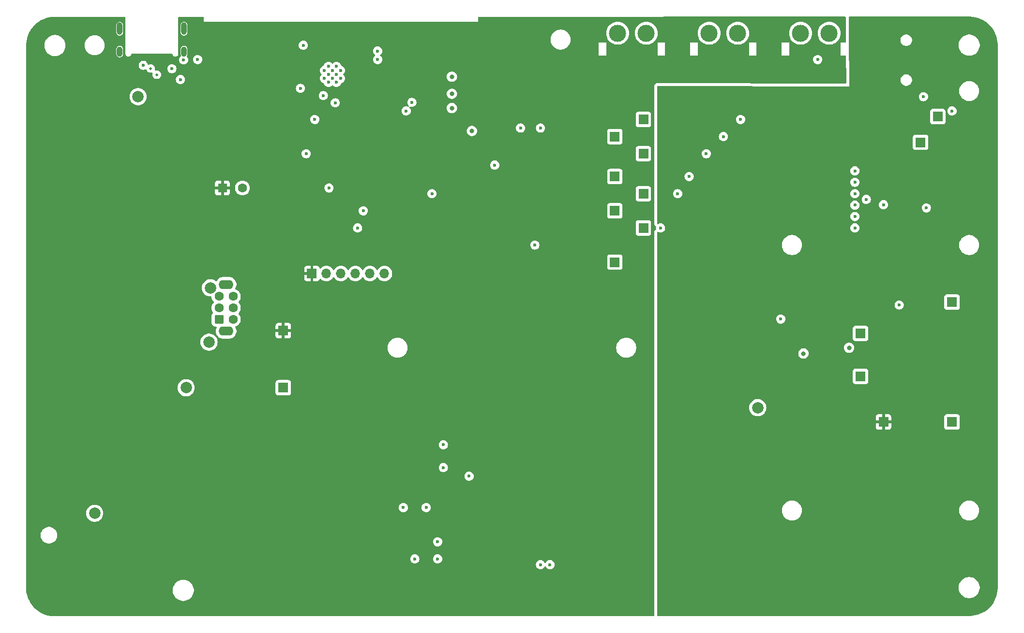
<source format=gbr>
%TF.GenerationSoftware,KiCad,Pcbnew,8.0.6*%
%TF.CreationDate,2024-11-25T17:46:05-05:00*%
%TF.ProjectId,live-caption-badge,6c697665-2d63-4617-9074-696f6e2d6261,2*%
%TF.SameCoordinates,Original*%
%TF.FileFunction,Copper,L2,Inr*%
%TF.FilePolarity,Positive*%
%FSLAX46Y46*%
G04 Gerber Fmt 4.6, Leading zero omitted, Abs format (unit mm)*
G04 Created by KiCad (PCBNEW 8.0.6) date 2024-11-25 17:46:05*
%MOMM*%
%LPD*%
G01*
G04 APERTURE LIST*
G04 Aperture macros list*
%AMRoundRect*
0 Rectangle with rounded corners*
0 $1 Rounding radius*
0 $2 $3 $4 $5 $6 $7 $8 $9 X,Y pos of 4 corners*
0 Add a 4 corners polygon primitive as box body*
4,1,4,$2,$3,$4,$5,$6,$7,$8,$9,$2,$3,0*
0 Add four circle primitives for the rounded corners*
1,1,$1+$1,$2,$3*
1,1,$1+$1,$4,$5*
1,1,$1+$1,$6,$7*
1,1,$1+$1,$8,$9*
0 Add four rect primitives between the rounded corners*
20,1,$1+$1,$2,$3,$4,$5,0*
20,1,$1+$1,$4,$5,$6,$7,0*
20,1,$1+$1,$6,$7,$8,$9,0*
20,1,$1+$1,$8,$9,$2,$3,0*%
G04 Aperture macros list end*
%TA.AperFunction,ComponentPad*%
%ADD10R,1.700000X1.700000*%
%TD*%
%TA.AperFunction,ComponentPad*%
%ADD11O,1.700000X1.700000*%
%TD*%
%TA.AperFunction,ComponentPad*%
%ADD12C,3.000000*%
%TD*%
%TA.AperFunction,HeatsinkPad*%
%ADD13C,0.600000*%
%TD*%
%TA.AperFunction,ComponentPad*%
%ADD14R,1.600000X1.600000*%
%TD*%
%TA.AperFunction,ComponentPad*%
%ADD15C,1.600000*%
%TD*%
%TA.AperFunction,ComponentPad*%
%ADD16O,1.000000X1.800000*%
%TD*%
%TA.AperFunction,ComponentPad*%
%ADD17O,1.000000X2.200000*%
%TD*%
%TA.AperFunction,WasherPad*%
%ADD18O,2.600000X1.600000*%
%TD*%
%TA.AperFunction,ComponentPad*%
%ADD19RoundRect,0.285714X0.514286X-0.514286X0.514286X0.514286X-0.514286X0.514286X-0.514286X-0.514286X0*%
%TD*%
%TA.AperFunction,ViaPad*%
%ADD20C,0.800000*%
%TD*%
%TA.AperFunction,ViaPad*%
%ADD21C,0.600000*%
%TD*%
%TA.AperFunction,ViaPad*%
%ADD22C,1.000000*%
%TD*%
%TA.AperFunction,ViaPad*%
%ADD23C,0.500000*%
%TD*%
%TA.AperFunction,ViaPad*%
%ADD24C,2.000000*%
%TD*%
G04 APERTURE END LIST*
D10*
%TO.N,+3V3*%
%TO.C,J2*%
X80000000Y-75000000D03*
D11*
%TO.N,/UART_TX*%
X82540000Y-75000000D03*
%TO.N,/UART_RX*%
X85080000Y-75000000D03*
%TO.N,/UART_RTS*%
X87620000Y-75000000D03*
%TO.N,/UART_DTR*%
X90160000Y-75000000D03*
%TO.N,GND*%
X92700000Y-75000000D03*
%TD*%
D10*
%TO.N,/Audio/DAC_OUTP*%
%TO.C,TP12*%
X176000000Y-93000000D03*
%TD*%
%TO.N,+3V3*%
%TO.C,TP2*%
X75000000Y-85000000D03*
%TD*%
%TO.N,/Audio/MIC_IN*%
%TO.C,TP15*%
X189500000Y-47500000D03*
%TD*%
%TO.N,/I2S_LRCK*%
%TO.C,TP6*%
X138000000Y-61000000D03*
%TD*%
D12*
%TO.N,GND*%
%TO.C,SW4*%
X154500000Y-32887500D03*
%TO.N,/BTN2*%
X149500000Y-32887500D03*
%TD*%
D10*
%TO.N,/I2S_SDIN*%
%TO.C,TP8*%
X138000000Y-67000000D03*
%TD*%
D12*
%TO.N,GND*%
%TO.C,SW5*%
X138500000Y-32887500D03*
%TO.N,/BTN3*%
X133500000Y-32887500D03*
%TD*%
D10*
%TO.N,/Audio/MIC_BIAS*%
%TO.C,TP14*%
X186500000Y-52000000D03*
%TD*%
%TO.N,/I2C_SDA*%
%TO.C,TP9*%
X138000000Y-48000000D03*
%TD*%
%TO.N,GND*%
%TO.C,TP17*%
X133000000Y-73000000D03*
%TD*%
%TO.N,/I2S_MCLK*%
%TO.C,TP4*%
X138000000Y-54000000D03*
%TD*%
%TO.N,/I2S_SCLK*%
%TO.C,TP5*%
X133000000Y-58000000D03*
%TD*%
D13*
%TO.N,GND*%
%TO.C,U1*%
X82200000Y-39400000D03*
X82200000Y-40800000D03*
X82900000Y-38700000D03*
X82900000Y-40100000D03*
X82900000Y-41500000D03*
X83600000Y-39400000D03*
X83600000Y-40800000D03*
X84300000Y-38700000D03*
X84300000Y-40100000D03*
X84300000Y-41500000D03*
X85000000Y-39400000D03*
X85000000Y-40800000D03*
%TD*%
D10*
%TO.N,/I2C_SCL*%
%TO.C,TP10*%
X133000000Y-51000000D03*
%TD*%
%TO.N,/I2S_SDOUT*%
%TO.C,TP7*%
X133000000Y-64000000D03*
%TD*%
D14*
%TO.N,+3V3*%
%TO.C,C1*%
X64347349Y-60000000D03*
D15*
%TO.N,GND*%
X67847349Y-60000000D03*
%TD*%
D16*
%TO.N,GND*%
%TO.C,J5*%
X57620000Y-36100000D03*
D17*
X57620000Y-32100000D03*
D16*
X46380000Y-36100000D03*
D17*
X46380000Y-32100000D03*
%TD*%
D12*
%TO.N,GND*%
%TO.C,SW3*%
X170500000Y-32887500D03*
%TO.N,/BTN1*%
X165500000Y-32887500D03*
%TD*%
D10*
%TO.N,V_UNREG*%
%TO.C,TP1*%
X75000000Y-95000000D03*
%TD*%
D18*
%TO.N,*%
%TO.C,SW1*%
X65000000Y-85100000D03*
X65000000Y-76900000D03*
D19*
%TO.N,+BATT*%
X63750000Y-83000000D03*
D15*
%TO.N,V_UNREG*%
X63750000Y-81000000D03*
%TO.N,VBUS*%
X63750000Y-79000000D03*
%TO.N,unconnected-(SW1B-A-Pad4)*%
X66250000Y-79000000D03*
%TO.N,unconnected-(SW1B-B-Pad5)*%
X66250000Y-81000000D03*
%TO.N,unconnected-(SW1B-C-Pad6)*%
X66250000Y-83000000D03*
%TD*%
D10*
%TO.N,/Audio/DAC_OUTN*%
%TO.C,TP13*%
X176000000Y-85500000D03*
%TD*%
%TO.N,+3.3VA*%
%TO.C,TP3*%
X180000000Y-101000000D03*
%TD*%
%TO.N,/Audio/AUDIO_OUT*%
%TO.C,TP16*%
X192000000Y-80000000D03*
%TD*%
%TO.N,GNDA*%
%TO.C,TP11*%
X192000000Y-101000000D03*
%TD*%
D20*
%TO.N,GND*%
X108000000Y-50000000D03*
D21*
X98000000Y-125000000D03*
X57000000Y-41000000D03*
X60000000Y-37500000D03*
D20*
X104500000Y-40500000D03*
X104500000Y-43500000D03*
X104500000Y-46000000D03*
D21*
X103000000Y-109000000D03*
D20*
%TO.N,+3V3*%
X73000000Y-33650000D03*
X113500000Y-130500000D03*
X124225000Y-115500000D03*
X91000000Y-105000000D03*
X66500000Y-42075000D03*
X62000000Y-91000000D03*
D22*
X75000000Y-100000000D03*
D20*
X68175000Y-38825000D03*
D23*
%TO.N,/USB_D-*%
X52866796Y-40150000D03*
X51800000Y-39050000D03*
D24*
%TO.N,+BATT*%
X62000000Y-87000000D03*
X42000000Y-117000000D03*
D20*
%TO.N,+3.3VA*%
X161000000Y-85500000D03*
X169000000Y-101050000D03*
D21*
X176500000Y-61000000D03*
D20*
X167000000Y-87500000D03*
D21*
X184000000Y-60000000D03*
D22*
X158500000Y-91500000D03*
X179500000Y-78000000D03*
D21*
%TO.N,GNDA*%
X177000000Y-62000000D03*
D20*
X174000000Y-88000000D03*
D21*
X162030331Y-82969669D03*
D20*
X166000000Y-89000000D03*
D21*
X187500000Y-63500000D03*
%TO.N,/UART_RX*%
X91500000Y-37500000D03*
%TO.N,/UART_TX*%
X91500000Y-36000000D03*
%TO.N,/I2C_SDA*%
X82000000Y-43810000D03*
X155000000Y-48000000D03*
X175000000Y-57000000D03*
%TO.N,/I2C_SCL*%
X84080000Y-45080000D03*
X152000000Y-51000000D03*
X175000000Y-59000000D03*
%TO.N,Net-(J5-CC2)*%
X50500000Y-38500000D03*
X57554975Y-37554975D03*
%TO.N,/I2S_SDOUT*%
X175000000Y-67000000D03*
X89000000Y-64000000D03*
%TO.N,/I2S_SDIN*%
X88000000Y-67000000D03*
X141000000Y-67000000D03*
X80500000Y-48000000D03*
X79000000Y-54000000D03*
%TO.N,/I2S_MCLK*%
X149000000Y-54000000D03*
X78000000Y-42540000D03*
X175000000Y-61000000D03*
%TO.N,/I2S_LRCK*%
X101000000Y-61000000D03*
X144000000Y-61000000D03*
X175000000Y-65000000D03*
%TO.N,/I2S_SCLK*%
X146000000Y-58000000D03*
X175000000Y-63000000D03*
X83000000Y-60000000D03*
%TO.N,/AMP_CTRL*%
X168500000Y-37500000D03*
X182750000Y-80500000D03*
%TO.N,/ADC_INT*%
X180000000Y-62940984D03*
X97500000Y-45000000D03*
%TO.N,/Audio/AUDIO_OUT*%
X192000000Y-46500000D03*
X187000000Y-44000000D03*
D24*
%TO.N,V_UNREG*%
X58000000Y-95000000D03*
X158000000Y-98500000D03*
%TO.N,VBUS*%
X49600000Y-44000000D03*
D21*
X55500000Y-39100000D03*
D24*
X62250000Y-77500000D03*
D21*
%TO.N,/ESP_~{EN}*%
X96500000Y-46500000D03*
X78500000Y-35000000D03*
%TO.N,/E-Paper/PREVGH*%
X102000000Y-122000000D03*
X100000000Y-116000000D03*
%TO.N,/E-Paper/PREVGL*%
X96000000Y-116000000D03*
X102000000Y-125000000D03*
%TO.N,/E-Paper/GDR*%
X121650000Y-126000000D03*
X103000000Y-105000000D03*
%TO.N,/E-Paper/RESE*%
X120000000Y-126000000D03*
X107500000Y-110500000D03*
%TO.N,/UART_RTS*%
X112000000Y-56000000D03*
%TO.N,/UART_DTR*%
X119000000Y-70000000D03*
X116500000Y-49500000D03*
X120000000Y-49500000D03*
%TD*%
%TA.AperFunction,Conductor*%
%TO.N,+3.3VA*%
G36*
X195000708Y-29964473D02*
G01*
X195213486Y-29966827D01*
X195222888Y-29967290D01*
X195647550Y-30004442D01*
X195658267Y-30005853D01*
X196077380Y-30079754D01*
X196087928Y-30082092D01*
X196499029Y-30192246D01*
X196509309Y-30195487D01*
X196909248Y-30341052D01*
X196919212Y-30345179D01*
X197304932Y-30525043D01*
X197314519Y-30530034D01*
X197683085Y-30742825D01*
X197692195Y-30748629D01*
X198040814Y-30992732D01*
X198049377Y-30999301D01*
X198375402Y-31272868D01*
X198383377Y-31280177D01*
X198684305Y-31581104D01*
X198691613Y-31589079D01*
X198965159Y-31915074D01*
X198971745Y-31923656D01*
X199215849Y-32272269D01*
X199221661Y-32281393D01*
X199434450Y-32649951D01*
X199439445Y-32659546D01*
X199619298Y-33045238D01*
X199623438Y-33055232D01*
X199768996Y-33455141D01*
X199772249Y-33465458D01*
X199882398Y-33876532D01*
X199884739Y-33887093D01*
X199958640Y-34306195D01*
X199960052Y-34316920D01*
X199997205Y-34741541D01*
X199997670Y-34750996D01*
X199999993Y-34963824D01*
X200000000Y-34965177D01*
X200000000Y-129999349D01*
X199999993Y-130000661D01*
X199997742Y-130213453D01*
X199997277Y-130222946D01*
X199960136Y-130647562D01*
X199958724Y-130658288D01*
X199884829Y-131077402D01*
X199882488Y-131087963D01*
X199772344Y-131499049D01*
X199769091Y-131509366D01*
X199623542Y-131909272D01*
X199619403Y-131919267D01*
X199439542Y-132304988D01*
X199434547Y-132314583D01*
X199221758Y-132683151D01*
X199215945Y-132692275D01*
X198971847Y-133040888D01*
X198965269Y-133049460D01*
X198709473Y-133354307D01*
X198691701Y-133375489D01*
X198684392Y-133383464D01*
X198383464Y-133684392D01*
X198375488Y-133691701D01*
X198049460Y-133965269D01*
X198040888Y-133971847D01*
X197692275Y-134215945D01*
X197683151Y-134221758D01*
X197314583Y-134434547D01*
X197304988Y-134439542D01*
X196919267Y-134619403D01*
X196909272Y-134623542D01*
X196509366Y-134769091D01*
X196499049Y-134772344D01*
X196087963Y-134882488D01*
X196077402Y-134884829D01*
X195658288Y-134958724D01*
X195647562Y-134960136D01*
X195222946Y-134997277D01*
X195213453Y-134997742D01*
X195000648Y-134999993D01*
X194999364Y-135000000D01*
X140524028Y-135012097D01*
X140456984Y-134992427D01*
X140411217Y-134939634D01*
X140400000Y-134888097D01*
X140400000Y-129896511D01*
X193149500Y-129896511D01*
X193149500Y-130139088D01*
X193181161Y-130379585D01*
X193243947Y-130613904D01*
X193257889Y-130647562D01*
X193336776Y-130838012D01*
X193458064Y-131048089D01*
X193458066Y-131048092D01*
X193458067Y-131048093D01*
X193605733Y-131240536D01*
X193605739Y-131240543D01*
X193777256Y-131412060D01*
X193777262Y-131412065D01*
X193969711Y-131559736D01*
X194179788Y-131681024D01*
X194403900Y-131773854D01*
X194638211Y-131836638D01*
X194818586Y-131860384D01*
X194878711Y-131868300D01*
X194878712Y-131868300D01*
X195121289Y-131868300D01*
X195169388Y-131861967D01*
X195361789Y-131836638D01*
X195596100Y-131773854D01*
X195820212Y-131681024D01*
X196030289Y-131559736D01*
X196222738Y-131412065D01*
X196394265Y-131240538D01*
X196541936Y-131048089D01*
X196663224Y-130838012D01*
X196756054Y-130613900D01*
X196818838Y-130379589D01*
X196850500Y-130139088D01*
X196850500Y-129896512D01*
X196818838Y-129656011D01*
X196756054Y-129421700D01*
X196663224Y-129197588D01*
X196541936Y-128987511D01*
X196394265Y-128795062D01*
X196394260Y-128795056D01*
X196222743Y-128623539D01*
X196222736Y-128623533D01*
X196030293Y-128475867D01*
X196030292Y-128475866D01*
X196030289Y-128475864D01*
X195820212Y-128354576D01*
X195820205Y-128354573D01*
X195596104Y-128261747D01*
X195361785Y-128198961D01*
X195121289Y-128167300D01*
X195121288Y-128167300D01*
X194878712Y-128167300D01*
X194878711Y-128167300D01*
X194638214Y-128198961D01*
X194403895Y-128261747D01*
X194179794Y-128354573D01*
X194179785Y-128354577D01*
X193969706Y-128475867D01*
X193777263Y-128623533D01*
X193777256Y-128623539D01*
X193605739Y-128795056D01*
X193605733Y-128795063D01*
X193458067Y-128987506D01*
X193336777Y-129197585D01*
X193336773Y-129197594D01*
X193243947Y-129421695D01*
X193181161Y-129656014D01*
X193149500Y-129896511D01*
X140400000Y-129896511D01*
X140400000Y-116385258D01*
X162249500Y-116385258D01*
X162249500Y-116614741D01*
X162274446Y-116804215D01*
X162279452Y-116842238D01*
X162279453Y-116842240D01*
X162338842Y-117063887D01*
X162426650Y-117275876D01*
X162426657Y-117275890D01*
X162541392Y-117474617D01*
X162681081Y-117656661D01*
X162681089Y-117656670D01*
X162843330Y-117818911D01*
X162843338Y-117818918D01*
X163025382Y-117958607D01*
X163025385Y-117958608D01*
X163025388Y-117958611D01*
X163224112Y-118073344D01*
X163224117Y-118073346D01*
X163224123Y-118073349D01*
X163315480Y-118111190D01*
X163436113Y-118161158D01*
X163657762Y-118220548D01*
X163885266Y-118250500D01*
X163885273Y-118250500D01*
X164114727Y-118250500D01*
X164114734Y-118250500D01*
X164342238Y-118220548D01*
X164563887Y-118161158D01*
X164775888Y-118073344D01*
X164974612Y-117958611D01*
X165156661Y-117818919D01*
X165156665Y-117818914D01*
X165156670Y-117818911D01*
X165318911Y-117656670D01*
X165318914Y-117656665D01*
X165318919Y-117656661D01*
X165458611Y-117474612D01*
X165573344Y-117275888D01*
X165661158Y-117063887D01*
X165720548Y-116842238D01*
X165750500Y-116614734D01*
X165750500Y-116385266D01*
X165750499Y-116385258D01*
X193249500Y-116385258D01*
X193249500Y-116614741D01*
X193274446Y-116804215D01*
X193279452Y-116842238D01*
X193279453Y-116842240D01*
X193338842Y-117063887D01*
X193426650Y-117275876D01*
X193426657Y-117275890D01*
X193541392Y-117474617D01*
X193681081Y-117656661D01*
X193681089Y-117656670D01*
X193843330Y-117818911D01*
X193843338Y-117818918D01*
X194025382Y-117958607D01*
X194025385Y-117958608D01*
X194025388Y-117958611D01*
X194224112Y-118073344D01*
X194224117Y-118073346D01*
X194224123Y-118073349D01*
X194315480Y-118111190D01*
X194436113Y-118161158D01*
X194657762Y-118220548D01*
X194885266Y-118250500D01*
X194885273Y-118250500D01*
X195114727Y-118250500D01*
X195114734Y-118250500D01*
X195342238Y-118220548D01*
X195563887Y-118161158D01*
X195775888Y-118073344D01*
X195974612Y-117958611D01*
X196156661Y-117818919D01*
X196156665Y-117818914D01*
X196156670Y-117818911D01*
X196318911Y-117656670D01*
X196318914Y-117656665D01*
X196318919Y-117656661D01*
X196458611Y-117474612D01*
X196573344Y-117275888D01*
X196661158Y-117063887D01*
X196720548Y-116842238D01*
X196750500Y-116614734D01*
X196750500Y-116385266D01*
X196720548Y-116157762D01*
X196661158Y-115936113D01*
X196573344Y-115724112D01*
X196458611Y-115525388D01*
X196458608Y-115525385D01*
X196458607Y-115525382D01*
X196318918Y-115343338D01*
X196318911Y-115343330D01*
X196156670Y-115181089D01*
X196156661Y-115181081D01*
X195974617Y-115041392D01*
X195775890Y-114926657D01*
X195775876Y-114926650D01*
X195563887Y-114838842D01*
X195342238Y-114779452D01*
X195304215Y-114774446D01*
X195114741Y-114749500D01*
X195114734Y-114749500D01*
X194885266Y-114749500D01*
X194885258Y-114749500D01*
X194668715Y-114778009D01*
X194657762Y-114779452D01*
X194564076Y-114804554D01*
X194436112Y-114838842D01*
X194224123Y-114926650D01*
X194224109Y-114926657D01*
X194025382Y-115041392D01*
X193843338Y-115181081D01*
X193681081Y-115343338D01*
X193541392Y-115525382D01*
X193426657Y-115724109D01*
X193426650Y-115724123D01*
X193338842Y-115936112D01*
X193279453Y-116157759D01*
X193279451Y-116157770D01*
X193249500Y-116385258D01*
X165750499Y-116385258D01*
X165720548Y-116157762D01*
X165661158Y-115936113D01*
X165573344Y-115724112D01*
X165458611Y-115525388D01*
X165458608Y-115525385D01*
X165458607Y-115525382D01*
X165318918Y-115343338D01*
X165318911Y-115343330D01*
X165156670Y-115181089D01*
X165156661Y-115181081D01*
X164974617Y-115041392D01*
X164775890Y-114926657D01*
X164775876Y-114926650D01*
X164563887Y-114838842D01*
X164342238Y-114779452D01*
X164304215Y-114774446D01*
X164114741Y-114749500D01*
X164114734Y-114749500D01*
X163885266Y-114749500D01*
X163885258Y-114749500D01*
X163668715Y-114778009D01*
X163657762Y-114779452D01*
X163564076Y-114804554D01*
X163436112Y-114838842D01*
X163224123Y-114926650D01*
X163224109Y-114926657D01*
X163025382Y-115041392D01*
X162843338Y-115181081D01*
X162681081Y-115343338D01*
X162541392Y-115525382D01*
X162426657Y-115724109D01*
X162426650Y-115724123D01*
X162338842Y-115936112D01*
X162279453Y-116157759D01*
X162279451Y-116157770D01*
X162249500Y-116385258D01*
X140400000Y-116385258D01*
X140400000Y-100102155D01*
X178650000Y-100102155D01*
X178650000Y-100750000D01*
X179566988Y-100750000D01*
X179534075Y-100807007D01*
X179500000Y-100934174D01*
X179500000Y-101065826D01*
X179534075Y-101192993D01*
X179566988Y-101250000D01*
X178650000Y-101250000D01*
X178650000Y-101897844D01*
X178656401Y-101957372D01*
X178656403Y-101957379D01*
X178706645Y-102092086D01*
X178706649Y-102092093D01*
X178792809Y-102207187D01*
X178792812Y-102207190D01*
X178907906Y-102293350D01*
X178907913Y-102293354D01*
X179042620Y-102343596D01*
X179042627Y-102343598D01*
X179102155Y-102349999D01*
X179102172Y-102350000D01*
X179750000Y-102350000D01*
X179750000Y-101433012D01*
X179807007Y-101465925D01*
X179934174Y-101500000D01*
X180065826Y-101500000D01*
X180192993Y-101465925D01*
X180250000Y-101433012D01*
X180250000Y-102350000D01*
X180897828Y-102350000D01*
X180897844Y-102349999D01*
X180957372Y-102343598D01*
X180957379Y-102343596D01*
X181092086Y-102293354D01*
X181092093Y-102293350D01*
X181207187Y-102207190D01*
X181207190Y-102207187D01*
X181293350Y-102092093D01*
X181293354Y-102092086D01*
X181343596Y-101957379D01*
X181343598Y-101957372D01*
X181349999Y-101897844D01*
X181350000Y-101897827D01*
X181350000Y-101250000D01*
X180433012Y-101250000D01*
X180465925Y-101192993D01*
X180500000Y-101065826D01*
X180500000Y-100934174D01*
X180465925Y-100807007D01*
X180433012Y-100750000D01*
X181350000Y-100750000D01*
X181350000Y-100102172D01*
X181349999Y-100102155D01*
X181349997Y-100102135D01*
X190649500Y-100102135D01*
X190649500Y-101897870D01*
X190649501Y-101897876D01*
X190655908Y-101957483D01*
X190706202Y-102092328D01*
X190706206Y-102092335D01*
X190792452Y-102207544D01*
X190792455Y-102207547D01*
X190907664Y-102293793D01*
X190907671Y-102293797D01*
X191042517Y-102344091D01*
X191042516Y-102344091D01*
X191049444Y-102344835D01*
X191102127Y-102350500D01*
X192897872Y-102350499D01*
X192957483Y-102344091D01*
X193092331Y-102293796D01*
X193207546Y-102207546D01*
X193293796Y-102092331D01*
X193344091Y-101957483D01*
X193350500Y-101897873D01*
X193350499Y-100102128D01*
X193344091Y-100042517D01*
X193293884Y-99907906D01*
X193293797Y-99907671D01*
X193293793Y-99907664D01*
X193207547Y-99792455D01*
X193207544Y-99792452D01*
X193092335Y-99706206D01*
X193092328Y-99706202D01*
X192957482Y-99655908D01*
X192957483Y-99655908D01*
X192897883Y-99649501D01*
X192897881Y-99649500D01*
X192897873Y-99649500D01*
X192897864Y-99649500D01*
X191102129Y-99649500D01*
X191102123Y-99649501D01*
X191042516Y-99655908D01*
X190907671Y-99706202D01*
X190907664Y-99706206D01*
X190792455Y-99792452D01*
X190792452Y-99792455D01*
X190706206Y-99907664D01*
X190706202Y-99907671D01*
X190655908Y-100042517D01*
X190649501Y-100102116D01*
X190649501Y-100102123D01*
X190649500Y-100102135D01*
X181349997Y-100102135D01*
X181343598Y-100042627D01*
X181343596Y-100042620D01*
X181293354Y-99907913D01*
X181293350Y-99907906D01*
X181207190Y-99792812D01*
X181207187Y-99792809D01*
X181092093Y-99706649D01*
X181092086Y-99706645D01*
X180957379Y-99656403D01*
X180957372Y-99656401D01*
X180897844Y-99650000D01*
X180250000Y-99650000D01*
X180250000Y-100566988D01*
X180192993Y-100534075D01*
X180065826Y-100500000D01*
X179934174Y-100500000D01*
X179807007Y-100534075D01*
X179750000Y-100566988D01*
X179750000Y-99650000D01*
X179102155Y-99650000D01*
X179042627Y-99656401D01*
X179042620Y-99656403D01*
X178907913Y-99706645D01*
X178907906Y-99706649D01*
X178792812Y-99792809D01*
X178792809Y-99792812D01*
X178706649Y-99907906D01*
X178706645Y-99907913D01*
X178656403Y-100042620D01*
X178656401Y-100042627D01*
X178650000Y-100102155D01*
X140400000Y-100102155D01*
X140400000Y-98499994D01*
X156494357Y-98499994D01*
X156494357Y-98500005D01*
X156514890Y-98747812D01*
X156514892Y-98747824D01*
X156575936Y-98988881D01*
X156675826Y-99216606D01*
X156811833Y-99424782D01*
X156811836Y-99424785D01*
X156980256Y-99607738D01*
X157176491Y-99760474D01*
X157395190Y-99878828D01*
X157630386Y-99959571D01*
X157875665Y-100000500D01*
X158124335Y-100000500D01*
X158369614Y-99959571D01*
X158604810Y-99878828D01*
X158823509Y-99760474D01*
X159019744Y-99607738D01*
X159188164Y-99424785D01*
X159324173Y-99216607D01*
X159424063Y-98988881D01*
X159485108Y-98747821D01*
X159505643Y-98500000D01*
X159485108Y-98252179D01*
X159424063Y-98011119D01*
X159324173Y-97783393D01*
X159188166Y-97575217D01*
X159166557Y-97551744D01*
X159019744Y-97392262D01*
X158823509Y-97239526D01*
X158823507Y-97239525D01*
X158823506Y-97239524D01*
X158604811Y-97121172D01*
X158604802Y-97121169D01*
X158369616Y-97040429D01*
X158124335Y-96999500D01*
X157875665Y-96999500D01*
X157630383Y-97040429D01*
X157395197Y-97121169D01*
X157395188Y-97121172D01*
X157176493Y-97239524D01*
X156980257Y-97392261D01*
X156811833Y-97575217D01*
X156675826Y-97783393D01*
X156575936Y-98011118D01*
X156514892Y-98252175D01*
X156514890Y-98252187D01*
X156494357Y-98499994D01*
X140400000Y-98499994D01*
X140400000Y-92102135D01*
X174649500Y-92102135D01*
X174649500Y-93897870D01*
X174649501Y-93897876D01*
X174655908Y-93957483D01*
X174706202Y-94092328D01*
X174706206Y-94092335D01*
X174792452Y-94207544D01*
X174792455Y-94207547D01*
X174907664Y-94293793D01*
X174907671Y-94293797D01*
X175042517Y-94344091D01*
X175042516Y-94344091D01*
X175049444Y-94344835D01*
X175102127Y-94350500D01*
X176897872Y-94350499D01*
X176957483Y-94344091D01*
X177092331Y-94293796D01*
X177207546Y-94207546D01*
X177293796Y-94092331D01*
X177344091Y-93957483D01*
X177350500Y-93897873D01*
X177350499Y-92102128D01*
X177344091Y-92042517D01*
X177293796Y-91907669D01*
X177293795Y-91907668D01*
X177293793Y-91907664D01*
X177207547Y-91792455D01*
X177207544Y-91792452D01*
X177092335Y-91706206D01*
X177092328Y-91706202D01*
X176957482Y-91655908D01*
X176957483Y-91655908D01*
X176897883Y-91649501D01*
X176897881Y-91649500D01*
X176897873Y-91649500D01*
X176897864Y-91649500D01*
X175102129Y-91649500D01*
X175102123Y-91649501D01*
X175042516Y-91655908D01*
X174907671Y-91706202D01*
X174907664Y-91706206D01*
X174792455Y-91792452D01*
X174792452Y-91792455D01*
X174706206Y-91907664D01*
X174706202Y-91907671D01*
X174655908Y-92042517D01*
X174649501Y-92102116D01*
X174649501Y-92102123D01*
X174649500Y-92102135D01*
X140400000Y-92102135D01*
X140400000Y-89000000D01*
X165094540Y-89000000D01*
X165114326Y-89188256D01*
X165114327Y-89188259D01*
X165172818Y-89368277D01*
X165172821Y-89368284D01*
X165267467Y-89532216D01*
X165394129Y-89672888D01*
X165547265Y-89784148D01*
X165547270Y-89784151D01*
X165720192Y-89861142D01*
X165720197Y-89861144D01*
X165905354Y-89900500D01*
X165905355Y-89900500D01*
X166094644Y-89900500D01*
X166094646Y-89900500D01*
X166279803Y-89861144D01*
X166452730Y-89784151D01*
X166605871Y-89672888D01*
X166732533Y-89532216D01*
X166827179Y-89368284D01*
X166885674Y-89188256D01*
X166905460Y-89000000D01*
X166885674Y-88811744D01*
X166827179Y-88631716D01*
X166732533Y-88467784D01*
X166605871Y-88327112D01*
X166605870Y-88327111D01*
X166452734Y-88215851D01*
X166452729Y-88215848D01*
X166279807Y-88138857D01*
X166279802Y-88138855D01*
X166134001Y-88107865D01*
X166094646Y-88099500D01*
X165905354Y-88099500D01*
X165872897Y-88106398D01*
X165720197Y-88138855D01*
X165720192Y-88138857D01*
X165547270Y-88215848D01*
X165547265Y-88215851D01*
X165394129Y-88327111D01*
X165267466Y-88467785D01*
X165172821Y-88631715D01*
X165172818Y-88631722D01*
X165114327Y-88811740D01*
X165114326Y-88811744D01*
X165094540Y-89000000D01*
X140400000Y-89000000D01*
X140400000Y-88000000D01*
X173094540Y-88000000D01*
X173114326Y-88188256D01*
X173114327Y-88188259D01*
X173172818Y-88368277D01*
X173172821Y-88368284D01*
X173267467Y-88532216D01*
X173357063Y-88631722D01*
X173394129Y-88672888D01*
X173547265Y-88784148D01*
X173547270Y-88784151D01*
X173720192Y-88861142D01*
X173720197Y-88861144D01*
X173905354Y-88900500D01*
X173905355Y-88900500D01*
X174094644Y-88900500D01*
X174094646Y-88900500D01*
X174279803Y-88861144D01*
X174452730Y-88784151D01*
X174605871Y-88672888D01*
X174732533Y-88532216D01*
X174827179Y-88368284D01*
X174885674Y-88188256D01*
X174905460Y-88000000D01*
X174885674Y-87811744D01*
X174827179Y-87631716D01*
X174732533Y-87467784D01*
X174605871Y-87327112D01*
X174605870Y-87327111D01*
X174452734Y-87215851D01*
X174452729Y-87215848D01*
X174279807Y-87138857D01*
X174279802Y-87138855D01*
X174134001Y-87107865D01*
X174094646Y-87099500D01*
X173905354Y-87099500D01*
X173872897Y-87106398D01*
X173720197Y-87138855D01*
X173720192Y-87138857D01*
X173547270Y-87215848D01*
X173547265Y-87215851D01*
X173394129Y-87327111D01*
X173267466Y-87467785D01*
X173172821Y-87631715D01*
X173172818Y-87631722D01*
X173114327Y-87811740D01*
X173114326Y-87811744D01*
X173094540Y-88000000D01*
X140400000Y-88000000D01*
X140400000Y-84602135D01*
X174649500Y-84602135D01*
X174649500Y-86397870D01*
X174649501Y-86397876D01*
X174655908Y-86457483D01*
X174706202Y-86592328D01*
X174706206Y-86592335D01*
X174792452Y-86707544D01*
X174792455Y-86707547D01*
X174907664Y-86793793D01*
X174907671Y-86793797D01*
X175042517Y-86844091D01*
X175042516Y-86844091D01*
X175049444Y-86844835D01*
X175102127Y-86850500D01*
X176897872Y-86850499D01*
X176957483Y-86844091D01*
X177092331Y-86793796D01*
X177207546Y-86707546D01*
X177293796Y-86592331D01*
X177344091Y-86457483D01*
X177350500Y-86397873D01*
X177350499Y-84602128D01*
X177344091Y-84542517D01*
X177293796Y-84407669D01*
X177293795Y-84407668D01*
X177293793Y-84407664D01*
X177207547Y-84292455D01*
X177207544Y-84292452D01*
X177092335Y-84206206D01*
X177092328Y-84206202D01*
X176957482Y-84155908D01*
X176957483Y-84155908D01*
X176897883Y-84149501D01*
X176897881Y-84149500D01*
X176897873Y-84149500D01*
X176897864Y-84149500D01*
X175102129Y-84149500D01*
X175102123Y-84149501D01*
X175042516Y-84155908D01*
X174907671Y-84206202D01*
X174907664Y-84206206D01*
X174792455Y-84292452D01*
X174792452Y-84292455D01*
X174706206Y-84407664D01*
X174706202Y-84407671D01*
X174655908Y-84542517D01*
X174649501Y-84602116D01*
X174649501Y-84602123D01*
X174649500Y-84602135D01*
X140400000Y-84602135D01*
X140400000Y-82969665D01*
X161224766Y-82969665D01*
X161224766Y-82969672D01*
X161244961Y-83148918D01*
X161244962Y-83148923D01*
X161304542Y-83319192D01*
X161400515Y-83471931D01*
X161528069Y-83599485D01*
X161680809Y-83695458D01*
X161851076Y-83755037D01*
X161851081Y-83755038D01*
X162030327Y-83775234D01*
X162030331Y-83775234D01*
X162030335Y-83775234D01*
X162209580Y-83755038D01*
X162209583Y-83755037D01*
X162209586Y-83755037D01*
X162379853Y-83695458D01*
X162532593Y-83599485D01*
X162660147Y-83471931D01*
X162756120Y-83319191D01*
X162815699Y-83148924D01*
X162835896Y-82969669D01*
X162815699Y-82790414D01*
X162756120Y-82620147D01*
X162660147Y-82467407D01*
X162532593Y-82339853D01*
X162379854Y-82243880D01*
X162209585Y-82184300D01*
X162209580Y-82184299D01*
X162030335Y-82164104D01*
X162030327Y-82164104D01*
X161851081Y-82184299D01*
X161851076Y-82184300D01*
X161680807Y-82243880D01*
X161528068Y-82339853D01*
X161400515Y-82467406D01*
X161304542Y-82620145D01*
X161244962Y-82790414D01*
X161244961Y-82790419D01*
X161224766Y-82969665D01*
X140400000Y-82969665D01*
X140400000Y-80499996D01*
X181944435Y-80499996D01*
X181944435Y-80500003D01*
X181964630Y-80679249D01*
X181964631Y-80679254D01*
X182024211Y-80849523D01*
X182054598Y-80897883D01*
X182120184Y-81002262D01*
X182247738Y-81129816D01*
X182400478Y-81225789D01*
X182570745Y-81285368D01*
X182570750Y-81285369D01*
X182749996Y-81305565D01*
X182750000Y-81305565D01*
X182750004Y-81305565D01*
X182929249Y-81285369D01*
X182929252Y-81285368D01*
X182929255Y-81285368D01*
X183099522Y-81225789D01*
X183252262Y-81129816D01*
X183379816Y-81002262D01*
X183475789Y-80849522D01*
X183535368Y-80679255D01*
X183555565Y-80500000D01*
X183535368Y-80320745D01*
X183475789Y-80150478D01*
X183379816Y-79997738D01*
X183252262Y-79870184D01*
X183099523Y-79774211D01*
X182929254Y-79714631D01*
X182929249Y-79714630D01*
X182750004Y-79694435D01*
X182749996Y-79694435D01*
X182570750Y-79714630D01*
X182570745Y-79714631D01*
X182400476Y-79774211D01*
X182247737Y-79870184D01*
X182120184Y-79997737D01*
X182024211Y-80150476D01*
X181964631Y-80320745D01*
X181964630Y-80320750D01*
X181944435Y-80499996D01*
X140400000Y-80499996D01*
X140400000Y-79102135D01*
X190649500Y-79102135D01*
X190649500Y-80897870D01*
X190649501Y-80897876D01*
X190655908Y-80957483D01*
X190706202Y-81092328D01*
X190706206Y-81092335D01*
X190792452Y-81207544D01*
X190792455Y-81207547D01*
X190907664Y-81293793D01*
X190907671Y-81293797D01*
X191042517Y-81344091D01*
X191042516Y-81344091D01*
X191049444Y-81344835D01*
X191102127Y-81350500D01*
X192897872Y-81350499D01*
X192957483Y-81344091D01*
X193092331Y-81293796D01*
X193207546Y-81207546D01*
X193293796Y-81092331D01*
X193344091Y-80957483D01*
X193350500Y-80897873D01*
X193350499Y-79102128D01*
X193344091Y-79042517D01*
X193293796Y-78907669D01*
X193293795Y-78907668D01*
X193293793Y-78907664D01*
X193207547Y-78792455D01*
X193207544Y-78792452D01*
X193092335Y-78706206D01*
X193092328Y-78706202D01*
X192957482Y-78655908D01*
X192957483Y-78655908D01*
X192897883Y-78649501D01*
X192897881Y-78649500D01*
X192897873Y-78649500D01*
X192897864Y-78649500D01*
X191102129Y-78649500D01*
X191102123Y-78649501D01*
X191042516Y-78655908D01*
X190907671Y-78706202D01*
X190907664Y-78706206D01*
X190792455Y-78792452D01*
X190792452Y-78792455D01*
X190706206Y-78907664D01*
X190706202Y-78907671D01*
X190655908Y-79042517D01*
X190649501Y-79102116D01*
X190649501Y-79102123D01*
X190649500Y-79102135D01*
X140400000Y-79102135D01*
X140400000Y-69885258D01*
X162249500Y-69885258D01*
X162249500Y-70114741D01*
X162274446Y-70304215D01*
X162279452Y-70342238D01*
X162279453Y-70342240D01*
X162338842Y-70563887D01*
X162426650Y-70775876D01*
X162426657Y-70775890D01*
X162541392Y-70974617D01*
X162681081Y-71156661D01*
X162681089Y-71156670D01*
X162843330Y-71318911D01*
X162843338Y-71318918D01*
X163025382Y-71458607D01*
X163025385Y-71458608D01*
X163025388Y-71458611D01*
X163224112Y-71573344D01*
X163224117Y-71573346D01*
X163224123Y-71573349D01*
X163315480Y-71611190D01*
X163436113Y-71661158D01*
X163657762Y-71720548D01*
X163885266Y-71750500D01*
X163885273Y-71750500D01*
X164114727Y-71750500D01*
X164114734Y-71750500D01*
X164342238Y-71720548D01*
X164563887Y-71661158D01*
X164775888Y-71573344D01*
X164974612Y-71458611D01*
X165156661Y-71318919D01*
X165156665Y-71318914D01*
X165156670Y-71318911D01*
X165318911Y-71156670D01*
X165318914Y-71156665D01*
X165318919Y-71156661D01*
X165458611Y-70974612D01*
X165573344Y-70775888D01*
X165661158Y-70563887D01*
X165720548Y-70342238D01*
X165750500Y-70114734D01*
X165750500Y-69885266D01*
X165750499Y-69885258D01*
X193249500Y-69885258D01*
X193249500Y-70114741D01*
X193274446Y-70304215D01*
X193279452Y-70342238D01*
X193279453Y-70342240D01*
X193338842Y-70563887D01*
X193426650Y-70775876D01*
X193426657Y-70775890D01*
X193541392Y-70974617D01*
X193681081Y-71156661D01*
X193681089Y-71156670D01*
X193843330Y-71318911D01*
X193843338Y-71318918D01*
X194025382Y-71458607D01*
X194025385Y-71458608D01*
X194025388Y-71458611D01*
X194224112Y-71573344D01*
X194224117Y-71573346D01*
X194224123Y-71573349D01*
X194315480Y-71611190D01*
X194436113Y-71661158D01*
X194657762Y-71720548D01*
X194885266Y-71750500D01*
X194885273Y-71750500D01*
X195114727Y-71750500D01*
X195114734Y-71750500D01*
X195342238Y-71720548D01*
X195563887Y-71661158D01*
X195775888Y-71573344D01*
X195974612Y-71458611D01*
X196156661Y-71318919D01*
X196156665Y-71318914D01*
X196156670Y-71318911D01*
X196318911Y-71156670D01*
X196318914Y-71156665D01*
X196318919Y-71156661D01*
X196458611Y-70974612D01*
X196573344Y-70775888D01*
X196661158Y-70563887D01*
X196720548Y-70342238D01*
X196750500Y-70114734D01*
X196750500Y-69885266D01*
X196720548Y-69657762D01*
X196661158Y-69436113D01*
X196573344Y-69224112D01*
X196458611Y-69025388D01*
X196458608Y-69025385D01*
X196458607Y-69025382D01*
X196318918Y-68843338D01*
X196318911Y-68843330D01*
X196156670Y-68681089D01*
X196156661Y-68681081D01*
X195974617Y-68541392D01*
X195775890Y-68426657D01*
X195775876Y-68426650D01*
X195563887Y-68338842D01*
X195342238Y-68279452D01*
X195304215Y-68274446D01*
X195114741Y-68249500D01*
X195114734Y-68249500D01*
X194885266Y-68249500D01*
X194885258Y-68249500D01*
X194668715Y-68278009D01*
X194657762Y-68279452D01*
X194564076Y-68304554D01*
X194436112Y-68338842D01*
X194224123Y-68426650D01*
X194224109Y-68426657D01*
X194025382Y-68541392D01*
X193843338Y-68681081D01*
X193681081Y-68843338D01*
X193541392Y-69025382D01*
X193426657Y-69224109D01*
X193426650Y-69224123D01*
X193338842Y-69436112D01*
X193279453Y-69657759D01*
X193279451Y-69657770D01*
X193249500Y-69885258D01*
X165750499Y-69885258D01*
X165720548Y-69657762D01*
X165661158Y-69436113D01*
X165573344Y-69224112D01*
X165458611Y-69025388D01*
X165458608Y-69025385D01*
X165458607Y-69025382D01*
X165318918Y-68843338D01*
X165318911Y-68843330D01*
X165156670Y-68681089D01*
X165156661Y-68681081D01*
X164974617Y-68541392D01*
X164775890Y-68426657D01*
X164775876Y-68426650D01*
X164563887Y-68338842D01*
X164342238Y-68279452D01*
X164304215Y-68274446D01*
X164114741Y-68249500D01*
X164114734Y-68249500D01*
X163885266Y-68249500D01*
X163885258Y-68249500D01*
X163668715Y-68278009D01*
X163657762Y-68279452D01*
X163564076Y-68304554D01*
X163436112Y-68338842D01*
X163224123Y-68426650D01*
X163224109Y-68426657D01*
X163025382Y-68541392D01*
X162843338Y-68681081D01*
X162681081Y-68843338D01*
X162541392Y-69025382D01*
X162426657Y-69224109D01*
X162426650Y-69224123D01*
X162338842Y-69436112D01*
X162279453Y-69657759D01*
X162279451Y-69657770D01*
X162249500Y-69885258D01*
X140400000Y-69885258D01*
X140400000Y-67792764D01*
X140419685Y-67725725D01*
X140472489Y-67679970D01*
X140541647Y-67670026D01*
X140589973Y-67687771D01*
X140650475Y-67725788D01*
X140820745Y-67785368D01*
X140820750Y-67785369D01*
X140999996Y-67805565D01*
X141000000Y-67805565D01*
X141000004Y-67805565D01*
X141179249Y-67785369D01*
X141179252Y-67785368D01*
X141179255Y-67785368D01*
X141349522Y-67725789D01*
X141502262Y-67629816D01*
X141629816Y-67502262D01*
X141725789Y-67349522D01*
X141785368Y-67179255D01*
X141805565Y-67000000D01*
X141805565Y-66999996D01*
X174194435Y-66999996D01*
X174194435Y-67000003D01*
X174214630Y-67179249D01*
X174214631Y-67179254D01*
X174274211Y-67349523D01*
X174370184Y-67502262D01*
X174497738Y-67629816D01*
X174650478Y-67725789D01*
X174820745Y-67785368D01*
X174820750Y-67785369D01*
X174999996Y-67805565D01*
X175000000Y-67805565D01*
X175000004Y-67805565D01*
X175179249Y-67785369D01*
X175179252Y-67785368D01*
X175179255Y-67785368D01*
X175349522Y-67725789D01*
X175502262Y-67629816D01*
X175629816Y-67502262D01*
X175725789Y-67349522D01*
X175785368Y-67179255D01*
X175805565Y-67000000D01*
X175785368Y-66820745D01*
X175725789Y-66650478D01*
X175629816Y-66497738D01*
X175502262Y-66370184D01*
X175440266Y-66331229D01*
X175349523Y-66274211D01*
X175179254Y-66214631D01*
X175179249Y-66214630D01*
X175000004Y-66194435D01*
X174999996Y-66194435D01*
X174820750Y-66214630D01*
X174820745Y-66214631D01*
X174650476Y-66274211D01*
X174497737Y-66370184D01*
X174370184Y-66497737D01*
X174274211Y-66650476D01*
X174214631Y-66820745D01*
X174214630Y-66820750D01*
X174194435Y-66999996D01*
X141805565Y-66999996D01*
X141785368Y-66820745D01*
X141725789Y-66650478D01*
X141629816Y-66497738D01*
X141502262Y-66370184D01*
X141440266Y-66331229D01*
X141349523Y-66274211D01*
X141179254Y-66214631D01*
X141179249Y-66214630D01*
X141000004Y-66194435D01*
X140999996Y-66194435D01*
X140820750Y-66214630D01*
X140820745Y-66214631D01*
X140650476Y-66274211D01*
X140589972Y-66312229D01*
X140522735Y-66331229D01*
X140455900Y-66310861D01*
X140410686Y-66257593D01*
X140400000Y-66207235D01*
X140400000Y-64999996D01*
X174194435Y-64999996D01*
X174194435Y-65000003D01*
X174214630Y-65179249D01*
X174214631Y-65179254D01*
X174274211Y-65349523D01*
X174370184Y-65502262D01*
X174497738Y-65629816D01*
X174650478Y-65725789D01*
X174820745Y-65785368D01*
X174820750Y-65785369D01*
X174999996Y-65805565D01*
X175000000Y-65805565D01*
X175000004Y-65805565D01*
X175179249Y-65785369D01*
X175179252Y-65785368D01*
X175179255Y-65785368D01*
X175349522Y-65725789D01*
X175502262Y-65629816D01*
X175629816Y-65502262D01*
X175725789Y-65349522D01*
X175785368Y-65179255D01*
X175805565Y-65000000D01*
X175785368Y-64820745D01*
X175725789Y-64650478D01*
X175629816Y-64497738D01*
X175502262Y-64370184D01*
X175399422Y-64305565D01*
X175349523Y-64274211D01*
X175179254Y-64214631D01*
X175179249Y-64214630D01*
X175000004Y-64194435D01*
X174999996Y-64194435D01*
X174820750Y-64214630D01*
X174820745Y-64214631D01*
X174650476Y-64274211D01*
X174497737Y-64370184D01*
X174370184Y-64497737D01*
X174274211Y-64650476D01*
X174214631Y-64820745D01*
X174214630Y-64820750D01*
X174194435Y-64999996D01*
X140400000Y-64999996D01*
X140400000Y-62999996D01*
X174194435Y-62999996D01*
X174194435Y-63000003D01*
X174214630Y-63179249D01*
X174214631Y-63179254D01*
X174274211Y-63349523D01*
X174333102Y-63443246D01*
X174370184Y-63502262D01*
X174497738Y-63629816D01*
X174650478Y-63725789D01*
X174709807Y-63746549D01*
X174820745Y-63785368D01*
X174820750Y-63785369D01*
X174999996Y-63805565D01*
X175000000Y-63805565D01*
X175000004Y-63805565D01*
X175179249Y-63785369D01*
X175179252Y-63785368D01*
X175179255Y-63785368D01*
X175349522Y-63725789D01*
X175502262Y-63629816D01*
X175629816Y-63502262D01*
X175725789Y-63349522D01*
X175785368Y-63179255D01*
X175785369Y-63179249D01*
X175805565Y-63000003D01*
X175805565Y-62999996D01*
X175798916Y-62940980D01*
X179194435Y-62940980D01*
X179194435Y-62940987D01*
X179214630Y-63120233D01*
X179214631Y-63120238D01*
X179274211Y-63290507D01*
X179370184Y-63443246D01*
X179497738Y-63570800D01*
X179650478Y-63666773D01*
X179686147Y-63679254D01*
X179820745Y-63726352D01*
X179820750Y-63726353D01*
X179999996Y-63746549D01*
X180000000Y-63746549D01*
X180000004Y-63746549D01*
X180179249Y-63726353D01*
X180179252Y-63726352D01*
X180179255Y-63726352D01*
X180349522Y-63666773D01*
X180502262Y-63570800D01*
X180573066Y-63499996D01*
X186694435Y-63499996D01*
X186694435Y-63500003D01*
X186714630Y-63679249D01*
X186714631Y-63679254D01*
X186774211Y-63849523D01*
X186870184Y-64002262D01*
X186997738Y-64129816D01*
X187088080Y-64186582D01*
X187132721Y-64214632D01*
X187150478Y-64225789D01*
X187288860Y-64274211D01*
X187320745Y-64285368D01*
X187320750Y-64285369D01*
X187499996Y-64305565D01*
X187500000Y-64305565D01*
X187500004Y-64305565D01*
X187679249Y-64285369D01*
X187679252Y-64285368D01*
X187679255Y-64285368D01*
X187849522Y-64225789D01*
X188002262Y-64129816D01*
X188129816Y-64002262D01*
X188225789Y-63849522D01*
X188285368Y-63679255D01*
X188285369Y-63679249D01*
X188305565Y-63500003D01*
X188305565Y-63499996D01*
X188285369Y-63320750D01*
X188285368Y-63320745D01*
X188274787Y-63290506D01*
X188225789Y-63150478D01*
X188129816Y-62997738D01*
X188002262Y-62870184D01*
X187849523Y-62774211D01*
X187679254Y-62714631D01*
X187679249Y-62714630D01*
X187500004Y-62694435D01*
X187499996Y-62694435D01*
X187320750Y-62714630D01*
X187320745Y-62714631D01*
X187150476Y-62774211D01*
X186997737Y-62870184D01*
X186870184Y-62997737D01*
X186774211Y-63150476D01*
X186714631Y-63320745D01*
X186714630Y-63320750D01*
X186694435Y-63499996D01*
X180573066Y-63499996D01*
X180629816Y-63443246D01*
X180725789Y-63290506D01*
X180785368Y-63120239D01*
X180785369Y-63120233D01*
X180805565Y-62940987D01*
X180805565Y-62940980D01*
X180785369Y-62761734D01*
X180785368Y-62761729D01*
X180761821Y-62694435D01*
X180725789Y-62591462D01*
X180629816Y-62438722D01*
X180502262Y-62311168D01*
X180349523Y-62215195D01*
X180179254Y-62155615D01*
X180179249Y-62155614D01*
X180000004Y-62135419D01*
X179999996Y-62135419D01*
X179820750Y-62155614D01*
X179820745Y-62155615D01*
X179650476Y-62215195D01*
X179497737Y-62311168D01*
X179370184Y-62438721D01*
X179274211Y-62591460D01*
X179214631Y-62761729D01*
X179214630Y-62761734D01*
X179194435Y-62940980D01*
X175798916Y-62940980D01*
X175785369Y-62820750D01*
X175785368Y-62820745D01*
X175725788Y-62650476D01*
X175686582Y-62588080D01*
X175629816Y-62497738D01*
X175502262Y-62370184D01*
X175408339Y-62311168D01*
X175349523Y-62274211D01*
X175179254Y-62214631D01*
X175179249Y-62214630D01*
X175000004Y-62194435D01*
X174999996Y-62194435D01*
X174820750Y-62214630D01*
X174820745Y-62214631D01*
X174650476Y-62274211D01*
X174497737Y-62370184D01*
X174370184Y-62497737D01*
X174274211Y-62650476D01*
X174214631Y-62820745D01*
X174214630Y-62820750D01*
X174194435Y-62999996D01*
X140400000Y-62999996D01*
X140400000Y-61999996D01*
X176194435Y-61999996D01*
X176194435Y-62000003D01*
X176214630Y-62179249D01*
X176214631Y-62179254D01*
X176274211Y-62349523D01*
X176330259Y-62438722D01*
X176370184Y-62502262D01*
X176497738Y-62629816D01*
X176588080Y-62686582D01*
X176632721Y-62714632D01*
X176650478Y-62725789D01*
X176753189Y-62761729D01*
X176820745Y-62785368D01*
X176820750Y-62785369D01*
X176999996Y-62805565D01*
X177000000Y-62805565D01*
X177000004Y-62805565D01*
X177179249Y-62785369D01*
X177179252Y-62785368D01*
X177179255Y-62785368D01*
X177349522Y-62725789D01*
X177502262Y-62629816D01*
X177629816Y-62502262D01*
X177725789Y-62349522D01*
X177785368Y-62179255D01*
X177785369Y-62179249D01*
X177805565Y-62000003D01*
X177805565Y-61999996D01*
X177785369Y-61820750D01*
X177785368Y-61820745D01*
X177725788Y-61650476D01*
X177686582Y-61588080D01*
X177629816Y-61497738D01*
X177502262Y-61370184D01*
X177469379Y-61349522D01*
X177349523Y-61274211D01*
X177179254Y-61214631D01*
X177179249Y-61214630D01*
X177000004Y-61194435D01*
X176999996Y-61194435D01*
X176820750Y-61214630D01*
X176820745Y-61214631D01*
X176650476Y-61274211D01*
X176497737Y-61370184D01*
X176370184Y-61497737D01*
X176274211Y-61650476D01*
X176214631Y-61820745D01*
X176214630Y-61820750D01*
X176194435Y-61999996D01*
X140400000Y-61999996D01*
X140400000Y-60999996D01*
X143194435Y-60999996D01*
X143194435Y-61000003D01*
X143214630Y-61179249D01*
X143214631Y-61179254D01*
X143274211Y-61349523D01*
X143367341Y-61497737D01*
X143370184Y-61502262D01*
X143497738Y-61629816D01*
X143650478Y-61725789D01*
X143820745Y-61785368D01*
X143820750Y-61785369D01*
X143999996Y-61805565D01*
X144000000Y-61805565D01*
X144000004Y-61805565D01*
X144179249Y-61785369D01*
X144179252Y-61785368D01*
X144179255Y-61785368D01*
X144349522Y-61725789D01*
X144502262Y-61629816D01*
X144629816Y-61502262D01*
X144725789Y-61349522D01*
X144785368Y-61179255D01*
X144805565Y-61000000D01*
X144805565Y-60999996D01*
X174194435Y-60999996D01*
X174194435Y-61000003D01*
X174214630Y-61179249D01*
X174214631Y-61179254D01*
X174274211Y-61349523D01*
X174367341Y-61497737D01*
X174370184Y-61502262D01*
X174497738Y-61629816D01*
X174650478Y-61725789D01*
X174820745Y-61785368D01*
X174820750Y-61785369D01*
X174999996Y-61805565D01*
X175000000Y-61805565D01*
X175000004Y-61805565D01*
X175179249Y-61785369D01*
X175179252Y-61785368D01*
X175179255Y-61785368D01*
X175349522Y-61725789D01*
X175502262Y-61629816D01*
X175629816Y-61502262D01*
X175725789Y-61349522D01*
X175785368Y-61179255D01*
X175805565Y-61000000D01*
X175785368Y-60820745D01*
X175725789Y-60650478D01*
X175629816Y-60497738D01*
X175502262Y-60370184D01*
X175349523Y-60274211D01*
X175179254Y-60214631D01*
X175179249Y-60214630D01*
X175000004Y-60194435D01*
X174999996Y-60194435D01*
X174820750Y-60214630D01*
X174820745Y-60214631D01*
X174650476Y-60274211D01*
X174497737Y-60370184D01*
X174370184Y-60497737D01*
X174274211Y-60650476D01*
X174214631Y-60820745D01*
X174214630Y-60820750D01*
X174194435Y-60999996D01*
X144805565Y-60999996D01*
X144785368Y-60820745D01*
X144725789Y-60650478D01*
X144629816Y-60497738D01*
X144502262Y-60370184D01*
X144349523Y-60274211D01*
X144179254Y-60214631D01*
X144179249Y-60214630D01*
X144000004Y-60194435D01*
X143999996Y-60194435D01*
X143820750Y-60214630D01*
X143820745Y-60214631D01*
X143650476Y-60274211D01*
X143497737Y-60370184D01*
X143370184Y-60497737D01*
X143274211Y-60650476D01*
X143214631Y-60820745D01*
X143214630Y-60820750D01*
X143194435Y-60999996D01*
X140400000Y-60999996D01*
X140400000Y-58999996D01*
X174194435Y-58999996D01*
X174194435Y-59000003D01*
X174214630Y-59179249D01*
X174214631Y-59179254D01*
X174274211Y-59349523D01*
X174370184Y-59502262D01*
X174497738Y-59629816D01*
X174650478Y-59725789D01*
X174820745Y-59785368D01*
X174820750Y-59785369D01*
X174999996Y-59805565D01*
X175000000Y-59805565D01*
X175000004Y-59805565D01*
X175179249Y-59785369D01*
X175179252Y-59785368D01*
X175179255Y-59785368D01*
X175349522Y-59725789D01*
X175502262Y-59629816D01*
X175629816Y-59502262D01*
X175725789Y-59349522D01*
X175785368Y-59179255D01*
X175805565Y-59000000D01*
X175785368Y-58820745D01*
X175725789Y-58650478D01*
X175629816Y-58497738D01*
X175502262Y-58370184D01*
X175469379Y-58349522D01*
X175349523Y-58274211D01*
X175179254Y-58214631D01*
X175179249Y-58214630D01*
X175000004Y-58194435D01*
X174999996Y-58194435D01*
X174820750Y-58214630D01*
X174820745Y-58214631D01*
X174650476Y-58274211D01*
X174497737Y-58370184D01*
X174370184Y-58497737D01*
X174274211Y-58650476D01*
X174214631Y-58820745D01*
X174214630Y-58820750D01*
X174194435Y-58999996D01*
X140400000Y-58999996D01*
X140400000Y-57999996D01*
X145194435Y-57999996D01*
X145194435Y-58000003D01*
X145214630Y-58179249D01*
X145214631Y-58179254D01*
X145274211Y-58349523D01*
X145367341Y-58497737D01*
X145370184Y-58502262D01*
X145497738Y-58629816D01*
X145650478Y-58725789D01*
X145820745Y-58785368D01*
X145820750Y-58785369D01*
X145999996Y-58805565D01*
X146000000Y-58805565D01*
X146000004Y-58805565D01*
X146179249Y-58785369D01*
X146179252Y-58785368D01*
X146179255Y-58785368D01*
X146349522Y-58725789D01*
X146502262Y-58629816D01*
X146629816Y-58502262D01*
X146725789Y-58349522D01*
X146785368Y-58179255D01*
X146805565Y-58000000D01*
X146785368Y-57820745D01*
X146725789Y-57650478D01*
X146629816Y-57497738D01*
X146502262Y-57370184D01*
X146469379Y-57349522D01*
X146349523Y-57274211D01*
X146179254Y-57214631D01*
X146179249Y-57214630D01*
X146000004Y-57194435D01*
X145999996Y-57194435D01*
X145820750Y-57214630D01*
X145820745Y-57214631D01*
X145650476Y-57274211D01*
X145497737Y-57370184D01*
X145370184Y-57497737D01*
X145274211Y-57650476D01*
X145214631Y-57820745D01*
X145214630Y-57820750D01*
X145194435Y-57999996D01*
X140400000Y-57999996D01*
X140400000Y-56999996D01*
X174194435Y-56999996D01*
X174194435Y-57000003D01*
X174214630Y-57179249D01*
X174214631Y-57179254D01*
X174274211Y-57349523D01*
X174367341Y-57497737D01*
X174370184Y-57502262D01*
X174497738Y-57629816D01*
X174650478Y-57725789D01*
X174820745Y-57785368D01*
X174820750Y-57785369D01*
X174999996Y-57805565D01*
X175000000Y-57805565D01*
X175000004Y-57805565D01*
X175179249Y-57785369D01*
X175179252Y-57785368D01*
X175179255Y-57785368D01*
X175349522Y-57725789D01*
X175502262Y-57629816D01*
X175629816Y-57502262D01*
X175725789Y-57349522D01*
X175785368Y-57179255D01*
X175805565Y-57000000D01*
X175785368Y-56820745D01*
X175725789Y-56650478D01*
X175629816Y-56497738D01*
X175502262Y-56370184D01*
X175349523Y-56274211D01*
X175179254Y-56214631D01*
X175179249Y-56214630D01*
X175000004Y-56194435D01*
X174999996Y-56194435D01*
X174820750Y-56214630D01*
X174820745Y-56214631D01*
X174650476Y-56274211D01*
X174497737Y-56370184D01*
X174370184Y-56497737D01*
X174274211Y-56650476D01*
X174214631Y-56820745D01*
X174214630Y-56820750D01*
X174194435Y-56999996D01*
X140400000Y-56999996D01*
X140400000Y-53999996D01*
X148194435Y-53999996D01*
X148194435Y-54000003D01*
X148214630Y-54179249D01*
X148214631Y-54179254D01*
X148274211Y-54349523D01*
X148370184Y-54502262D01*
X148497738Y-54629816D01*
X148650478Y-54725789D01*
X148820745Y-54785368D01*
X148820750Y-54785369D01*
X148999996Y-54805565D01*
X149000000Y-54805565D01*
X149000004Y-54805565D01*
X149179249Y-54785369D01*
X149179252Y-54785368D01*
X149179255Y-54785368D01*
X149349522Y-54725789D01*
X149502262Y-54629816D01*
X149629816Y-54502262D01*
X149725789Y-54349522D01*
X149785368Y-54179255D01*
X149805565Y-54000000D01*
X149785368Y-53820745D01*
X149725789Y-53650478D01*
X149629816Y-53497738D01*
X149502262Y-53370184D01*
X149470932Y-53350498D01*
X149349523Y-53274211D01*
X149179254Y-53214631D01*
X149179249Y-53214630D01*
X149000004Y-53194435D01*
X148999996Y-53194435D01*
X148820750Y-53214630D01*
X148820745Y-53214631D01*
X148650476Y-53274211D01*
X148497737Y-53370184D01*
X148370184Y-53497737D01*
X148274211Y-53650476D01*
X148214631Y-53820745D01*
X148214630Y-53820750D01*
X148194435Y-53999996D01*
X140400000Y-53999996D01*
X140400000Y-50999996D01*
X151194435Y-50999996D01*
X151194435Y-51000003D01*
X151214630Y-51179249D01*
X151214631Y-51179254D01*
X151274211Y-51349523D01*
X151370184Y-51502262D01*
X151497738Y-51629816D01*
X151650478Y-51725789D01*
X151820745Y-51785368D01*
X151820750Y-51785369D01*
X151999996Y-51805565D01*
X152000000Y-51805565D01*
X152000004Y-51805565D01*
X152179249Y-51785369D01*
X152179252Y-51785368D01*
X152179255Y-51785368D01*
X152349522Y-51725789D01*
X152502262Y-51629816D01*
X152629816Y-51502262D01*
X152725789Y-51349522D01*
X152785368Y-51179255D01*
X152785369Y-51179249D01*
X152794058Y-51102135D01*
X185149500Y-51102135D01*
X185149500Y-52897870D01*
X185149501Y-52897876D01*
X185155908Y-52957483D01*
X185206202Y-53092328D01*
X185206206Y-53092335D01*
X185292452Y-53207544D01*
X185292455Y-53207547D01*
X185407664Y-53293793D01*
X185407671Y-53293797D01*
X185542517Y-53344091D01*
X185542516Y-53344091D01*
X185549444Y-53344835D01*
X185602127Y-53350500D01*
X187397872Y-53350499D01*
X187457483Y-53344091D01*
X187592331Y-53293796D01*
X187707546Y-53207546D01*
X187793796Y-53092331D01*
X187844091Y-52957483D01*
X187850500Y-52897873D01*
X187850499Y-51102128D01*
X187844091Y-51042517D01*
X187828234Y-51000003D01*
X187793797Y-50907671D01*
X187793793Y-50907664D01*
X187707547Y-50792455D01*
X187707544Y-50792452D01*
X187592335Y-50706206D01*
X187592328Y-50706202D01*
X187457482Y-50655908D01*
X187457483Y-50655908D01*
X187397883Y-50649501D01*
X187397881Y-50649500D01*
X187397873Y-50649500D01*
X187397864Y-50649500D01*
X185602129Y-50649500D01*
X185602123Y-50649501D01*
X185542516Y-50655908D01*
X185407671Y-50706202D01*
X185407664Y-50706206D01*
X185292455Y-50792452D01*
X185292452Y-50792455D01*
X185206206Y-50907664D01*
X185206202Y-50907671D01*
X185155908Y-51042517D01*
X185149501Y-51102116D01*
X185149501Y-51102123D01*
X185149500Y-51102135D01*
X152794058Y-51102135D01*
X152805565Y-51000003D01*
X152805565Y-50999996D01*
X152785369Y-50820750D01*
X152785368Y-50820745D01*
X152745288Y-50706204D01*
X152725789Y-50650478D01*
X152725174Y-50649500D01*
X152629815Y-50497737D01*
X152502262Y-50370184D01*
X152349523Y-50274211D01*
X152179254Y-50214631D01*
X152179249Y-50214630D01*
X152000004Y-50194435D01*
X151999996Y-50194435D01*
X151820750Y-50214630D01*
X151820745Y-50214631D01*
X151650476Y-50274211D01*
X151497737Y-50370184D01*
X151370184Y-50497737D01*
X151274211Y-50650476D01*
X151214631Y-50820745D01*
X151214630Y-50820750D01*
X151194435Y-50999996D01*
X140400000Y-50999996D01*
X140400000Y-47999996D01*
X154194435Y-47999996D01*
X154194435Y-48000003D01*
X154214630Y-48179249D01*
X154214631Y-48179254D01*
X154274211Y-48349523D01*
X154304598Y-48397883D01*
X154370184Y-48502262D01*
X154497738Y-48629816D01*
X154650478Y-48725789D01*
X154820745Y-48785368D01*
X154820750Y-48785369D01*
X154999996Y-48805565D01*
X155000000Y-48805565D01*
X155000004Y-48805565D01*
X155179249Y-48785369D01*
X155179252Y-48785368D01*
X155179255Y-48785368D01*
X155349522Y-48725789D01*
X155502262Y-48629816D01*
X155629816Y-48502262D01*
X155725789Y-48349522D01*
X155785368Y-48179255D01*
X155805565Y-48000000D01*
X155785368Y-47820745D01*
X155725789Y-47650478D01*
X155629816Y-47497738D01*
X155502262Y-47370184D01*
X155399422Y-47305565D01*
X155349523Y-47274211D01*
X155179254Y-47214631D01*
X155179249Y-47214630D01*
X155000004Y-47194435D01*
X154999996Y-47194435D01*
X154820750Y-47214630D01*
X154820745Y-47214631D01*
X154650476Y-47274211D01*
X154497737Y-47370184D01*
X154370184Y-47497737D01*
X154274211Y-47650476D01*
X154214631Y-47820745D01*
X154214630Y-47820750D01*
X154194435Y-47999996D01*
X140400000Y-47999996D01*
X140400000Y-46602135D01*
X188149500Y-46602135D01*
X188149500Y-48397870D01*
X188149501Y-48397876D01*
X188155908Y-48457483D01*
X188206202Y-48592328D01*
X188206206Y-48592335D01*
X188292452Y-48707544D01*
X188292455Y-48707547D01*
X188407664Y-48793793D01*
X188407671Y-48793797D01*
X188542517Y-48844091D01*
X188542516Y-48844091D01*
X188549444Y-48844835D01*
X188602127Y-48850500D01*
X190397872Y-48850499D01*
X190457483Y-48844091D01*
X190592331Y-48793796D01*
X190707546Y-48707546D01*
X190793796Y-48592331D01*
X190844091Y-48457483D01*
X190850500Y-48397873D01*
X190850499Y-46602128D01*
X190844091Y-46542517D01*
X190828234Y-46500003D01*
X190828231Y-46499996D01*
X191194435Y-46499996D01*
X191194435Y-46500003D01*
X191214630Y-46679249D01*
X191214631Y-46679254D01*
X191274211Y-46849523D01*
X191370184Y-47002262D01*
X191497738Y-47129816D01*
X191588080Y-47186582D01*
X191632721Y-47214632D01*
X191650478Y-47225789D01*
X191788860Y-47274211D01*
X191820745Y-47285368D01*
X191820750Y-47285369D01*
X191999996Y-47305565D01*
X192000000Y-47305565D01*
X192000004Y-47305565D01*
X192179249Y-47285369D01*
X192179252Y-47285368D01*
X192179255Y-47285368D01*
X192349522Y-47225789D01*
X192502262Y-47129816D01*
X192629816Y-47002262D01*
X192725789Y-46849522D01*
X192785368Y-46679255D01*
X192785369Y-46679249D01*
X192805565Y-46500003D01*
X192805565Y-46499996D01*
X192785369Y-46320750D01*
X192785368Y-46320745D01*
X192745288Y-46206204D01*
X192725789Y-46150478D01*
X192725174Y-46149500D01*
X192629815Y-45997737D01*
X192502262Y-45870184D01*
X192349523Y-45774211D01*
X192179254Y-45714631D01*
X192179249Y-45714630D01*
X192000004Y-45694435D01*
X191999996Y-45694435D01*
X191820750Y-45714630D01*
X191820745Y-45714631D01*
X191650476Y-45774211D01*
X191497737Y-45870184D01*
X191370184Y-45997737D01*
X191274211Y-46150476D01*
X191214631Y-46320745D01*
X191214630Y-46320750D01*
X191194435Y-46499996D01*
X190828231Y-46499996D01*
X190793797Y-46407671D01*
X190793793Y-46407664D01*
X190707547Y-46292455D01*
X190707544Y-46292452D01*
X190592335Y-46206206D01*
X190592328Y-46206202D01*
X190457482Y-46155908D01*
X190457483Y-46155908D01*
X190397883Y-46149501D01*
X190397881Y-46149500D01*
X190397873Y-46149500D01*
X190397864Y-46149500D01*
X188602129Y-46149500D01*
X188602123Y-46149501D01*
X188542516Y-46155908D01*
X188407671Y-46206202D01*
X188407664Y-46206206D01*
X188292455Y-46292452D01*
X188292452Y-46292455D01*
X188206206Y-46407664D01*
X188206202Y-46407671D01*
X188155908Y-46542517D01*
X188149501Y-46602116D01*
X188149501Y-46602123D01*
X188149500Y-46602135D01*
X140400000Y-46602135D01*
X140400000Y-43999996D01*
X186194435Y-43999996D01*
X186194435Y-44000003D01*
X186214630Y-44179249D01*
X186214631Y-44179254D01*
X186274211Y-44349523D01*
X186342754Y-44458607D01*
X186370184Y-44502262D01*
X186497738Y-44629816D01*
X186588080Y-44686582D01*
X186642133Y-44720546D01*
X186650478Y-44725789D01*
X186721098Y-44750500D01*
X186820745Y-44785368D01*
X186820750Y-44785369D01*
X186999996Y-44805565D01*
X187000000Y-44805565D01*
X187000004Y-44805565D01*
X187179249Y-44785369D01*
X187179252Y-44785368D01*
X187179255Y-44785368D01*
X187349522Y-44725789D01*
X187502262Y-44629816D01*
X187629816Y-44502262D01*
X187725789Y-44349522D01*
X187785368Y-44179255D01*
X187805565Y-44000000D01*
X187802704Y-43974612D01*
X187785369Y-43820750D01*
X187785368Y-43820745D01*
X187725789Y-43650478D01*
X187629816Y-43497738D01*
X187502262Y-43370184D01*
X187349523Y-43274211D01*
X187179254Y-43214631D01*
X187179249Y-43214630D01*
X187000004Y-43194435D01*
X186999996Y-43194435D01*
X186820750Y-43214630D01*
X186820745Y-43214631D01*
X186650476Y-43274211D01*
X186497737Y-43370184D01*
X186370184Y-43497737D01*
X186274211Y-43650476D01*
X186214631Y-43820745D01*
X186214630Y-43820750D01*
X186194435Y-43999996D01*
X140400000Y-43999996D01*
X140400000Y-42885258D01*
X193249500Y-42885258D01*
X193249500Y-43114741D01*
X193262652Y-43214632D01*
X193279452Y-43342238D01*
X193279453Y-43342240D01*
X193338842Y-43563887D01*
X193426650Y-43775876D01*
X193426657Y-43775890D01*
X193541392Y-43974617D01*
X193681081Y-44156661D01*
X193681089Y-44156670D01*
X193843330Y-44318911D01*
X193843338Y-44318918D01*
X194025382Y-44458607D01*
X194025385Y-44458608D01*
X194025388Y-44458611D01*
X194224112Y-44573344D01*
X194224117Y-44573346D01*
X194224123Y-44573349D01*
X194315480Y-44611190D01*
X194436113Y-44661158D01*
X194657762Y-44720548D01*
X194885266Y-44750500D01*
X194885273Y-44750500D01*
X195114727Y-44750500D01*
X195114734Y-44750500D01*
X195342238Y-44720548D01*
X195563887Y-44661158D01*
X195775888Y-44573344D01*
X195974612Y-44458611D01*
X196156661Y-44318919D01*
X196156665Y-44318914D01*
X196156670Y-44318911D01*
X196318911Y-44156670D01*
X196318914Y-44156665D01*
X196318919Y-44156661D01*
X196458611Y-43974612D01*
X196573344Y-43775888D01*
X196661158Y-43563887D01*
X196720548Y-43342238D01*
X196750500Y-43114734D01*
X196750500Y-42885266D01*
X196720548Y-42657762D01*
X196661158Y-42436113D01*
X196573344Y-42224112D01*
X196458611Y-42025388D01*
X196458608Y-42025385D01*
X196458607Y-42025382D01*
X196344855Y-41877139D01*
X196318919Y-41843339D01*
X196318918Y-41843338D01*
X196318911Y-41843330D01*
X196156670Y-41681089D01*
X196156661Y-41681081D01*
X195974617Y-41541392D01*
X195775890Y-41426657D01*
X195775876Y-41426650D01*
X195563887Y-41338842D01*
X195342238Y-41279452D01*
X195304215Y-41274446D01*
X195114741Y-41249500D01*
X195114734Y-41249500D01*
X194885266Y-41249500D01*
X194885258Y-41249500D01*
X194668715Y-41278009D01*
X194657762Y-41279452D01*
X194564076Y-41304554D01*
X194436112Y-41338842D01*
X194224123Y-41426650D01*
X194224109Y-41426657D01*
X194025382Y-41541392D01*
X193843338Y-41681081D01*
X193681081Y-41843338D01*
X193541392Y-42025382D01*
X193426657Y-42224109D01*
X193426650Y-42224123D01*
X193338842Y-42436112D01*
X193279453Y-42657759D01*
X193279451Y-42657770D01*
X193249500Y-42885258D01*
X140400000Y-42885258D01*
X140400000Y-42224295D01*
X140419685Y-42157256D01*
X140472489Y-42111501D01*
X140524290Y-42100295D01*
X174000000Y-42180000D01*
X173994377Y-41198543D01*
X182999499Y-41198543D01*
X183037947Y-41391829D01*
X183037950Y-41391839D01*
X183113364Y-41573907D01*
X183113371Y-41573920D01*
X183222860Y-41737781D01*
X183222863Y-41737785D01*
X183362214Y-41877136D01*
X183362218Y-41877139D01*
X183526079Y-41986628D01*
X183526092Y-41986635D01*
X183708160Y-42062049D01*
X183708165Y-42062051D01*
X183708169Y-42062051D01*
X183708170Y-42062052D01*
X183901456Y-42100500D01*
X183901459Y-42100500D01*
X184098543Y-42100500D01*
X184228582Y-42074632D01*
X184291835Y-42062051D01*
X184473914Y-41986632D01*
X184637782Y-41877139D01*
X184777139Y-41737782D01*
X184886632Y-41573914D01*
X184962051Y-41391835D01*
X184974632Y-41328582D01*
X185000500Y-41198543D01*
X185000500Y-41001456D01*
X184962052Y-40808170D01*
X184962051Y-40808169D01*
X184962051Y-40808165D01*
X184962049Y-40808160D01*
X184886635Y-40626092D01*
X184886628Y-40626079D01*
X184777139Y-40462218D01*
X184777136Y-40462214D01*
X184637785Y-40322863D01*
X184637781Y-40322860D01*
X184473920Y-40213371D01*
X184473907Y-40213364D01*
X184291839Y-40137950D01*
X184291829Y-40137947D01*
X184098543Y-40099500D01*
X184098541Y-40099500D01*
X183901459Y-40099500D01*
X183901457Y-40099500D01*
X183708170Y-40137947D01*
X183708160Y-40137950D01*
X183526092Y-40213364D01*
X183526079Y-40213371D01*
X183362218Y-40322860D01*
X183362214Y-40322863D01*
X183222863Y-40462214D01*
X183222860Y-40462218D01*
X183113371Y-40626079D01*
X183113364Y-40626092D01*
X183037950Y-40808160D01*
X183037947Y-40808170D01*
X182999500Y-41001456D01*
X182999500Y-41001459D01*
X182999500Y-41198541D01*
X182999500Y-41198543D01*
X182999499Y-41198543D01*
X173994377Y-41198543D01*
X173954273Y-34198543D01*
X182999499Y-34198543D01*
X183037947Y-34391829D01*
X183037950Y-34391839D01*
X183113364Y-34573907D01*
X183113371Y-34573920D01*
X183222860Y-34737781D01*
X183222863Y-34737785D01*
X183362214Y-34877136D01*
X183362218Y-34877139D01*
X183526079Y-34986628D01*
X183526092Y-34986635D01*
X183708160Y-35062049D01*
X183708165Y-35062051D01*
X183708169Y-35062051D01*
X183708170Y-35062052D01*
X183901456Y-35100500D01*
X183901459Y-35100500D01*
X184098543Y-35100500D01*
X184228582Y-35074632D01*
X184291835Y-35062051D01*
X184473914Y-34986632D01*
X184637782Y-34877139D01*
X184671710Y-34843211D01*
X193149500Y-34843211D01*
X193149500Y-35085788D01*
X193181161Y-35326285D01*
X193243947Y-35560604D01*
X193336773Y-35784705D01*
X193336776Y-35784712D01*
X193458064Y-35994789D01*
X193458066Y-35994792D01*
X193458067Y-35994793D01*
X193605733Y-36187236D01*
X193605739Y-36187243D01*
X193777256Y-36358760D01*
X193777262Y-36358765D01*
X193969711Y-36506436D01*
X194179788Y-36627724D01*
X194403900Y-36720554D01*
X194638211Y-36783338D01*
X194818586Y-36807084D01*
X194878711Y-36815000D01*
X194878712Y-36815000D01*
X195121289Y-36815000D01*
X195169388Y-36808667D01*
X195361789Y-36783338D01*
X195596100Y-36720554D01*
X195820212Y-36627724D01*
X196030289Y-36506436D01*
X196222738Y-36358765D01*
X196394265Y-36187238D01*
X196541936Y-35994789D01*
X196663224Y-35784712D01*
X196756054Y-35560600D01*
X196818838Y-35326289D01*
X196850500Y-35085788D01*
X196850500Y-34843212D01*
X196818838Y-34602711D01*
X196756054Y-34368400D01*
X196663224Y-34144288D01*
X196541936Y-33934211D01*
X196394265Y-33741762D01*
X196394260Y-33741756D01*
X196222743Y-33570239D01*
X196222736Y-33570233D01*
X196030293Y-33422567D01*
X196030292Y-33422566D01*
X196030289Y-33422564D01*
X195820212Y-33301276D01*
X195820205Y-33301273D01*
X195596104Y-33208447D01*
X195361785Y-33145661D01*
X195121289Y-33114000D01*
X195121288Y-33114000D01*
X194878712Y-33114000D01*
X194878711Y-33114000D01*
X194638214Y-33145661D01*
X194403895Y-33208447D01*
X194179794Y-33301273D01*
X194179785Y-33301277D01*
X193969706Y-33422567D01*
X193777263Y-33570233D01*
X193777256Y-33570239D01*
X193605739Y-33741756D01*
X193605733Y-33741763D01*
X193458067Y-33934206D01*
X193336777Y-34144285D01*
X193336773Y-34144294D01*
X193243947Y-34368395D01*
X193181161Y-34602714D01*
X193149500Y-34843211D01*
X184671710Y-34843211D01*
X184777139Y-34737782D01*
X184886632Y-34573914D01*
X184962051Y-34391835D01*
X185000500Y-34198541D01*
X185000500Y-34001459D01*
X185000500Y-34001456D01*
X184962052Y-33808170D01*
X184962051Y-33808169D01*
X184962051Y-33808165D01*
X184925806Y-33720661D01*
X184886635Y-33626092D01*
X184886628Y-33626079D01*
X184777139Y-33462218D01*
X184777136Y-33462214D01*
X184637785Y-33322863D01*
X184637781Y-33322860D01*
X184473920Y-33213371D01*
X184473907Y-33213364D01*
X184291839Y-33137950D01*
X184291829Y-33137947D01*
X184098543Y-33099500D01*
X184098541Y-33099500D01*
X183901459Y-33099500D01*
X183901457Y-33099500D01*
X183708170Y-33137947D01*
X183708160Y-33137950D01*
X183526092Y-33213364D01*
X183526079Y-33213371D01*
X183362218Y-33322860D01*
X183362214Y-33322863D01*
X183222863Y-33462214D01*
X183222860Y-33462218D01*
X183113371Y-33626079D01*
X183113364Y-33626092D01*
X183037950Y-33808160D01*
X183037947Y-33808170D01*
X182999500Y-34001456D01*
X182999500Y-34001459D01*
X182999500Y-34198541D01*
X182999500Y-34198543D01*
X182999499Y-34198543D01*
X173954273Y-34198543D01*
X173930761Y-30094552D01*
X173950061Y-30027402D01*
X174002602Y-29981346D01*
X174054727Y-29969843D01*
X174922068Y-29969620D01*
X194999362Y-29964466D01*
X195000708Y-29964473D01*
G37*
%TD.AperFunction*%
%TD*%
%TA.AperFunction,Conductor*%
%TO.N,+3V3*%
G36*
X173368260Y-29989704D02*
G01*
X173414028Y-30042497D01*
X173425245Y-30093327D01*
X173447921Y-34051243D01*
X173448781Y-34201439D01*
X173449705Y-34362790D01*
X173430405Y-34429941D01*
X173377864Y-34475998D01*
X173325707Y-34487500D01*
X172500000Y-34487500D01*
X172500000Y-36787500D01*
X173340305Y-36787500D01*
X173407344Y-36807185D01*
X173453099Y-36859989D01*
X173464303Y-36910790D01*
X173488025Y-41051243D01*
X173488885Y-41201439D01*
X173490871Y-41548279D01*
X173471571Y-41615430D01*
X173419029Y-41661487D01*
X173366578Y-41672989D01*
X140525497Y-41594795D01*
X140455098Y-41602239D01*
X140417409Y-41606224D01*
X140417405Y-41606224D01*
X140417403Y-41606225D01*
X140417398Y-41606226D01*
X140365604Y-41617430D01*
X140262495Y-41651682D01*
X140262493Y-41651683D01*
X140141462Y-41729465D01*
X140141451Y-41729474D01*
X140088659Y-41775218D01*
X139994433Y-41883959D01*
X139994430Y-41883963D01*
X139934664Y-42014829D01*
X139914976Y-42081877D01*
X139894500Y-42224296D01*
X139894500Y-66207233D01*
X139905510Y-66312163D01*
X139916196Y-66362522D01*
X139948749Y-66462885D01*
X140025295Y-66584707D01*
X140070506Y-66637973D01*
X140070512Y-66637979D01*
X140172013Y-66727760D01*
X140209186Y-66786920D01*
X140213079Y-66834522D01*
X140194435Y-66999996D01*
X140194435Y-67000004D01*
X140213534Y-67169523D01*
X140201479Y-67238345D01*
X140157357Y-67287719D01*
X140141464Y-67297933D01*
X140141451Y-67297943D01*
X140088659Y-67343687D01*
X139994433Y-67452428D01*
X139994430Y-67452432D01*
X139934664Y-67583298D01*
X139914976Y-67650346D01*
X139894500Y-67792765D01*
X139894500Y-134888264D01*
X139874815Y-134955303D01*
X139822011Y-135001058D01*
X139770528Y-135012264D01*
X35000727Y-135035533D01*
X34999344Y-135035526D01*
X34786526Y-135033201D01*
X34777074Y-135032736D01*
X34352451Y-134995586D01*
X34341726Y-134994174D01*
X33922624Y-134920276D01*
X33912062Y-134917935D01*
X33801328Y-134888264D01*
X33500981Y-134807786D01*
X33490665Y-134804533D01*
X33090760Y-134658980D01*
X33080765Y-134654840D01*
X32695063Y-134474984D01*
X32685468Y-134469989D01*
X32316912Y-134257203D01*
X32307789Y-134251391D01*
X31959186Y-134007297D01*
X31950603Y-134000712D01*
X31624580Y-133727147D01*
X31616605Y-133719838D01*
X31315688Y-133418921D01*
X31308380Y-133410946D01*
X31034825Y-133084936D01*
X31028239Y-133076353D01*
X30784141Y-132727744D01*
X30778329Y-132718621D01*
X30565542Y-132350064D01*
X30560547Y-132340469D01*
X30380684Y-131954753D01*
X30376556Y-131944787D01*
X30230993Y-131544855D01*
X30227744Y-131534551D01*
X30219632Y-131504277D01*
X30117596Y-131123471D01*
X30115255Y-131112911D01*
X30041351Y-130693786D01*
X30039944Y-130683099D01*
X30013314Y-130378711D01*
X55649500Y-130378711D01*
X55649500Y-130621288D01*
X55681161Y-130861785D01*
X55743947Y-131096104D01*
X55794765Y-131218789D01*
X55836776Y-131320212D01*
X55958064Y-131530289D01*
X55958066Y-131530292D01*
X55958067Y-131530293D01*
X56105733Y-131722736D01*
X56105739Y-131722743D01*
X56277256Y-131894260D01*
X56277262Y-131894265D01*
X56469711Y-132041936D01*
X56679788Y-132163224D01*
X56903900Y-132256054D01*
X57138211Y-132318838D01*
X57302518Y-132340469D01*
X57378711Y-132350500D01*
X57378712Y-132350500D01*
X57621289Y-132350500D01*
X57697482Y-132340469D01*
X57861789Y-132318838D01*
X58096100Y-132256054D01*
X58320212Y-132163224D01*
X58530289Y-132041936D01*
X58722738Y-131894265D01*
X58894265Y-131722738D01*
X59041936Y-131530289D01*
X59163224Y-131320212D01*
X59256054Y-131096100D01*
X59318838Y-130861789D01*
X59350500Y-130621288D01*
X59350500Y-130378712D01*
X59318838Y-130138211D01*
X59256054Y-129903900D01*
X59163224Y-129679788D01*
X59041936Y-129469711D01*
X58894265Y-129277262D01*
X58894260Y-129277256D01*
X58722743Y-129105739D01*
X58722736Y-129105733D01*
X58530293Y-128958067D01*
X58530292Y-128958066D01*
X58530289Y-128958064D01*
X58320212Y-128836776D01*
X58320205Y-128836773D01*
X58096104Y-128743947D01*
X57861785Y-128681161D01*
X57621289Y-128649500D01*
X57621288Y-128649500D01*
X57378712Y-128649500D01*
X57378711Y-128649500D01*
X57138214Y-128681161D01*
X56903895Y-128743947D01*
X56679794Y-128836773D01*
X56679785Y-128836777D01*
X56469706Y-128958067D01*
X56277263Y-129105733D01*
X56277256Y-129105739D01*
X56105739Y-129277256D01*
X56105733Y-129277263D01*
X55958067Y-129469706D01*
X55836777Y-129679785D01*
X55836773Y-129679794D01*
X55743947Y-129903895D01*
X55681161Y-130138214D01*
X55649500Y-130378711D01*
X30013314Y-130378711D01*
X30002792Y-130258449D01*
X30002328Y-130249005D01*
X30000007Y-130036175D01*
X30000000Y-130034823D01*
X30000000Y-125999996D01*
X119194435Y-125999996D01*
X119194435Y-126000003D01*
X119214630Y-126179249D01*
X119214631Y-126179254D01*
X119274211Y-126349523D01*
X119370184Y-126502262D01*
X119497738Y-126629816D01*
X119650478Y-126725789D01*
X119820745Y-126785368D01*
X119820750Y-126785369D01*
X119999996Y-126805565D01*
X120000000Y-126805565D01*
X120000004Y-126805565D01*
X120179249Y-126785369D01*
X120179252Y-126785368D01*
X120179255Y-126785368D01*
X120349522Y-126725789D01*
X120502262Y-126629816D01*
X120629816Y-126502262D01*
X120720006Y-126358724D01*
X120772341Y-126312434D01*
X120841394Y-126301786D01*
X120905243Y-126330161D01*
X120929992Y-126358723D01*
X121020184Y-126502262D01*
X121147738Y-126629816D01*
X121300478Y-126725789D01*
X121470745Y-126785368D01*
X121470750Y-126785369D01*
X121649996Y-126805565D01*
X121650000Y-126805565D01*
X121650004Y-126805565D01*
X121829249Y-126785369D01*
X121829252Y-126785368D01*
X121829255Y-126785368D01*
X121999522Y-126725789D01*
X122152262Y-126629816D01*
X122279816Y-126502262D01*
X122375789Y-126349522D01*
X122435368Y-126179255D01*
X122455565Y-126000000D01*
X122435368Y-125820745D01*
X122375789Y-125650478D01*
X122279816Y-125497738D01*
X122152262Y-125370184D01*
X122119379Y-125349522D01*
X121999523Y-125274211D01*
X121829254Y-125214631D01*
X121829249Y-125214630D01*
X121650004Y-125194435D01*
X121649996Y-125194435D01*
X121470750Y-125214630D01*
X121470745Y-125214631D01*
X121300476Y-125274211D01*
X121147737Y-125370184D01*
X121020184Y-125497737D01*
X120929994Y-125641274D01*
X120877659Y-125687565D01*
X120808605Y-125698213D01*
X120744757Y-125669838D01*
X120720006Y-125641274D01*
X120682684Y-125581878D01*
X120629816Y-125497738D01*
X120502262Y-125370184D01*
X120469379Y-125349522D01*
X120349523Y-125274211D01*
X120179254Y-125214631D01*
X120179249Y-125214630D01*
X120000004Y-125194435D01*
X119999996Y-125194435D01*
X119820750Y-125214630D01*
X119820745Y-125214631D01*
X119650476Y-125274211D01*
X119497737Y-125370184D01*
X119370184Y-125497737D01*
X119274211Y-125650476D01*
X119214631Y-125820745D01*
X119214630Y-125820750D01*
X119194435Y-125999996D01*
X30000000Y-125999996D01*
X30000000Y-124999996D01*
X97194435Y-124999996D01*
X97194435Y-125000003D01*
X97214630Y-125179249D01*
X97214631Y-125179254D01*
X97274211Y-125349523D01*
X97367341Y-125497737D01*
X97370184Y-125502262D01*
X97497738Y-125629816D01*
X97650478Y-125725789D01*
X97820745Y-125785368D01*
X97820750Y-125785369D01*
X97999996Y-125805565D01*
X98000000Y-125805565D01*
X98000004Y-125805565D01*
X98179249Y-125785369D01*
X98179252Y-125785368D01*
X98179255Y-125785368D01*
X98349522Y-125725789D01*
X98502262Y-125629816D01*
X98629816Y-125502262D01*
X98725789Y-125349522D01*
X98785368Y-125179255D01*
X98805565Y-125000000D01*
X98805565Y-124999996D01*
X101194435Y-124999996D01*
X101194435Y-125000003D01*
X101214630Y-125179249D01*
X101214631Y-125179254D01*
X101274211Y-125349523D01*
X101367341Y-125497737D01*
X101370184Y-125502262D01*
X101497738Y-125629816D01*
X101650478Y-125725789D01*
X101820745Y-125785368D01*
X101820750Y-125785369D01*
X101999996Y-125805565D01*
X102000000Y-125805565D01*
X102000004Y-125805565D01*
X102179249Y-125785369D01*
X102179252Y-125785368D01*
X102179255Y-125785368D01*
X102349522Y-125725789D01*
X102502262Y-125629816D01*
X102629816Y-125502262D01*
X102725789Y-125349522D01*
X102785368Y-125179255D01*
X102805565Y-125000000D01*
X102785368Y-124820745D01*
X102725789Y-124650478D01*
X102629816Y-124497738D01*
X102502262Y-124370184D01*
X102349523Y-124274211D01*
X102179254Y-124214631D01*
X102179249Y-124214630D01*
X102000004Y-124194435D01*
X101999996Y-124194435D01*
X101820750Y-124214630D01*
X101820745Y-124214631D01*
X101650476Y-124274211D01*
X101497737Y-124370184D01*
X101370184Y-124497737D01*
X101274211Y-124650476D01*
X101214631Y-124820745D01*
X101214630Y-124820750D01*
X101194435Y-124999996D01*
X98805565Y-124999996D01*
X98785368Y-124820745D01*
X98725789Y-124650478D01*
X98629816Y-124497738D01*
X98502262Y-124370184D01*
X98349523Y-124274211D01*
X98179254Y-124214631D01*
X98179249Y-124214630D01*
X98000004Y-124194435D01*
X97999996Y-124194435D01*
X97820750Y-124214630D01*
X97820745Y-124214631D01*
X97650476Y-124274211D01*
X97497737Y-124370184D01*
X97370184Y-124497737D01*
X97274211Y-124650476D01*
X97214631Y-124820745D01*
X97214630Y-124820750D01*
X97194435Y-124999996D01*
X30000000Y-124999996D01*
X30000000Y-120725837D01*
X32549500Y-120725837D01*
X32549500Y-120954162D01*
X32585215Y-121179660D01*
X32655770Y-121396803D01*
X32759421Y-121600228D01*
X32893621Y-121784937D01*
X33055063Y-121946379D01*
X33239772Y-122080579D01*
X33335884Y-122129550D01*
X33443196Y-122184229D01*
X33443198Y-122184229D01*
X33443201Y-122184231D01*
X33559592Y-122222049D01*
X33660339Y-122254784D01*
X33885838Y-122290500D01*
X33885843Y-122290500D01*
X34114162Y-122290500D01*
X34339660Y-122254784D01*
X34556799Y-122184231D01*
X34760228Y-122080579D01*
X34871140Y-121999996D01*
X101194435Y-121999996D01*
X101194435Y-122000003D01*
X101214630Y-122179249D01*
X101214631Y-122179254D01*
X101274211Y-122349523D01*
X101370184Y-122502262D01*
X101497738Y-122629816D01*
X101650478Y-122725789D01*
X101820745Y-122785368D01*
X101820750Y-122785369D01*
X101999996Y-122805565D01*
X102000000Y-122805565D01*
X102000004Y-122805565D01*
X102179249Y-122785369D01*
X102179252Y-122785368D01*
X102179255Y-122785368D01*
X102349522Y-122725789D01*
X102502262Y-122629816D01*
X102629816Y-122502262D01*
X102725789Y-122349522D01*
X102785368Y-122179255D01*
X102805565Y-122000000D01*
X102799523Y-121946379D01*
X102785369Y-121820750D01*
X102785368Y-121820745D01*
X102725788Y-121650476D01*
X102629815Y-121497737D01*
X102502262Y-121370184D01*
X102349523Y-121274211D01*
X102179254Y-121214631D01*
X102179249Y-121214630D01*
X102000004Y-121194435D01*
X101999996Y-121194435D01*
X101820750Y-121214630D01*
X101820745Y-121214631D01*
X101650476Y-121274211D01*
X101497737Y-121370184D01*
X101370184Y-121497737D01*
X101274211Y-121650476D01*
X101214631Y-121820745D01*
X101214630Y-121820750D01*
X101194435Y-121999996D01*
X34871140Y-121999996D01*
X34944937Y-121946379D01*
X35106379Y-121784937D01*
X35240579Y-121600228D01*
X35344231Y-121396799D01*
X35414784Y-121179660D01*
X35450500Y-120954162D01*
X35450500Y-120725837D01*
X35414784Y-120500339D01*
X35344229Y-120283196D01*
X35240578Y-120079771D01*
X35106379Y-119895063D01*
X34944937Y-119733621D01*
X34760228Y-119599421D01*
X34556803Y-119495770D01*
X34339660Y-119425215D01*
X34114162Y-119389500D01*
X34114157Y-119389500D01*
X33885843Y-119389500D01*
X33885838Y-119389500D01*
X33660339Y-119425215D01*
X33443196Y-119495770D01*
X33239771Y-119599421D01*
X33055061Y-119733622D01*
X32893622Y-119895061D01*
X32759421Y-120079771D01*
X32655770Y-120283196D01*
X32585215Y-120500339D01*
X32549500Y-120725837D01*
X30000000Y-120725837D01*
X30000000Y-116999994D01*
X40494357Y-116999994D01*
X40494357Y-117000005D01*
X40514890Y-117247812D01*
X40514892Y-117247824D01*
X40575936Y-117488881D01*
X40675826Y-117716606D01*
X40811833Y-117924782D01*
X40811836Y-117924785D01*
X40980256Y-118107738D01*
X41176491Y-118260474D01*
X41395190Y-118378828D01*
X41630386Y-118459571D01*
X41875665Y-118500500D01*
X42124335Y-118500500D01*
X42369614Y-118459571D01*
X42604810Y-118378828D01*
X42823509Y-118260474D01*
X43019744Y-118107738D01*
X43188164Y-117924785D01*
X43324173Y-117716607D01*
X43424063Y-117488881D01*
X43485108Y-117247821D01*
X43505643Y-117000000D01*
X43487858Y-116785369D01*
X43485109Y-116752187D01*
X43485107Y-116752175D01*
X43424063Y-116511118D01*
X43324173Y-116283393D01*
X43188166Y-116075217D01*
X43166557Y-116051744D01*
X43118920Y-115999996D01*
X95194435Y-115999996D01*
X95194435Y-116000003D01*
X95214630Y-116179249D01*
X95214631Y-116179254D01*
X95274211Y-116349523D01*
X95370184Y-116502262D01*
X95497738Y-116629816D01*
X95650478Y-116725789D01*
X95820745Y-116785368D01*
X95820750Y-116785369D01*
X95999996Y-116805565D01*
X96000000Y-116805565D01*
X96000004Y-116805565D01*
X96179249Y-116785369D01*
X96179252Y-116785368D01*
X96179255Y-116785368D01*
X96349522Y-116725789D01*
X96502262Y-116629816D01*
X96629816Y-116502262D01*
X96725789Y-116349522D01*
X96785368Y-116179255D01*
X96797090Y-116075217D01*
X96805565Y-116000003D01*
X96805565Y-115999996D01*
X99194435Y-115999996D01*
X99194435Y-116000003D01*
X99214630Y-116179249D01*
X99214631Y-116179254D01*
X99274211Y-116349523D01*
X99370184Y-116502262D01*
X99497738Y-116629816D01*
X99650478Y-116725789D01*
X99820745Y-116785368D01*
X99820750Y-116785369D01*
X99999996Y-116805565D01*
X100000000Y-116805565D01*
X100000004Y-116805565D01*
X100179249Y-116785369D01*
X100179252Y-116785368D01*
X100179255Y-116785368D01*
X100349522Y-116725789D01*
X100502262Y-116629816D01*
X100629816Y-116502262D01*
X100725789Y-116349522D01*
X100785368Y-116179255D01*
X100797090Y-116075217D01*
X100805565Y-116000003D01*
X100805565Y-115999996D01*
X100785369Y-115820750D01*
X100785368Y-115820745D01*
X100756948Y-115739526D01*
X100725789Y-115650478D01*
X100629816Y-115497738D01*
X100502262Y-115370184D01*
X100349523Y-115274211D01*
X100179254Y-115214631D01*
X100179249Y-115214630D01*
X100000004Y-115194435D01*
X99999996Y-115194435D01*
X99820750Y-115214630D01*
X99820745Y-115214631D01*
X99650476Y-115274211D01*
X99497737Y-115370184D01*
X99370184Y-115497737D01*
X99274211Y-115650476D01*
X99214631Y-115820745D01*
X99214630Y-115820750D01*
X99194435Y-115999996D01*
X96805565Y-115999996D01*
X96785369Y-115820750D01*
X96785368Y-115820745D01*
X96756948Y-115739526D01*
X96725789Y-115650478D01*
X96629816Y-115497738D01*
X96502262Y-115370184D01*
X96349523Y-115274211D01*
X96179254Y-115214631D01*
X96179249Y-115214630D01*
X96000004Y-115194435D01*
X95999996Y-115194435D01*
X95820750Y-115214630D01*
X95820745Y-115214631D01*
X95650476Y-115274211D01*
X95497737Y-115370184D01*
X95370184Y-115497737D01*
X95274211Y-115650476D01*
X95214631Y-115820745D01*
X95214630Y-115820750D01*
X95194435Y-115999996D01*
X43118920Y-115999996D01*
X43019744Y-115892262D01*
X42823509Y-115739526D01*
X42823507Y-115739525D01*
X42823506Y-115739524D01*
X42604811Y-115621172D01*
X42604802Y-115621169D01*
X42369616Y-115540429D01*
X42124335Y-115499500D01*
X41875665Y-115499500D01*
X41630383Y-115540429D01*
X41395197Y-115621169D01*
X41395188Y-115621172D01*
X41176493Y-115739524D01*
X40980257Y-115892261D01*
X40811833Y-116075217D01*
X40675826Y-116283393D01*
X40575936Y-116511118D01*
X40514892Y-116752175D01*
X40514890Y-116752187D01*
X40494357Y-116999994D01*
X30000000Y-116999994D01*
X30000000Y-110499996D01*
X106694435Y-110499996D01*
X106694435Y-110500003D01*
X106714630Y-110679249D01*
X106714631Y-110679254D01*
X106774211Y-110849523D01*
X106870184Y-111002262D01*
X106997738Y-111129816D01*
X107150478Y-111225789D01*
X107320745Y-111285368D01*
X107320750Y-111285369D01*
X107499996Y-111305565D01*
X107500000Y-111305565D01*
X107500004Y-111305565D01*
X107679249Y-111285369D01*
X107679252Y-111285368D01*
X107679255Y-111285368D01*
X107849522Y-111225789D01*
X108002262Y-111129816D01*
X108129816Y-111002262D01*
X108225789Y-110849522D01*
X108285368Y-110679255D01*
X108305565Y-110500000D01*
X108285368Y-110320745D01*
X108225789Y-110150478D01*
X108129816Y-109997738D01*
X108002262Y-109870184D01*
X107899422Y-109805565D01*
X107849523Y-109774211D01*
X107679254Y-109714631D01*
X107679249Y-109714630D01*
X107500004Y-109694435D01*
X107499996Y-109694435D01*
X107320750Y-109714630D01*
X107320745Y-109714631D01*
X107150476Y-109774211D01*
X106997737Y-109870184D01*
X106870184Y-109997737D01*
X106774211Y-110150476D01*
X106714631Y-110320745D01*
X106714630Y-110320750D01*
X106694435Y-110499996D01*
X30000000Y-110499996D01*
X30000000Y-108999996D01*
X102194435Y-108999996D01*
X102194435Y-109000003D01*
X102214630Y-109179249D01*
X102214631Y-109179254D01*
X102274211Y-109349523D01*
X102370184Y-109502262D01*
X102497738Y-109629816D01*
X102588080Y-109686582D01*
X102632721Y-109714632D01*
X102650478Y-109725789D01*
X102788860Y-109774211D01*
X102820745Y-109785368D01*
X102820750Y-109785369D01*
X102999996Y-109805565D01*
X103000000Y-109805565D01*
X103000004Y-109805565D01*
X103179249Y-109785369D01*
X103179252Y-109785368D01*
X103179255Y-109785368D01*
X103349522Y-109725789D01*
X103502262Y-109629816D01*
X103629816Y-109502262D01*
X103725789Y-109349522D01*
X103785368Y-109179255D01*
X103805565Y-109000000D01*
X103785368Y-108820745D01*
X103725789Y-108650478D01*
X103629816Y-108497738D01*
X103502262Y-108370184D01*
X103349523Y-108274211D01*
X103179254Y-108214631D01*
X103179249Y-108214630D01*
X103000004Y-108194435D01*
X102999996Y-108194435D01*
X102820750Y-108214630D01*
X102820745Y-108214631D01*
X102650476Y-108274211D01*
X102497737Y-108370184D01*
X102370184Y-108497737D01*
X102274211Y-108650476D01*
X102214631Y-108820745D01*
X102214630Y-108820750D01*
X102194435Y-108999996D01*
X30000000Y-108999996D01*
X30000000Y-104999996D01*
X102194435Y-104999996D01*
X102194435Y-105000003D01*
X102214630Y-105179249D01*
X102214631Y-105179254D01*
X102274211Y-105349523D01*
X102370184Y-105502262D01*
X102497738Y-105629816D01*
X102650478Y-105725789D01*
X102820745Y-105785368D01*
X102820750Y-105785369D01*
X102999996Y-105805565D01*
X103000000Y-105805565D01*
X103000004Y-105805565D01*
X103179249Y-105785369D01*
X103179252Y-105785368D01*
X103179255Y-105785368D01*
X103349522Y-105725789D01*
X103502262Y-105629816D01*
X103629816Y-105502262D01*
X103725789Y-105349522D01*
X103785368Y-105179255D01*
X103805565Y-105000000D01*
X103785368Y-104820745D01*
X103725789Y-104650478D01*
X103629816Y-104497738D01*
X103502262Y-104370184D01*
X103349523Y-104274211D01*
X103179254Y-104214631D01*
X103179249Y-104214630D01*
X103000004Y-104194435D01*
X102999996Y-104194435D01*
X102820750Y-104214630D01*
X102820745Y-104214631D01*
X102650476Y-104274211D01*
X102497737Y-104370184D01*
X102370184Y-104497737D01*
X102274211Y-104650476D01*
X102214631Y-104820745D01*
X102214630Y-104820750D01*
X102194435Y-104999996D01*
X30000000Y-104999996D01*
X30000000Y-94999994D01*
X56494357Y-94999994D01*
X56494357Y-95000005D01*
X56514890Y-95247812D01*
X56514892Y-95247824D01*
X56575936Y-95488881D01*
X56675826Y-95716606D01*
X56811833Y-95924782D01*
X56811836Y-95924785D01*
X56980256Y-96107738D01*
X57176491Y-96260474D01*
X57395190Y-96378828D01*
X57630386Y-96459571D01*
X57875665Y-96500500D01*
X58124335Y-96500500D01*
X58369614Y-96459571D01*
X58604810Y-96378828D01*
X58823509Y-96260474D01*
X59019744Y-96107738D01*
X59188164Y-95924785D01*
X59324173Y-95716607D01*
X59424063Y-95488881D01*
X59485108Y-95247821D01*
X59505643Y-95000000D01*
X59485108Y-94752179D01*
X59424063Y-94511119D01*
X59324173Y-94283393D01*
X59205752Y-94102135D01*
X73649500Y-94102135D01*
X73649500Y-95897870D01*
X73649501Y-95897876D01*
X73655908Y-95957483D01*
X73706202Y-96092328D01*
X73706206Y-96092335D01*
X73792452Y-96207544D01*
X73792455Y-96207547D01*
X73907664Y-96293793D01*
X73907671Y-96293797D01*
X74042517Y-96344091D01*
X74042516Y-96344091D01*
X74049444Y-96344835D01*
X74102127Y-96350500D01*
X75897872Y-96350499D01*
X75957483Y-96344091D01*
X76092331Y-96293796D01*
X76207546Y-96207546D01*
X76293796Y-96092331D01*
X76344091Y-95957483D01*
X76350500Y-95897873D01*
X76350499Y-94102128D01*
X76344091Y-94042517D01*
X76293796Y-93907669D01*
X76293795Y-93907668D01*
X76293793Y-93907664D01*
X76207547Y-93792455D01*
X76207544Y-93792452D01*
X76092335Y-93706206D01*
X76092328Y-93706202D01*
X75957482Y-93655908D01*
X75957483Y-93655908D01*
X75897883Y-93649501D01*
X75897881Y-93649500D01*
X75897873Y-93649500D01*
X75897864Y-93649500D01*
X74102129Y-93649500D01*
X74102123Y-93649501D01*
X74042516Y-93655908D01*
X73907671Y-93706202D01*
X73907664Y-93706206D01*
X73792455Y-93792452D01*
X73792452Y-93792455D01*
X73706206Y-93907664D01*
X73706202Y-93907671D01*
X73655908Y-94042517D01*
X73652393Y-94075215D01*
X73649501Y-94102123D01*
X73649500Y-94102135D01*
X59205752Y-94102135D01*
X59205748Y-94102129D01*
X59188166Y-94075217D01*
X59158062Y-94042516D01*
X59019744Y-93892262D01*
X58823509Y-93739526D01*
X58823507Y-93739525D01*
X58823506Y-93739524D01*
X58604811Y-93621172D01*
X58604802Y-93621169D01*
X58369616Y-93540429D01*
X58124335Y-93499500D01*
X57875665Y-93499500D01*
X57630383Y-93540429D01*
X57395197Y-93621169D01*
X57395188Y-93621172D01*
X57176493Y-93739524D01*
X56980257Y-93892261D01*
X56811833Y-94075217D01*
X56675826Y-94283393D01*
X56575936Y-94511118D01*
X56514892Y-94752175D01*
X56514890Y-94752187D01*
X56494357Y-94999994D01*
X30000000Y-94999994D01*
X30000000Y-86999994D01*
X60494357Y-86999994D01*
X60494357Y-87000005D01*
X60514890Y-87247812D01*
X60514892Y-87247824D01*
X60575936Y-87488881D01*
X60675826Y-87716606D01*
X60811833Y-87924782D01*
X60811836Y-87924785D01*
X60980256Y-88107738D01*
X61176491Y-88260474D01*
X61395190Y-88378828D01*
X61630386Y-88459571D01*
X61875665Y-88500500D01*
X62124335Y-88500500D01*
X62369614Y-88459571D01*
X62604810Y-88378828D01*
X62823509Y-88260474D01*
X63019744Y-88107738D01*
X63188164Y-87924785D01*
X63213988Y-87885258D01*
X93249500Y-87885258D01*
X93249500Y-88114741D01*
X93274446Y-88304215D01*
X93279452Y-88342238D01*
X93289257Y-88378830D01*
X93338842Y-88563887D01*
X93426650Y-88775876D01*
X93426657Y-88775890D01*
X93541392Y-88974617D01*
X93681081Y-89156661D01*
X93681089Y-89156670D01*
X93843330Y-89318911D01*
X93843338Y-89318918D01*
X94025382Y-89458607D01*
X94025385Y-89458608D01*
X94025388Y-89458611D01*
X94224112Y-89573344D01*
X94224117Y-89573346D01*
X94224123Y-89573349D01*
X94315480Y-89611190D01*
X94436113Y-89661158D01*
X94657762Y-89720548D01*
X94885266Y-89750500D01*
X94885273Y-89750500D01*
X95114727Y-89750500D01*
X95114734Y-89750500D01*
X95342238Y-89720548D01*
X95563887Y-89661158D01*
X95775888Y-89573344D01*
X95974612Y-89458611D01*
X96156661Y-89318919D01*
X96156665Y-89318914D01*
X96156670Y-89318911D01*
X96318911Y-89156670D01*
X96318914Y-89156665D01*
X96318919Y-89156661D01*
X96458611Y-88974612D01*
X96573344Y-88775888D01*
X96661158Y-88563887D01*
X96720548Y-88342238D01*
X96750500Y-88114734D01*
X96750500Y-87885266D01*
X96750499Y-87885258D01*
X133249500Y-87885258D01*
X133249500Y-88114741D01*
X133274446Y-88304215D01*
X133279452Y-88342238D01*
X133289257Y-88378830D01*
X133338842Y-88563887D01*
X133426650Y-88775876D01*
X133426657Y-88775890D01*
X133541392Y-88974617D01*
X133681081Y-89156661D01*
X133681089Y-89156670D01*
X133843330Y-89318911D01*
X133843338Y-89318918D01*
X134025382Y-89458607D01*
X134025385Y-89458608D01*
X134025388Y-89458611D01*
X134224112Y-89573344D01*
X134224117Y-89573346D01*
X134224123Y-89573349D01*
X134315480Y-89611190D01*
X134436113Y-89661158D01*
X134657762Y-89720548D01*
X134885266Y-89750500D01*
X134885273Y-89750500D01*
X135114727Y-89750500D01*
X135114734Y-89750500D01*
X135342238Y-89720548D01*
X135563887Y-89661158D01*
X135775888Y-89573344D01*
X135974612Y-89458611D01*
X136156661Y-89318919D01*
X136156665Y-89318914D01*
X136156670Y-89318911D01*
X136318911Y-89156670D01*
X136318914Y-89156665D01*
X136318919Y-89156661D01*
X136458611Y-88974612D01*
X136573344Y-88775888D01*
X136661158Y-88563887D01*
X136720548Y-88342238D01*
X136750500Y-88114734D01*
X136750500Y-87885266D01*
X136720548Y-87657762D01*
X136661158Y-87436113D01*
X136573344Y-87224112D01*
X136458611Y-87025388D01*
X136458608Y-87025385D01*
X136458607Y-87025382D01*
X136318918Y-86843338D01*
X136318911Y-86843330D01*
X136156670Y-86681089D01*
X136156661Y-86681081D01*
X135974617Y-86541392D01*
X135775890Y-86426657D01*
X135775876Y-86426650D01*
X135563887Y-86338842D01*
X135342238Y-86279452D01*
X135304215Y-86274446D01*
X135114741Y-86249500D01*
X135114734Y-86249500D01*
X134885266Y-86249500D01*
X134885258Y-86249500D01*
X134668715Y-86278009D01*
X134657762Y-86279452D01*
X134564076Y-86304554D01*
X134436112Y-86338842D01*
X134224123Y-86426650D01*
X134224109Y-86426657D01*
X134025382Y-86541392D01*
X133843338Y-86681081D01*
X133681081Y-86843338D01*
X133541392Y-87025382D01*
X133426657Y-87224109D01*
X133426650Y-87224123D01*
X133338842Y-87436112D01*
X133279453Y-87657759D01*
X133279451Y-87657770D01*
X133249500Y-87885258D01*
X96750499Y-87885258D01*
X96720548Y-87657762D01*
X96661158Y-87436113D01*
X96573344Y-87224112D01*
X96458611Y-87025388D01*
X96458608Y-87025385D01*
X96458607Y-87025382D01*
X96318918Y-86843338D01*
X96318911Y-86843330D01*
X96156670Y-86681089D01*
X96156661Y-86681081D01*
X95974617Y-86541392D01*
X95775890Y-86426657D01*
X95775876Y-86426650D01*
X95563887Y-86338842D01*
X95342238Y-86279452D01*
X95304215Y-86274446D01*
X95114741Y-86249500D01*
X95114734Y-86249500D01*
X94885266Y-86249500D01*
X94885258Y-86249500D01*
X94668715Y-86278009D01*
X94657762Y-86279452D01*
X94564076Y-86304554D01*
X94436112Y-86338842D01*
X94224123Y-86426650D01*
X94224109Y-86426657D01*
X94025382Y-86541392D01*
X93843338Y-86681081D01*
X93681081Y-86843338D01*
X93541392Y-87025382D01*
X93426657Y-87224109D01*
X93426650Y-87224123D01*
X93338842Y-87436112D01*
X93279453Y-87657759D01*
X93279451Y-87657770D01*
X93249500Y-87885258D01*
X63213988Y-87885258D01*
X63324173Y-87716607D01*
X63424063Y-87488881D01*
X63485108Y-87247821D01*
X63487073Y-87224109D01*
X63505643Y-87000005D01*
X63505643Y-86999994D01*
X63485109Y-86752187D01*
X63485107Y-86752175D01*
X63424063Y-86511118D01*
X63324173Y-86283393D01*
X63188166Y-86075217D01*
X63079688Y-85957379D01*
X63019744Y-85892262D01*
X62823509Y-85739526D01*
X62823507Y-85739525D01*
X62823506Y-85739524D01*
X62604811Y-85621172D01*
X62604802Y-85621169D01*
X62369616Y-85540429D01*
X62124335Y-85499500D01*
X61875665Y-85499500D01*
X61630383Y-85540429D01*
X61395197Y-85621169D01*
X61395188Y-85621172D01*
X61176493Y-85739524D01*
X60980257Y-85892261D01*
X60811833Y-86075217D01*
X60675826Y-86283393D01*
X60575936Y-86511118D01*
X60514892Y-86752175D01*
X60514890Y-86752187D01*
X60494357Y-86999994D01*
X30000000Y-86999994D01*
X30000000Y-77499994D01*
X60744357Y-77499994D01*
X60744357Y-77500005D01*
X60764890Y-77747812D01*
X60764892Y-77747824D01*
X60825936Y-77988881D01*
X60925826Y-78216606D01*
X61061833Y-78424782D01*
X61061836Y-78424785D01*
X61230256Y-78607738D01*
X61426491Y-78760474D01*
X61645190Y-78878828D01*
X61880386Y-78959571D01*
X62125665Y-79000500D01*
X62330951Y-79000500D01*
X62397990Y-79020185D01*
X62443745Y-79072989D01*
X62454479Y-79113693D01*
X62464364Y-79226686D01*
X62464366Y-79226697D01*
X62523258Y-79446488D01*
X62523261Y-79446497D01*
X62619431Y-79652732D01*
X62619432Y-79652734D01*
X62749954Y-79839141D01*
X62823132Y-79912319D01*
X62856617Y-79973642D01*
X62851633Y-80043334D01*
X62823132Y-80087681D01*
X62749954Y-80160858D01*
X62619432Y-80347265D01*
X62619431Y-80347267D01*
X62523261Y-80553502D01*
X62523258Y-80553511D01*
X62464366Y-80773302D01*
X62464364Y-80773313D01*
X62444532Y-80999998D01*
X62444532Y-81000001D01*
X62464364Y-81226686D01*
X62464366Y-81226697D01*
X62523258Y-81446488D01*
X62523261Y-81446497D01*
X62619431Y-81652732D01*
X62619432Y-81652734D01*
X62698700Y-81765942D01*
X62721028Y-81832149D01*
X62704016Y-81899916D01*
X62684807Y-81924745D01*
X62617137Y-81992416D01*
X62522877Y-82142428D01*
X62464361Y-82309659D01*
X62464360Y-82309662D01*
X62449500Y-82441555D01*
X62449500Y-83558444D01*
X62464360Y-83690337D01*
X62464361Y-83690340D01*
X62522877Y-83857571D01*
X62617137Y-84007583D01*
X62742416Y-84132862D01*
X62891818Y-84226739D01*
X62892430Y-84227123D01*
X63059658Y-84285638D01*
X63059659Y-84285638D01*
X63059662Y-84285639D01*
X63133145Y-84293918D01*
X63191555Y-84300499D01*
X63191556Y-84300500D01*
X63191560Y-84300500D01*
X63245431Y-84300500D01*
X63312470Y-84320185D01*
X63358225Y-84372989D01*
X63368169Y-84442147D01*
X63355916Y-84480795D01*
X63294781Y-84600776D01*
X63231522Y-84795465D01*
X63199500Y-84997648D01*
X63199500Y-85202351D01*
X63231522Y-85404534D01*
X63294781Y-85599223D01*
X63387715Y-85781613D01*
X63508028Y-85947213D01*
X63652786Y-86091971D01*
X63807749Y-86204556D01*
X63818390Y-86212287D01*
X63891425Y-86249500D01*
X64000776Y-86305218D01*
X64000778Y-86305218D01*
X64000781Y-86305220D01*
X64104259Y-86338842D01*
X64195465Y-86368477D01*
X64296557Y-86384488D01*
X64397648Y-86400500D01*
X64397649Y-86400500D01*
X65602351Y-86400500D01*
X65602352Y-86400500D01*
X65804534Y-86368477D01*
X65999219Y-86305220D01*
X66181610Y-86212287D01*
X66274590Y-86144732D01*
X66347213Y-86091971D01*
X66347215Y-86091968D01*
X66347219Y-86091966D01*
X66491966Y-85947219D01*
X66491968Y-85947215D01*
X66491971Y-85947213D01*
X66544732Y-85874590D01*
X66612287Y-85781610D01*
X66705220Y-85599219D01*
X66768477Y-85404534D01*
X66800500Y-85202352D01*
X66800500Y-84997648D01*
X66768477Y-84795466D01*
X66705220Y-84600781D01*
X66705218Y-84600778D01*
X66705218Y-84600776D01*
X66644084Y-84480795D01*
X66612287Y-84418390D01*
X66612282Y-84418383D01*
X66610053Y-84414745D01*
X66591803Y-84347301D01*
X66612914Y-84280697D01*
X66666682Y-84236079D01*
X66683687Y-84230171D01*
X66696496Y-84226739D01*
X66902734Y-84130568D01*
X66943312Y-84102155D01*
X73650000Y-84102155D01*
X73650000Y-84750000D01*
X74566988Y-84750000D01*
X74534075Y-84807007D01*
X74500000Y-84934174D01*
X74500000Y-85065826D01*
X74534075Y-85192993D01*
X74566988Y-85250000D01*
X73650000Y-85250000D01*
X73650000Y-85897844D01*
X73656401Y-85957372D01*
X73656403Y-85957379D01*
X73706645Y-86092086D01*
X73706649Y-86092093D01*
X73792809Y-86207187D01*
X73792812Y-86207190D01*
X73907906Y-86293350D01*
X73907913Y-86293354D01*
X74042620Y-86343596D01*
X74042627Y-86343598D01*
X74102155Y-86349999D01*
X74102172Y-86350000D01*
X74750000Y-86350000D01*
X74750000Y-85433012D01*
X74807007Y-85465925D01*
X74934174Y-85500000D01*
X75065826Y-85500000D01*
X75192993Y-85465925D01*
X75250000Y-85433012D01*
X75250000Y-86350000D01*
X75897828Y-86350000D01*
X75897844Y-86349999D01*
X75957372Y-86343598D01*
X75957379Y-86343596D01*
X76092086Y-86293354D01*
X76092093Y-86293350D01*
X76207187Y-86207190D01*
X76207190Y-86207187D01*
X76293350Y-86092093D01*
X76293354Y-86092086D01*
X76343596Y-85957379D01*
X76343598Y-85957372D01*
X76349999Y-85897844D01*
X76350000Y-85897827D01*
X76350000Y-85250000D01*
X75433012Y-85250000D01*
X75465925Y-85192993D01*
X75500000Y-85065826D01*
X75500000Y-84934174D01*
X75465925Y-84807007D01*
X75433012Y-84750000D01*
X76350000Y-84750000D01*
X76350000Y-84102172D01*
X76349999Y-84102155D01*
X76343598Y-84042627D01*
X76343596Y-84042620D01*
X76293354Y-83907913D01*
X76293350Y-83907906D01*
X76207190Y-83792812D01*
X76207187Y-83792809D01*
X76092093Y-83706649D01*
X76092086Y-83706645D01*
X75957379Y-83656403D01*
X75957372Y-83656401D01*
X75897844Y-83650000D01*
X75250000Y-83650000D01*
X75250000Y-84566988D01*
X75192993Y-84534075D01*
X75065826Y-84500000D01*
X74934174Y-84500000D01*
X74807007Y-84534075D01*
X74750000Y-84566988D01*
X74750000Y-83650000D01*
X74102155Y-83650000D01*
X74042627Y-83656401D01*
X74042620Y-83656403D01*
X73907913Y-83706645D01*
X73907906Y-83706649D01*
X73792812Y-83792809D01*
X73792809Y-83792812D01*
X73706649Y-83907906D01*
X73706645Y-83907913D01*
X73656403Y-84042620D01*
X73656401Y-84042627D01*
X73650000Y-84102155D01*
X66943312Y-84102155D01*
X67089139Y-84000047D01*
X67250047Y-83839139D01*
X67380568Y-83652734D01*
X67476739Y-83446496D01*
X67535635Y-83226692D01*
X67555468Y-83000000D01*
X67535635Y-82773308D01*
X67476739Y-82553504D01*
X67380568Y-82347266D01*
X67250047Y-82160861D01*
X67176865Y-82087679D01*
X67143382Y-82026359D01*
X67148366Y-81956667D01*
X67176865Y-81912320D01*
X67250047Y-81839139D01*
X67380568Y-81652734D01*
X67476739Y-81446496D01*
X67535635Y-81226692D01*
X67555468Y-81000000D01*
X67535635Y-80773308D01*
X67476739Y-80553504D01*
X67380568Y-80347266D01*
X67250047Y-80160861D01*
X67176865Y-80087679D01*
X67143382Y-80026359D01*
X67148366Y-79956667D01*
X67176865Y-79912320D01*
X67250047Y-79839139D01*
X67380568Y-79652734D01*
X67476739Y-79446496D01*
X67535635Y-79226692D01*
X67555468Y-79000000D01*
X67554472Y-78988620D01*
X67535635Y-78773313D01*
X67535635Y-78773308D01*
X67476739Y-78553504D01*
X67380568Y-78347266D01*
X67250047Y-78160861D01*
X67250045Y-78160858D01*
X67089141Y-77999954D01*
X66902734Y-77869432D01*
X66902732Y-77869431D01*
X66696497Y-77773261D01*
X66696485Y-77773257D01*
X66683680Y-77769826D01*
X66624020Y-77733460D01*
X66593492Y-77670612D01*
X66601789Y-77601237D01*
X66610051Y-77585257D01*
X66612274Y-77581626D01*
X66612287Y-77581610D01*
X66705220Y-77399219D01*
X66768477Y-77204534D01*
X66800500Y-77002352D01*
X66800500Y-76797648D01*
X66768477Y-76595466D01*
X66705220Y-76400781D01*
X66705218Y-76400778D01*
X66705218Y-76400776D01*
X66666940Y-76325652D01*
X66612287Y-76218390D01*
X66604148Y-76207187D01*
X66491971Y-76052786D01*
X66347213Y-75908028D01*
X66181613Y-75787715D01*
X66181612Y-75787714D01*
X66181610Y-75787713D01*
X66124653Y-75758691D01*
X65999223Y-75694781D01*
X65804534Y-75631522D01*
X65629995Y-75603878D01*
X65602352Y-75599500D01*
X64397648Y-75599500D01*
X64373329Y-75603351D01*
X64195465Y-75631522D01*
X64000776Y-75694781D01*
X63818386Y-75787715D01*
X63652786Y-75908028D01*
X63508028Y-76052786D01*
X63387715Y-76218386D01*
X63358942Y-76274856D01*
X63310967Y-76325652D01*
X63243146Y-76342447D01*
X63177011Y-76319909D01*
X63172295Y-76316414D01*
X63117679Y-76273905D01*
X63073509Y-76239526D01*
X63073508Y-76239525D01*
X62854811Y-76121172D01*
X62854802Y-76121169D01*
X62619616Y-76040429D01*
X62374335Y-75999500D01*
X62125665Y-75999500D01*
X61880383Y-76040429D01*
X61645197Y-76121169D01*
X61645188Y-76121172D01*
X61426493Y-76239524D01*
X61230257Y-76392261D01*
X61061833Y-76575217D01*
X60925826Y-76783393D01*
X60825936Y-77011118D01*
X60764892Y-77252175D01*
X60764890Y-77252187D01*
X60744357Y-77499994D01*
X30000000Y-77499994D01*
X30000000Y-74102155D01*
X78650000Y-74102155D01*
X78650000Y-74750000D01*
X79566988Y-74750000D01*
X79534075Y-74807007D01*
X79500000Y-74934174D01*
X79500000Y-75065826D01*
X79534075Y-75192993D01*
X79566988Y-75250000D01*
X78650000Y-75250000D01*
X78650000Y-75897844D01*
X78656401Y-75957372D01*
X78656403Y-75957379D01*
X78706645Y-76092086D01*
X78706649Y-76092093D01*
X78792809Y-76207187D01*
X78792812Y-76207190D01*
X78907906Y-76293350D01*
X78907913Y-76293354D01*
X79042620Y-76343596D01*
X79042627Y-76343598D01*
X79102155Y-76349999D01*
X79102172Y-76350000D01*
X79750000Y-76350000D01*
X79750000Y-75433012D01*
X79807007Y-75465925D01*
X79934174Y-75500000D01*
X80065826Y-75500000D01*
X80192993Y-75465925D01*
X80250000Y-75433012D01*
X80250000Y-76350000D01*
X80897828Y-76350000D01*
X80897844Y-76349999D01*
X80957372Y-76343598D01*
X80957379Y-76343596D01*
X81092086Y-76293354D01*
X81092093Y-76293350D01*
X81207187Y-76207190D01*
X81207190Y-76207187D01*
X81293350Y-76092093D01*
X81293354Y-76092086D01*
X81342422Y-75960529D01*
X81384293Y-75904595D01*
X81449757Y-75880178D01*
X81518030Y-75895030D01*
X81546285Y-75916181D01*
X81668599Y-76038495D01*
X81689002Y-76052781D01*
X81862165Y-76174032D01*
X81862167Y-76174033D01*
X81862170Y-76174035D01*
X82076337Y-76273903D01*
X82076343Y-76273904D01*
X82076344Y-76273905D01*
X82131285Y-76288626D01*
X82304592Y-76335063D01*
X82475319Y-76350000D01*
X82539999Y-76355659D01*
X82540000Y-76355659D01*
X82540001Y-76355659D01*
X82604681Y-76350000D01*
X82775408Y-76335063D01*
X83003663Y-76273903D01*
X83217830Y-76174035D01*
X83411401Y-76038495D01*
X83578495Y-75871401D01*
X83702166Y-75694781D01*
X83708425Y-75685842D01*
X83763002Y-75642217D01*
X83832500Y-75635023D01*
X83894855Y-75666546D01*
X83911575Y-75685842D01*
X84041500Y-75871395D01*
X84041505Y-75871401D01*
X84208599Y-76038495D01*
X84229002Y-76052781D01*
X84402165Y-76174032D01*
X84402167Y-76174033D01*
X84402170Y-76174035D01*
X84616337Y-76273903D01*
X84616343Y-76273904D01*
X84616344Y-76273905D01*
X84671285Y-76288626D01*
X84844592Y-76335063D01*
X85015319Y-76350000D01*
X85079999Y-76355659D01*
X85080000Y-76355659D01*
X85080001Y-76355659D01*
X85144681Y-76350000D01*
X85315408Y-76335063D01*
X85543663Y-76273903D01*
X85757830Y-76174035D01*
X85951401Y-76038495D01*
X86118495Y-75871401D01*
X86242166Y-75694781D01*
X86248425Y-75685842D01*
X86303002Y-75642217D01*
X86372500Y-75635023D01*
X86434855Y-75666546D01*
X86451575Y-75685842D01*
X86581500Y-75871395D01*
X86581505Y-75871401D01*
X86748599Y-76038495D01*
X86769002Y-76052781D01*
X86942165Y-76174032D01*
X86942167Y-76174033D01*
X86942170Y-76174035D01*
X87156337Y-76273903D01*
X87156343Y-76273904D01*
X87156344Y-76273905D01*
X87211285Y-76288626D01*
X87384592Y-76335063D01*
X87555319Y-76350000D01*
X87619999Y-76355659D01*
X87620000Y-76355659D01*
X87620001Y-76355659D01*
X87684681Y-76350000D01*
X87855408Y-76335063D01*
X88083663Y-76273903D01*
X88297830Y-76174035D01*
X88491401Y-76038495D01*
X88658495Y-75871401D01*
X88782166Y-75694781D01*
X88788425Y-75685842D01*
X88843002Y-75642217D01*
X88912500Y-75635023D01*
X88974855Y-75666546D01*
X88991575Y-75685842D01*
X89121500Y-75871395D01*
X89121505Y-75871401D01*
X89288599Y-76038495D01*
X89309002Y-76052781D01*
X89482165Y-76174032D01*
X89482167Y-76174033D01*
X89482170Y-76174035D01*
X89696337Y-76273903D01*
X89696343Y-76273904D01*
X89696344Y-76273905D01*
X89751285Y-76288626D01*
X89924592Y-76335063D01*
X90095319Y-76350000D01*
X90159999Y-76355659D01*
X90160000Y-76355659D01*
X90160001Y-76355659D01*
X90224681Y-76350000D01*
X90395408Y-76335063D01*
X90623663Y-76273903D01*
X90837830Y-76174035D01*
X91031401Y-76038495D01*
X91198495Y-75871401D01*
X91322166Y-75694781D01*
X91328425Y-75685842D01*
X91383002Y-75642217D01*
X91452500Y-75635023D01*
X91514855Y-75666546D01*
X91531575Y-75685842D01*
X91661500Y-75871395D01*
X91661505Y-75871401D01*
X91828599Y-76038495D01*
X91849002Y-76052781D01*
X92022165Y-76174032D01*
X92022167Y-76174033D01*
X92022170Y-76174035D01*
X92236337Y-76273903D01*
X92236343Y-76273904D01*
X92236344Y-76273905D01*
X92291285Y-76288626D01*
X92464592Y-76335063D01*
X92635319Y-76350000D01*
X92699999Y-76355659D01*
X92700000Y-76355659D01*
X92700001Y-76355659D01*
X92764681Y-76350000D01*
X92935408Y-76335063D01*
X93163663Y-76273903D01*
X93377830Y-76174035D01*
X93571401Y-76038495D01*
X93738495Y-75871401D01*
X93874035Y-75677830D01*
X93973903Y-75463663D01*
X94035063Y-75235408D01*
X94055659Y-75000000D01*
X94035063Y-74764592D01*
X93973903Y-74536337D01*
X93874035Y-74322171D01*
X93868425Y-74314158D01*
X93738494Y-74128597D01*
X93571402Y-73961506D01*
X93571395Y-73961501D01*
X93565655Y-73957482D01*
X93494854Y-73907906D01*
X93377834Y-73825967D01*
X93377830Y-73825965D01*
X93306727Y-73792809D01*
X93163663Y-73726097D01*
X93163659Y-73726096D01*
X93163655Y-73726094D01*
X92935413Y-73664938D01*
X92935403Y-73664936D01*
X92700001Y-73644341D01*
X92699999Y-73644341D01*
X92464596Y-73664936D01*
X92464586Y-73664938D01*
X92236344Y-73726094D01*
X92236335Y-73726098D01*
X92022171Y-73825964D01*
X92022169Y-73825965D01*
X91828597Y-73961505D01*
X91661505Y-74128597D01*
X91531575Y-74314158D01*
X91476998Y-74357783D01*
X91407500Y-74364977D01*
X91345145Y-74333454D01*
X91328425Y-74314158D01*
X91198494Y-74128597D01*
X91031402Y-73961506D01*
X91031395Y-73961501D01*
X91025655Y-73957482D01*
X90954854Y-73907906D01*
X90837834Y-73825967D01*
X90837830Y-73825965D01*
X90766727Y-73792809D01*
X90623663Y-73726097D01*
X90623659Y-73726096D01*
X90623655Y-73726094D01*
X90395413Y-73664938D01*
X90395403Y-73664936D01*
X90160001Y-73644341D01*
X90159999Y-73644341D01*
X89924596Y-73664936D01*
X89924586Y-73664938D01*
X89696344Y-73726094D01*
X89696335Y-73726098D01*
X89482171Y-73825964D01*
X89482169Y-73825965D01*
X89288597Y-73961505D01*
X89121505Y-74128597D01*
X88991575Y-74314158D01*
X88936998Y-74357783D01*
X88867500Y-74364977D01*
X88805145Y-74333454D01*
X88788425Y-74314158D01*
X88658494Y-74128597D01*
X88491402Y-73961506D01*
X88491395Y-73961501D01*
X88485655Y-73957482D01*
X88414854Y-73907906D01*
X88297834Y-73825967D01*
X88297830Y-73825965D01*
X88226727Y-73792809D01*
X88083663Y-73726097D01*
X88083659Y-73726096D01*
X88083655Y-73726094D01*
X87855413Y-73664938D01*
X87855403Y-73664936D01*
X87620001Y-73644341D01*
X87619999Y-73644341D01*
X87384596Y-73664936D01*
X87384586Y-73664938D01*
X87156344Y-73726094D01*
X87156335Y-73726098D01*
X86942171Y-73825964D01*
X86942169Y-73825965D01*
X86748597Y-73961505D01*
X86581505Y-74128597D01*
X86451575Y-74314158D01*
X86396998Y-74357783D01*
X86327500Y-74364977D01*
X86265145Y-74333454D01*
X86248425Y-74314158D01*
X86118494Y-74128597D01*
X85951402Y-73961506D01*
X85951395Y-73961501D01*
X85945655Y-73957482D01*
X85874854Y-73907906D01*
X85757834Y-73825967D01*
X85757830Y-73825965D01*
X85686727Y-73792809D01*
X85543663Y-73726097D01*
X85543659Y-73726096D01*
X85543655Y-73726094D01*
X85315413Y-73664938D01*
X85315403Y-73664936D01*
X85080001Y-73644341D01*
X85079999Y-73644341D01*
X84844596Y-73664936D01*
X84844586Y-73664938D01*
X84616344Y-73726094D01*
X84616335Y-73726098D01*
X84402171Y-73825964D01*
X84402169Y-73825965D01*
X84208597Y-73961505D01*
X84041505Y-74128597D01*
X83911575Y-74314158D01*
X83856998Y-74357783D01*
X83787500Y-74364977D01*
X83725145Y-74333454D01*
X83708425Y-74314158D01*
X83578494Y-74128597D01*
X83411402Y-73961506D01*
X83411395Y-73961501D01*
X83405655Y-73957482D01*
X83334854Y-73907906D01*
X83217834Y-73825967D01*
X83217830Y-73825965D01*
X83146727Y-73792809D01*
X83003663Y-73726097D01*
X83003659Y-73726096D01*
X83003655Y-73726094D01*
X82775413Y-73664938D01*
X82775403Y-73664936D01*
X82540001Y-73644341D01*
X82539999Y-73644341D01*
X82304596Y-73664936D01*
X82304586Y-73664938D01*
X82076344Y-73726094D01*
X82076335Y-73726098D01*
X81862171Y-73825964D01*
X81862169Y-73825965D01*
X81668600Y-73961503D01*
X81546284Y-74083819D01*
X81484961Y-74117303D01*
X81415269Y-74112319D01*
X81359336Y-74070447D01*
X81342421Y-74039470D01*
X81293354Y-73907913D01*
X81293350Y-73907906D01*
X81207190Y-73792812D01*
X81207187Y-73792809D01*
X81092093Y-73706649D01*
X81092086Y-73706645D01*
X80957379Y-73656403D01*
X80957372Y-73656401D01*
X80897844Y-73650000D01*
X80250000Y-73650000D01*
X80250000Y-74566988D01*
X80192993Y-74534075D01*
X80065826Y-74500000D01*
X79934174Y-74500000D01*
X79807007Y-74534075D01*
X79750000Y-74566988D01*
X79750000Y-73650000D01*
X79102155Y-73650000D01*
X79042627Y-73656401D01*
X79042620Y-73656403D01*
X78907913Y-73706645D01*
X78907906Y-73706649D01*
X78792812Y-73792809D01*
X78792809Y-73792812D01*
X78706649Y-73907906D01*
X78706645Y-73907913D01*
X78656403Y-74042620D01*
X78656401Y-74042627D01*
X78650000Y-74102155D01*
X30000000Y-74102155D01*
X30000000Y-72102135D01*
X131649500Y-72102135D01*
X131649500Y-73897870D01*
X131649501Y-73897876D01*
X131655908Y-73957483D01*
X131706202Y-74092328D01*
X131706206Y-74092335D01*
X131792452Y-74207544D01*
X131792455Y-74207547D01*
X131907664Y-74293793D01*
X131907671Y-74293797D01*
X132042517Y-74344091D01*
X132042516Y-74344091D01*
X132049444Y-74344835D01*
X132102127Y-74350500D01*
X133897872Y-74350499D01*
X133957483Y-74344091D01*
X134092331Y-74293796D01*
X134207546Y-74207546D01*
X134293796Y-74092331D01*
X134344091Y-73957483D01*
X134350500Y-73897873D01*
X134350499Y-72102128D01*
X134344091Y-72042517D01*
X134293796Y-71907669D01*
X134293795Y-71907668D01*
X134293793Y-71907664D01*
X134207547Y-71792455D01*
X134207544Y-71792452D01*
X134092335Y-71706206D01*
X134092328Y-71706202D01*
X133957482Y-71655908D01*
X133957483Y-71655908D01*
X133897883Y-71649501D01*
X133897881Y-71649500D01*
X133897873Y-71649500D01*
X133897864Y-71649500D01*
X132102129Y-71649500D01*
X132102123Y-71649501D01*
X132042516Y-71655908D01*
X131907671Y-71706202D01*
X131907664Y-71706206D01*
X131792455Y-71792452D01*
X131792452Y-71792455D01*
X131706206Y-71907664D01*
X131706202Y-71907671D01*
X131655908Y-72042517D01*
X131649501Y-72102116D01*
X131649501Y-72102123D01*
X131649500Y-72102135D01*
X30000000Y-72102135D01*
X30000000Y-69999996D01*
X118194435Y-69999996D01*
X118194435Y-70000003D01*
X118214630Y-70179249D01*
X118214631Y-70179254D01*
X118274211Y-70349523D01*
X118370184Y-70502262D01*
X118497738Y-70629816D01*
X118650478Y-70725789D01*
X118820745Y-70785368D01*
X118820750Y-70785369D01*
X118999996Y-70805565D01*
X119000000Y-70805565D01*
X119000004Y-70805565D01*
X119179249Y-70785369D01*
X119179252Y-70785368D01*
X119179255Y-70785368D01*
X119349522Y-70725789D01*
X119502262Y-70629816D01*
X119629816Y-70502262D01*
X119725789Y-70349522D01*
X119785368Y-70179255D01*
X119805565Y-70000000D01*
X119796370Y-69918393D01*
X119785369Y-69820750D01*
X119785368Y-69820745D01*
X119725788Y-69650476D01*
X119629815Y-69497737D01*
X119502262Y-69370184D01*
X119349523Y-69274211D01*
X119179254Y-69214631D01*
X119179249Y-69214630D01*
X119000004Y-69194435D01*
X118999996Y-69194435D01*
X118820750Y-69214630D01*
X118820745Y-69214631D01*
X118650476Y-69274211D01*
X118497737Y-69370184D01*
X118370184Y-69497737D01*
X118274211Y-69650476D01*
X118214631Y-69820745D01*
X118214630Y-69820750D01*
X118194435Y-69999996D01*
X30000000Y-69999996D01*
X30000000Y-66999996D01*
X87194435Y-66999996D01*
X87194435Y-67000003D01*
X87214630Y-67179249D01*
X87214631Y-67179254D01*
X87274211Y-67349523D01*
X87370184Y-67502262D01*
X87497738Y-67629816D01*
X87650478Y-67725789D01*
X87820745Y-67785368D01*
X87820750Y-67785369D01*
X87999996Y-67805565D01*
X88000000Y-67805565D01*
X88000004Y-67805565D01*
X88179249Y-67785369D01*
X88179252Y-67785368D01*
X88179255Y-67785368D01*
X88349522Y-67725789D01*
X88502262Y-67629816D01*
X88629816Y-67502262D01*
X88725789Y-67349522D01*
X88785368Y-67179255D01*
X88805565Y-67000000D01*
X88786920Y-66834522D01*
X88785369Y-66820750D01*
X88785368Y-66820745D01*
X88725788Y-66650476D01*
X88629815Y-66497737D01*
X88502262Y-66370184D01*
X88349523Y-66274211D01*
X88179254Y-66214631D01*
X88179249Y-66214630D01*
X88000004Y-66194435D01*
X87999996Y-66194435D01*
X87820750Y-66214630D01*
X87820745Y-66214631D01*
X87650476Y-66274211D01*
X87497737Y-66370184D01*
X87370184Y-66497737D01*
X87274211Y-66650476D01*
X87214631Y-66820745D01*
X87214630Y-66820750D01*
X87194435Y-66999996D01*
X30000000Y-66999996D01*
X30000000Y-66102135D01*
X136649500Y-66102135D01*
X136649500Y-67897870D01*
X136649501Y-67897876D01*
X136655908Y-67957483D01*
X136706202Y-68092328D01*
X136706206Y-68092335D01*
X136792452Y-68207544D01*
X136792455Y-68207547D01*
X136907664Y-68293793D01*
X136907671Y-68293797D01*
X137042517Y-68344091D01*
X137042516Y-68344091D01*
X137049444Y-68344835D01*
X137102127Y-68350500D01*
X138897872Y-68350499D01*
X138957483Y-68344091D01*
X139092331Y-68293796D01*
X139207546Y-68207546D01*
X139293796Y-68092331D01*
X139344091Y-67957483D01*
X139350500Y-67897873D01*
X139350499Y-66102128D01*
X139344091Y-66042517D01*
X139293796Y-65907669D01*
X139293795Y-65907668D01*
X139293793Y-65907664D01*
X139207547Y-65792455D01*
X139207544Y-65792452D01*
X139092335Y-65706206D01*
X139092328Y-65706202D01*
X138957482Y-65655908D01*
X138957483Y-65655908D01*
X138897883Y-65649501D01*
X138897881Y-65649500D01*
X138897873Y-65649500D01*
X138897864Y-65649500D01*
X137102129Y-65649500D01*
X137102123Y-65649501D01*
X137042516Y-65655908D01*
X136907671Y-65706202D01*
X136907664Y-65706206D01*
X136792455Y-65792452D01*
X136792452Y-65792455D01*
X136706206Y-65907664D01*
X136706202Y-65907671D01*
X136655908Y-66042517D01*
X136649501Y-66102116D01*
X136649501Y-66102123D01*
X136649500Y-66102135D01*
X30000000Y-66102135D01*
X30000000Y-63999996D01*
X88194435Y-63999996D01*
X88194435Y-64000003D01*
X88214630Y-64179249D01*
X88214631Y-64179254D01*
X88274211Y-64349523D01*
X88370184Y-64502262D01*
X88497738Y-64629816D01*
X88650478Y-64725789D01*
X88820745Y-64785368D01*
X88820750Y-64785369D01*
X88999996Y-64805565D01*
X89000000Y-64805565D01*
X89000004Y-64805565D01*
X89179249Y-64785369D01*
X89179252Y-64785368D01*
X89179255Y-64785368D01*
X89349522Y-64725789D01*
X89502262Y-64629816D01*
X89629816Y-64502262D01*
X89725789Y-64349522D01*
X89785368Y-64179255D01*
X89805565Y-64000000D01*
X89785368Y-63820745D01*
X89725789Y-63650478D01*
X89629816Y-63497738D01*
X89502262Y-63370184D01*
X89349523Y-63274211D01*
X89179254Y-63214631D01*
X89179249Y-63214630D01*
X89000004Y-63194435D01*
X88999996Y-63194435D01*
X88820750Y-63214630D01*
X88820745Y-63214631D01*
X88650476Y-63274211D01*
X88497737Y-63370184D01*
X88370184Y-63497737D01*
X88274211Y-63650476D01*
X88214631Y-63820745D01*
X88214630Y-63820750D01*
X88194435Y-63999996D01*
X30000000Y-63999996D01*
X30000000Y-63102135D01*
X131649500Y-63102135D01*
X131649500Y-64897870D01*
X131649501Y-64897876D01*
X131655908Y-64957483D01*
X131706202Y-65092328D01*
X131706206Y-65092335D01*
X131792452Y-65207544D01*
X131792455Y-65207547D01*
X131907664Y-65293793D01*
X131907671Y-65293797D01*
X132042517Y-65344091D01*
X132042516Y-65344091D01*
X132049444Y-65344835D01*
X132102127Y-65350500D01*
X133897872Y-65350499D01*
X133957483Y-65344091D01*
X134092331Y-65293796D01*
X134207546Y-65207546D01*
X134293796Y-65092331D01*
X134344091Y-64957483D01*
X134350500Y-64897873D01*
X134350499Y-63102128D01*
X134344091Y-63042517D01*
X134293796Y-62907669D01*
X134293795Y-62907668D01*
X134293793Y-62907664D01*
X134207547Y-62792455D01*
X134207544Y-62792452D01*
X134092335Y-62706206D01*
X134092328Y-62706202D01*
X133957482Y-62655908D01*
X133957483Y-62655908D01*
X133897883Y-62649501D01*
X133897881Y-62649500D01*
X133897873Y-62649500D01*
X133897864Y-62649500D01*
X132102129Y-62649500D01*
X132102123Y-62649501D01*
X132042516Y-62655908D01*
X131907671Y-62706202D01*
X131907664Y-62706206D01*
X131792455Y-62792452D01*
X131792452Y-62792455D01*
X131706206Y-62907664D01*
X131706202Y-62907671D01*
X131655908Y-63042517D01*
X131649501Y-63102116D01*
X131649501Y-63102123D01*
X131649500Y-63102135D01*
X30000000Y-63102135D01*
X30000000Y-59152155D01*
X63047349Y-59152155D01*
X63047349Y-59750000D01*
X64031663Y-59750000D01*
X64027269Y-59754394D01*
X63974608Y-59845606D01*
X63947349Y-59947339D01*
X63947349Y-60052661D01*
X63974608Y-60154394D01*
X64027269Y-60245606D01*
X64031663Y-60250000D01*
X63047349Y-60250000D01*
X63047349Y-60847844D01*
X63053750Y-60907372D01*
X63053752Y-60907379D01*
X63103994Y-61042086D01*
X63103998Y-61042093D01*
X63190158Y-61157187D01*
X63190161Y-61157190D01*
X63305255Y-61243350D01*
X63305262Y-61243354D01*
X63439969Y-61293596D01*
X63439976Y-61293598D01*
X63499504Y-61299999D01*
X63499521Y-61300000D01*
X64097349Y-61300000D01*
X64097349Y-60315686D01*
X64101743Y-60320080D01*
X64192955Y-60372741D01*
X64294688Y-60400000D01*
X64400010Y-60400000D01*
X64501743Y-60372741D01*
X64592955Y-60320080D01*
X64597349Y-60315686D01*
X64597349Y-61300000D01*
X65195177Y-61300000D01*
X65195193Y-61299999D01*
X65254721Y-61293598D01*
X65254728Y-61293596D01*
X65389435Y-61243354D01*
X65389442Y-61243350D01*
X65504536Y-61157190D01*
X65504539Y-61157187D01*
X65590699Y-61042093D01*
X65590703Y-61042086D01*
X65640945Y-60907379D01*
X65640947Y-60907372D01*
X65647348Y-60847844D01*
X65647349Y-60847827D01*
X65647349Y-60250000D01*
X64663035Y-60250000D01*
X64667429Y-60245606D01*
X64720090Y-60154394D01*
X64747349Y-60052661D01*
X64747349Y-59999998D01*
X66541881Y-59999998D01*
X66541881Y-60000001D01*
X66561713Y-60226686D01*
X66561715Y-60226697D01*
X66620607Y-60446488D01*
X66620610Y-60446497D01*
X66716780Y-60652732D01*
X66716781Y-60652734D01*
X66847303Y-60839141D01*
X67008207Y-61000045D01*
X67008210Y-61000047D01*
X67194615Y-61130568D01*
X67400853Y-61226739D01*
X67620657Y-61285635D01*
X67782579Y-61299801D01*
X67847347Y-61305468D01*
X67847349Y-61305468D01*
X67847351Y-61305468D01*
X67909860Y-61299999D01*
X68074041Y-61285635D01*
X68293845Y-61226739D01*
X68500083Y-61130568D01*
X68686488Y-61000047D01*
X68686539Y-60999996D01*
X100194435Y-60999996D01*
X100194435Y-61000003D01*
X100214630Y-61179249D01*
X100214631Y-61179254D01*
X100274211Y-61349523D01*
X100370184Y-61502262D01*
X100497738Y-61629816D01*
X100650478Y-61725789D01*
X100820745Y-61785368D01*
X100820750Y-61785369D01*
X100999996Y-61805565D01*
X101000000Y-61805565D01*
X101000004Y-61805565D01*
X101179249Y-61785369D01*
X101179252Y-61785368D01*
X101179255Y-61785368D01*
X101349522Y-61725789D01*
X101502262Y-61629816D01*
X101629816Y-61502262D01*
X101725789Y-61349522D01*
X101785368Y-61179255D01*
X101787854Y-61157190D01*
X101805565Y-61000003D01*
X101805565Y-60999996D01*
X101785369Y-60820750D01*
X101785368Y-60820745D01*
X101726578Y-60652734D01*
X101725789Y-60650478D01*
X101629816Y-60497738D01*
X101502262Y-60370184D01*
X101469379Y-60349522D01*
X101349523Y-60274211D01*
X101179254Y-60214631D01*
X101179249Y-60214630D01*
X101000004Y-60194435D01*
X100999996Y-60194435D01*
X100820750Y-60214630D01*
X100820745Y-60214631D01*
X100650476Y-60274211D01*
X100497737Y-60370184D01*
X100370184Y-60497737D01*
X100274211Y-60650476D01*
X100214631Y-60820745D01*
X100214630Y-60820750D01*
X100194435Y-60999996D01*
X68686539Y-60999996D01*
X68847396Y-60839139D01*
X68977917Y-60652734D01*
X69074088Y-60446496D01*
X69132984Y-60226692D01*
X69152817Y-60000000D01*
X69152817Y-59999996D01*
X82194435Y-59999996D01*
X82194435Y-60000003D01*
X82214630Y-60179249D01*
X82214631Y-60179254D01*
X82274211Y-60349523D01*
X82288800Y-60372741D01*
X82370184Y-60502262D01*
X82497738Y-60629816D01*
X82650478Y-60725789D01*
X82820745Y-60785368D01*
X82820750Y-60785369D01*
X82999996Y-60805565D01*
X83000000Y-60805565D01*
X83000004Y-60805565D01*
X83179249Y-60785369D01*
X83179252Y-60785368D01*
X83179255Y-60785368D01*
X83349522Y-60725789D01*
X83502262Y-60629816D01*
X83629816Y-60502262D01*
X83725789Y-60349522D01*
X83785368Y-60179255D01*
X83788169Y-60154394D01*
X83794057Y-60102135D01*
X136649500Y-60102135D01*
X136649500Y-61897870D01*
X136649501Y-61897876D01*
X136655908Y-61957483D01*
X136706202Y-62092328D01*
X136706206Y-62092335D01*
X136792452Y-62207544D01*
X136792455Y-62207547D01*
X136907664Y-62293793D01*
X136907671Y-62293797D01*
X137042517Y-62344091D01*
X137042516Y-62344091D01*
X137049444Y-62344835D01*
X137102127Y-62350500D01*
X138897872Y-62350499D01*
X138957483Y-62344091D01*
X139092331Y-62293796D01*
X139207546Y-62207546D01*
X139293796Y-62092331D01*
X139344091Y-61957483D01*
X139350500Y-61897873D01*
X139350499Y-60102128D01*
X139344091Y-60042517D01*
X139328234Y-60000003D01*
X139293797Y-59907671D01*
X139293793Y-59907664D01*
X139207547Y-59792455D01*
X139207544Y-59792452D01*
X139092335Y-59706206D01*
X139092328Y-59706202D01*
X138957482Y-59655908D01*
X138957483Y-59655908D01*
X138897883Y-59649501D01*
X138897881Y-59649500D01*
X138897873Y-59649500D01*
X138897864Y-59649500D01*
X137102129Y-59649500D01*
X137102123Y-59649501D01*
X137042516Y-59655908D01*
X136907671Y-59706202D01*
X136907664Y-59706206D01*
X136792455Y-59792452D01*
X136792452Y-59792455D01*
X136706206Y-59907664D01*
X136706202Y-59907671D01*
X136655908Y-60042517D01*
X136654818Y-60052661D01*
X136649501Y-60102123D01*
X136649500Y-60102135D01*
X83794057Y-60102135D01*
X83805565Y-60000003D01*
X83805565Y-59999996D01*
X83785369Y-59820750D01*
X83785368Y-59820745D01*
X83745288Y-59706204D01*
X83725789Y-59650478D01*
X83725174Y-59649500D01*
X83686582Y-59588080D01*
X83629816Y-59497738D01*
X83502262Y-59370184D01*
X83465787Y-59347265D01*
X83349523Y-59274211D01*
X83179254Y-59214631D01*
X83179249Y-59214630D01*
X83000004Y-59194435D01*
X82999996Y-59194435D01*
X82820750Y-59214630D01*
X82820745Y-59214631D01*
X82650476Y-59274211D01*
X82497737Y-59370184D01*
X82370184Y-59497737D01*
X82274211Y-59650476D01*
X82214631Y-59820745D01*
X82214630Y-59820750D01*
X82194435Y-59999996D01*
X69152817Y-59999996D01*
X69132984Y-59773308D01*
X69074088Y-59553504D01*
X68977917Y-59347266D01*
X68847396Y-59160861D01*
X68847394Y-59160858D01*
X68686490Y-58999954D01*
X68500083Y-58869432D01*
X68500081Y-58869431D01*
X68293846Y-58773261D01*
X68293837Y-58773258D01*
X68074046Y-58714366D01*
X68074042Y-58714365D01*
X68074041Y-58714365D01*
X68074040Y-58714364D01*
X68074035Y-58714364D01*
X67847351Y-58694532D01*
X67847347Y-58694532D01*
X67620662Y-58714364D01*
X67620651Y-58714366D01*
X67400860Y-58773258D01*
X67400851Y-58773261D01*
X67194616Y-58869431D01*
X67194614Y-58869432D01*
X67008207Y-58999954D01*
X66847303Y-59160858D01*
X66716781Y-59347265D01*
X66716780Y-59347267D01*
X66620610Y-59553502D01*
X66620607Y-59553511D01*
X66561715Y-59773302D01*
X66561713Y-59773313D01*
X66541881Y-59999998D01*
X64747349Y-59999998D01*
X64747349Y-59947339D01*
X64720090Y-59845606D01*
X64667429Y-59754394D01*
X64663035Y-59750000D01*
X65647349Y-59750000D01*
X65647349Y-59152172D01*
X65647348Y-59152155D01*
X65640947Y-59092627D01*
X65640945Y-59092620D01*
X65590703Y-58957913D01*
X65590699Y-58957906D01*
X65504539Y-58842812D01*
X65504536Y-58842809D01*
X65389442Y-58756649D01*
X65389435Y-58756645D01*
X65254728Y-58706403D01*
X65254721Y-58706401D01*
X65195193Y-58700000D01*
X64597349Y-58700000D01*
X64597349Y-59684314D01*
X64592955Y-59679920D01*
X64501743Y-59627259D01*
X64400010Y-59600000D01*
X64294688Y-59600000D01*
X64192955Y-59627259D01*
X64101743Y-59679920D01*
X64097349Y-59684314D01*
X64097349Y-58700000D01*
X63499504Y-58700000D01*
X63439976Y-58706401D01*
X63439969Y-58706403D01*
X63305262Y-58756645D01*
X63305255Y-58756649D01*
X63190161Y-58842809D01*
X63190158Y-58842812D01*
X63103998Y-58957906D01*
X63103994Y-58957913D01*
X63053752Y-59092620D01*
X63053750Y-59092627D01*
X63047349Y-59152155D01*
X30000000Y-59152155D01*
X30000000Y-57102135D01*
X131649500Y-57102135D01*
X131649500Y-58897870D01*
X131649501Y-58897876D01*
X131655908Y-58957483D01*
X131706202Y-59092328D01*
X131706206Y-59092335D01*
X131792452Y-59207544D01*
X131792455Y-59207547D01*
X131907664Y-59293793D01*
X131907671Y-59293797D01*
X132042517Y-59344091D01*
X132042516Y-59344091D01*
X132049444Y-59344835D01*
X132102127Y-59350500D01*
X133897872Y-59350499D01*
X133957483Y-59344091D01*
X134092331Y-59293796D01*
X134207546Y-59207546D01*
X134293796Y-59092331D01*
X134344091Y-58957483D01*
X134350500Y-58897873D01*
X134350499Y-57102128D01*
X134344091Y-57042517D01*
X134293796Y-56907669D01*
X134293795Y-56907668D01*
X134293793Y-56907664D01*
X134207547Y-56792455D01*
X134207544Y-56792452D01*
X134092335Y-56706206D01*
X134092328Y-56706202D01*
X133957482Y-56655908D01*
X133957483Y-56655908D01*
X133897883Y-56649501D01*
X133897881Y-56649500D01*
X133897873Y-56649500D01*
X133897864Y-56649500D01*
X132102129Y-56649500D01*
X132102123Y-56649501D01*
X132042516Y-56655908D01*
X131907671Y-56706202D01*
X131907664Y-56706206D01*
X131792455Y-56792452D01*
X131792452Y-56792455D01*
X131706206Y-56907664D01*
X131706202Y-56907671D01*
X131655908Y-57042517D01*
X131649501Y-57102116D01*
X131649501Y-57102123D01*
X131649500Y-57102135D01*
X30000000Y-57102135D01*
X30000000Y-55999996D01*
X111194435Y-55999996D01*
X111194435Y-56000003D01*
X111214630Y-56179249D01*
X111214631Y-56179254D01*
X111274211Y-56349523D01*
X111370184Y-56502262D01*
X111497738Y-56629816D01*
X111539263Y-56655908D01*
X111619308Y-56706204D01*
X111650478Y-56725789D01*
X111820745Y-56785368D01*
X111820750Y-56785369D01*
X111999996Y-56805565D01*
X112000000Y-56805565D01*
X112000004Y-56805565D01*
X112179249Y-56785369D01*
X112179252Y-56785368D01*
X112179255Y-56785368D01*
X112349522Y-56725789D01*
X112502262Y-56629816D01*
X112629816Y-56502262D01*
X112725789Y-56349522D01*
X112785368Y-56179255D01*
X112805565Y-56000000D01*
X112785368Y-55820745D01*
X112725789Y-55650478D01*
X112629816Y-55497738D01*
X112502262Y-55370184D01*
X112470932Y-55350498D01*
X112349523Y-55274211D01*
X112179254Y-55214631D01*
X112179249Y-55214630D01*
X112000004Y-55194435D01*
X111999996Y-55194435D01*
X111820750Y-55214630D01*
X111820745Y-55214631D01*
X111650476Y-55274211D01*
X111497737Y-55370184D01*
X111370184Y-55497737D01*
X111274211Y-55650476D01*
X111214631Y-55820745D01*
X111214630Y-55820750D01*
X111194435Y-55999996D01*
X30000000Y-55999996D01*
X30000000Y-53999996D01*
X78194435Y-53999996D01*
X78194435Y-54000003D01*
X78214630Y-54179249D01*
X78214631Y-54179254D01*
X78274211Y-54349523D01*
X78370184Y-54502262D01*
X78497738Y-54629816D01*
X78650478Y-54725789D01*
X78820745Y-54785368D01*
X78820750Y-54785369D01*
X78999996Y-54805565D01*
X79000000Y-54805565D01*
X79000004Y-54805565D01*
X79179249Y-54785369D01*
X79179252Y-54785368D01*
X79179255Y-54785368D01*
X79349522Y-54725789D01*
X79502262Y-54629816D01*
X79629816Y-54502262D01*
X79725789Y-54349522D01*
X79785368Y-54179255D01*
X79805565Y-54000000D01*
X79785368Y-53820745D01*
X79725789Y-53650478D01*
X79629816Y-53497738D01*
X79502262Y-53370184D01*
X79349523Y-53274211D01*
X79179254Y-53214631D01*
X79179249Y-53214630D01*
X79000004Y-53194435D01*
X78999996Y-53194435D01*
X78820750Y-53214630D01*
X78820745Y-53214631D01*
X78650476Y-53274211D01*
X78497737Y-53370184D01*
X78370184Y-53497737D01*
X78274211Y-53650476D01*
X78214631Y-53820745D01*
X78214630Y-53820750D01*
X78194435Y-53999996D01*
X30000000Y-53999996D01*
X30000000Y-53102135D01*
X136649500Y-53102135D01*
X136649500Y-54897870D01*
X136649501Y-54897876D01*
X136655908Y-54957483D01*
X136706202Y-55092328D01*
X136706206Y-55092335D01*
X136792452Y-55207544D01*
X136792455Y-55207547D01*
X136907664Y-55293793D01*
X136907671Y-55293797D01*
X137042517Y-55344091D01*
X137042516Y-55344091D01*
X137049444Y-55344835D01*
X137102127Y-55350500D01*
X138897872Y-55350499D01*
X138957483Y-55344091D01*
X139092331Y-55293796D01*
X139207546Y-55207546D01*
X139293796Y-55092331D01*
X139344091Y-54957483D01*
X139350500Y-54897873D01*
X139350499Y-53102128D01*
X139344091Y-53042517D01*
X139293796Y-52907669D01*
X139293795Y-52907668D01*
X139293793Y-52907664D01*
X139207547Y-52792455D01*
X139207544Y-52792452D01*
X139092335Y-52706206D01*
X139092328Y-52706202D01*
X138957482Y-52655908D01*
X138957483Y-52655908D01*
X138897883Y-52649501D01*
X138897881Y-52649500D01*
X138897873Y-52649500D01*
X138897864Y-52649500D01*
X137102129Y-52649500D01*
X137102123Y-52649501D01*
X137042516Y-52655908D01*
X136907671Y-52706202D01*
X136907664Y-52706206D01*
X136792455Y-52792452D01*
X136792452Y-52792455D01*
X136706206Y-52907664D01*
X136706202Y-52907671D01*
X136655908Y-53042517D01*
X136649501Y-53102116D01*
X136649501Y-53102123D01*
X136649500Y-53102135D01*
X30000000Y-53102135D01*
X30000000Y-50000000D01*
X107094540Y-50000000D01*
X107114326Y-50188256D01*
X107114327Y-50188259D01*
X107172818Y-50368277D01*
X107172821Y-50368284D01*
X107267467Y-50532216D01*
X107394129Y-50672888D01*
X107547265Y-50784148D01*
X107547270Y-50784151D01*
X107720192Y-50861142D01*
X107720197Y-50861144D01*
X107905354Y-50900500D01*
X107905355Y-50900500D01*
X108094644Y-50900500D01*
X108094646Y-50900500D01*
X108279803Y-50861144D01*
X108452730Y-50784151D01*
X108605871Y-50672888D01*
X108732533Y-50532216D01*
X108827179Y-50368284D01*
X108885674Y-50188256D01*
X108905460Y-50000000D01*
X108885674Y-49811744D01*
X108827179Y-49631716D01*
X108751131Y-49499996D01*
X115694435Y-49499996D01*
X115694435Y-49500003D01*
X115714630Y-49679249D01*
X115714631Y-49679254D01*
X115774211Y-49849523D01*
X115810744Y-49907664D01*
X115870184Y-50002262D01*
X115997738Y-50129816D01*
X116150478Y-50225789D01*
X116320745Y-50285368D01*
X116320750Y-50285369D01*
X116499996Y-50305565D01*
X116500000Y-50305565D01*
X116500004Y-50305565D01*
X116679249Y-50285369D01*
X116679252Y-50285368D01*
X116679255Y-50285368D01*
X116849522Y-50225789D01*
X117002262Y-50129816D01*
X117129816Y-50002262D01*
X117225789Y-49849522D01*
X117285368Y-49679255D01*
X117285369Y-49679249D01*
X117305565Y-49500003D01*
X117305565Y-49499996D01*
X119194435Y-49499996D01*
X119194435Y-49500003D01*
X119214630Y-49679249D01*
X119214631Y-49679254D01*
X119274211Y-49849523D01*
X119310744Y-49907664D01*
X119370184Y-50002262D01*
X119497738Y-50129816D01*
X119650478Y-50225789D01*
X119820745Y-50285368D01*
X119820750Y-50285369D01*
X119999996Y-50305565D01*
X120000000Y-50305565D01*
X120000004Y-50305565D01*
X120179249Y-50285369D01*
X120179252Y-50285368D01*
X120179255Y-50285368D01*
X120349522Y-50225789D01*
X120502262Y-50129816D01*
X120529943Y-50102135D01*
X131649500Y-50102135D01*
X131649500Y-51897870D01*
X131649501Y-51897876D01*
X131655908Y-51957483D01*
X131706202Y-52092328D01*
X131706206Y-52092335D01*
X131792452Y-52207544D01*
X131792455Y-52207547D01*
X131907664Y-52293793D01*
X131907671Y-52293797D01*
X132042517Y-52344091D01*
X132042516Y-52344091D01*
X132049444Y-52344835D01*
X132102127Y-52350500D01*
X133897872Y-52350499D01*
X133957483Y-52344091D01*
X134092331Y-52293796D01*
X134207546Y-52207546D01*
X134293796Y-52092331D01*
X134344091Y-51957483D01*
X134350500Y-51897873D01*
X134350499Y-50102128D01*
X134344091Y-50042517D01*
X134328233Y-50000000D01*
X134293797Y-49907671D01*
X134293793Y-49907664D01*
X134207547Y-49792455D01*
X134207544Y-49792452D01*
X134092335Y-49706206D01*
X134092328Y-49706202D01*
X133957482Y-49655908D01*
X133957483Y-49655908D01*
X133897883Y-49649501D01*
X133897881Y-49649500D01*
X133897873Y-49649500D01*
X133897864Y-49649500D01*
X132102129Y-49649500D01*
X132102123Y-49649501D01*
X132042516Y-49655908D01*
X131907671Y-49706202D01*
X131907664Y-49706206D01*
X131792455Y-49792452D01*
X131792452Y-49792455D01*
X131706206Y-49907664D01*
X131706202Y-49907671D01*
X131655908Y-50042517D01*
X131649501Y-50102116D01*
X131649501Y-50102123D01*
X131649500Y-50102135D01*
X120529943Y-50102135D01*
X120629816Y-50002262D01*
X120725789Y-49849522D01*
X120785368Y-49679255D01*
X120785369Y-49679249D01*
X120805565Y-49500003D01*
X120805565Y-49499996D01*
X120785369Y-49320750D01*
X120785368Y-49320745D01*
X120725788Y-49150476D01*
X120629815Y-48997737D01*
X120502262Y-48870184D01*
X120349523Y-48774211D01*
X120179254Y-48714631D01*
X120179249Y-48714630D01*
X120000004Y-48694435D01*
X119999996Y-48694435D01*
X119820750Y-48714630D01*
X119820745Y-48714631D01*
X119650476Y-48774211D01*
X119497737Y-48870184D01*
X119370184Y-48997737D01*
X119274211Y-49150476D01*
X119214631Y-49320745D01*
X119214630Y-49320750D01*
X119194435Y-49499996D01*
X117305565Y-49499996D01*
X117285369Y-49320750D01*
X117285368Y-49320745D01*
X117225788Y-49150476D01*
X117129815Y-48997737D01*
X117002262Y-48870184D01*
X116849523Y-48774211D01*
X116679254Y-48714631D01*
X116679249Y-48714630D01*
X116500004Y-48694435D01*
X116499996Y-48694435D01*
X116320750Y-48714630D01*
X116320745Y-48714631D01*
X116150476Y-48774211D01*
X115997737Y-48870184D01*
X115870184Y-48997737D01*
X115774211Y-49150476D01*
X115714631Y-49320745D01*
X115714630Y-49320750D01*
X115694435Y-49499996D01*
X108751131Y-49499996D01*
X108732533Y-49467784D01*
X108605871Y-49327112D01*
X108605870Y-49327111D01*
X108452734Y-49215851D01*
X108452729Y-49215848D01*
X108279807Y-49138857D01*
X108279802Y-49138855D01*
X108134001Y-49107865D01*
X108094646Y-49099500D01*
X107905354Y-49099500D01*
X107872897Y-49106398D01*
X107720197Y-49138855D01*
X107720192Y-49138857D01*
X107547270Y-49215848D01*
X107547265Y-49215851D01*
X107394129Y-49327111D01*
X107267466Y-49467785D01*
X107172821Y-49631715D01*
X107172818Y-49631722D01*
X107120593Y-49792455D01*
X107114326Y-49811744D01*
X107094540Y-50000000D01*
X30000000Y-50000000D01*
X30000000Y-47999996D01*
X79694435Y-47999996D01*
X79694435Y-48000003D01*
X79714630Y-48179249D01*
X79714631Y-48179254D01*
X79774211Y-48349523D01*
X79870184Y-48502262D01*
X79997738Y-48629816D01*
X80088080Y-48686582D01*
X80132721Y-48714632D01*
X80150478Y-48725789D01*
X80288860Y-48774211D01*
X80320745Y-48785368D01*
X80320750Y-48785369D01*
X80499996Y-48805565D01*
X80500000Y-48805565D01*
X80500004Y-48805565D01*
X80679249Y-48785369D01*
X80679252Y-48785368D01*
X80679255Y-48785368D01*
X80849522Y-48725789D01*
X81002262Y-48629816D01*
X81129816Y-48502262D01*
X81225789Y-48349522D01*
X81285368Y-48179255D01*
X81305565Y-48000000D01*
X81285368Y-47820745D01*
X81225789Y-47650478D01*
X81129816Y-47497738D01*
X81002262Y-47370184D01*
X80899422Y-47305565D01*
X80849523Y-47274211D01*
X80679254Y-47214631D01*
X80679249Y-47214630D01*
X80500004Y-47194435D01*
X80499996Y-47194435D01*
X80320750Y-47214630D01*
X80320745Y-47214631D01*
X80150476Y-47274211D01*
X79997737Y-47370184D01*
X79870184Y-47497737D01*
X79774211Y-47650476D01*
X79714631Y-47820745D01*
X79714630Y-47820750D01*
X79694435Y-47999996D01*
X30000000Y-47999996D01*
X30000000Y-46499996D01*
X95694435Y-46499996D01*
X95694435Y-46500003D01*
X95714630Y-46679249D01*
X95714631Y-46679254D01*
X95774211Y-46849523D01*
X95810744Y-46907664D01*
X95870184Y-47002262D01*
X95997738Y-47129816D01*
X96088080Y-47186582D01*
X96132721Y-47214632D01*
X96150478Y-47225789D01*
X96288860Y-47274211D01*
X96320745Y-47285368D01*
X96320750Y-47285369D01*
X96499996Y-47305565D01*
X96500000Y-47305565D01*
X96500004Y-47305565D01*
X96679249Y-47285369D01*
X96679252Y-47285368D01*
X96679255Y-47285368D01*
X96849522Y-47225789D01*
X97002262Y-47129816D01*
X97029943Y-47102135D01*
X136649500Y-47102135D01*
X136649500Y-48897870D01*
X136649501Y-48897876D01*
X136655908Y-48957483D01*
X136706202Y-49092328D01*
X136706206Y-49092335D01*
X136792452Y-49207544D01*
X136792455Y-49207547D01*
X136907664Y-49293793D01*
X136907671Y-49293797D01*
X137042517Y-49344091D01*
X137042516Y-49344091D01*
X137049444Y-49344835D01*
X137102127Y-49350500D01*
X138897872Y-49350499D01*
X138957483Y-49344091D01*
X139092331Y-49293796D01*
X139207546Y-49207546D01*
X139293796Y-49092331D01*
X139344091Y-48957483D01*
X139350500Y-48897873D01*
X139350499Y-47102128D01*
X139344091Y-47042517D01*
X139293796Y-46907669D01*
X139293795Y-46907668D01*
X139293793Y-46907664D01*
X139207547Y-46792455D01*
X139207544Y-46792452D01*
X139092335Y-46706206D01*
X139092328Y-46706202D01*
X138957482Y-46655908D01*
X138957483Y-46655908D01*
X138897883Y-46649501D01*
X138897881Y-46649500D01*
X138897873Y-46649500D01*
X138897864Y-46649500D01*
X137102129Y-46649500D01*
X137102123Y-46649501D01*
X137042516Y-46655908D01*
X136907671Y-46706202D01*
X136907664Y-46706206D01*
X136792455Y-46792452D01*
X136792452Y-46792455D01*
X136706206Y-46907664D01*
X136706202Y-46907671D01*
X136655908Y-47042517D01*
X136649501Y-47102116D01*
X136649501Y-47102123D01*
X136649500Y-47102135D01*
X97029943Y-47102135D01*
X97129816Y-47002262D01*
X97225789Y-46849522D01*
X97285368Y-46679255D01*
X97285369Y-46679249D01*
X97305565Y-46500003D01*
X97305565Y-46499996D01*
X97285369Y-46320750D01*
X97285368Y-46320745D01*
X97225788Y-46150476D01*
X97131237Y-46000000D01*
X103594540Y-46000000D01*
X103614326Y-46188256D01*
X103614327Y-46188259D01*
X103672818Y-46368277D01*
X103672821Y-46368284D01*
X103767467Y-46532216D01*
X103873070Y-46649500D01*
X103894129Y-46672888D01*
X104047265Y-46784148D01*
X104047270Y-46784151D01*
X104220192Y-46861142D01*
X104220197Y-46861144D01*
X104405354Y-46900500D01*
X104405355Y-46900500D01*
X104594644Y-46900500D01*
X104594646Y-46900500D01*
X104779803Y-46861144D01*
X104952730Y-46784151D01*
X105105871Y-46672888D01*
X105232533Y-46532216D01*
X105327179Y-46368284D01*
X105385674Y-46188256D01*
X105405460Y-46000000D01*
X105385674Y-45811744D01*
X105327179Y-45631716D01*
X105232533Y-45467784D01*
X105105871Y-45327112D01*
X105105870Y-45327111D01*
X104952734Y-45215851D01*
X104952729Y-45215848D01*
X104779807Y-45138857D01*
X104779802Y-45138855D01*
X104633403Y-45107738D01*
X104594646Y-45099500D01*
X104405354Y-45099500D01*
X104372897Y-45106398D01*
X104220197Y-45138855D01*
X104220192Y-45138857D01*
X104047270Y-45215848D01*
X104047265Y-45215851D01*
X103894129Y-45327111D01*
X103767466Y-45467785D01*
X103672821Y-45631715D01*
X103672818Y-45631722D01*
X103616261Y-45805788D01*
X103614326Y-45811744D01*
X103594540Y-46000000D01*
X97131237Y-46000000D01*
X97129815Y-45997737D01*
X97084523Y-45952445D01*
X97051038Y-45891122D01*
X97056022Y-45821430D01*
X97097894Y-45765497D01*
X97163358Y-45741080D01*
X97213159Y-45747722D01*
X97320745Y-45785368D01*
X97320750Y-45785369D01*
X97499996Y-45805565D01*
X97500000Y-45805565D01*
X97500004Y-45805565D01*
X97679249Y-45785369D01*
X97679252Y-45785368D01*
X97679255Y-45785368D01*
X97849522Y-45725789D01*
X98002262Y-45629816D01*
X98129816Y-45502262D01*
X98225789Y-45349522D01*
X98285368Y-45179255D01*
X98296551Y-45080003D01*
X98305565Y-45000003D01*
X98305565Y-44999996D01*
X98285369Y-44820750D01*
X98285368Y-44820745D01*
X98253782Y-44730478D01*
X98225789Y-44650478D01*
X98129816Y-44497738D01*
X98002262Y-44370184D01*
X97910080Y-44312262D01*
X97849523Y-44274211D01*
X97679254Y-44214631D01*
X97679249Y-44214630D01*
X97500004Y-44194435D01*
X97499996Y-44194435D01*
X97320750Y-44214630D01*
X97320745Y-44214631D01*
X97150476Y-44274211D01*
X96997737Y-44370184D01*
X96870184Y-44497737D01*
X96774211Y-44650476D01*
X96714631Y-44820745D01*
X96714630Y-44820750D01*
X96694435Y-44999996D01*
X96694435Y-45000003D01*
X96714630Y-45179249D01*
X96714631Y-45179254D01*
X96774211Y-45349523D01*
X96870184Y-45502262D01*
X96915476Y-45547554D01*
X96948961Y-45608877D01*
X96943977Y-45678569D01*
X96902105Y-45734502D01*
X96836641Y-45758919D01*
X96786841Y-45752277D01*
X96679257Y-45714632D01*
X96679249Y-45714630D01*
X96500004Y-45694435D01*
X96499996Y-45694435D01*
X96320750Y-45714630D01*
X96320745Y-45714631D01*
X96150476Y-45774211D01*
X95997737Y-45870184D01*
X95870184Y-45997737D01*
X95774211Y-46150476D01*
X95714631Y-46320745D01*
X95714630Y-46320750D01*
X95694435Y-46499996D01*
X30000000Y-46499996D01*
X30000000Y-43999994D01*
X48094357Y-43999994D01*
X48094357Y-44000005D01*
X48114890Y-44247812D01*
X48114892Y-44247824D01*
X48175936Y-44488881D01*
X48275826Y-44716606D01*
X48411833Y-44924782D01*
X48411836Y-44924785D01*
X48580256Y-45107738D01*
X48776491Y-45260474D01*
X48995190Y-45378828D01*
X49230386Y-45459571D01*
X49475665Y-45500500D01*
X49724335Y-45500500D01*
X49969614Y-45459571D01*
X50204810Y-45378828D01*
X50423509Y-45260474D01*
X50619744Y-45107738D01*
X50645282Y-45079996D01*
X83274435Y-45079996D01*
X83274435Y-45080003D01*
X83294630Y-45259249D01*
X83294631Y-45259254D01*
X83354211Y-45429523D01*
X83428375Y-45547554D01*
X83450184Y-45582262D01*
X83577738Y-45709816D01*
X83638065Y-45747722D01*
X83730121Y-45805565D01*
X83730478Y-45805789D01*
X83900745Y-45865368D01*
X83900750Y-45865369D01*
X84079996Y-45885565D01*
X84080000Y-45885565D01*
X84080004Y-45885565D01*
X84259249Y-45865369D01*
X84259252Y-45865368D01*
X84259255Y-45865368D01*
X84429522Y-45805789D01*
X84582262Y-45709816D01*
X84709816Y-45582262D01*
X84805789Y-45429522D01*
X84865368Y-45259255D01*
X84865369Y-45259249D01*
X84885565Y-45080003D01*
X84885565Y-45079996D01*
X84865369Y-44900750D01*
X84865368Y-44900745D01*
X84805789Y-44730478D01*
X84709816Y-44577738D01*
X84582262Y-44450184D01*
X84429523Y-44354211D01*
X84259254Y-44294631D01*
X84259249Y-44294630D01*
X84080004Y-44274435D01*
X84079996Y-44274435D01*
X83900750Y-44294630D01*
X83900745Y-44294631D01*
X83730476Y-44354211D01*
X83577737Y-44450184D01*
X83450184Y-44577737D01*
X83354211Y-44730476D01*
X83294631Y-44900745D01*
X83294630Y-44900750D01*
X83274435Y-45079996D01*
X50645282Y-45079996D01*
X50788164Y-44924785D01*
X50924173Y-44716607D01*
X51024063Y-44488881D01*
X51085108Y-44247821D01*
X51087858Y-44214631D01*
X51105643Y-44000005D01*
X51105643Y-43999994D01*
X51089899Y-43809996D01*
X81194435Y-43809996D01*
X81194435Y-43810003D01*
X81214630Y-43989249D01*
X81214631Y-43989254D01*
X81274211Y-44159523D01*
X81308838Y-44214631D01*
X81370184Y-44312262D01*
X81497738Y-44439816D01*
X81650478Y-44535789D01*
X81820745Y-44595368D01*
X81820750Y-44595369D01*
X81999996Y-44615565D01*
X82000000Y-44615565D01*
X82000004Y-44615565D01*
X82179249Y-44595369D01*
X82179252Y-44595368D01*
X82179255Y-44595368D01*
X82349522Y-44535789D01*
X82502262Y-44439816D01*
X82629816Y-44312262D01*
X82725789Y-44159522D01*
X82785368Y-43989255D01*
X82805565Y-43810000D01*
X82799051Y-43752187D01*
X82785369Y-43630750D01*
X82785368Y-43630745D01*
X82743509Y-43511119D01*
X82739618Y-43500000D01*
X103594540Y-43500000D01*
X103614326Y-43688256D01*
X103614327Y-43688259D01*
X103672818Y-43868277D01*
X103672821Y-43868284D01*
X103767467Y-44032216D01*
X103882094Y-44159522D01*
X103894129Y-44172888D01*
X104047265Y-44284148D01*
X104047270Y-44284151D01*
X104220192Y-44361142D01*
X104220197Y-44361144D01*
X104405354Y-44400500D01*
X104405355Y-44400500D01*
X104594644Y-44400500D01*
X104594646Y-44400500D01*
X104779803Y-44361144D01*
X104952730Y-44284151D01*
X105105871Y-44172888D01*
X105232533Y-44032216D01*
X105327179Y-43868284D01*
X105385674Y-43688256D01*
X105405460Y-43500000D01*
X105385674Y-43311744D01*
X105327179Y-43131716D01*
X105232533Y-42967784D01*
X105105871Y-42827112D01*
X105105870Y-42827111D01*
X104952734Y-42715851D01*
X104952729Y-42715848D01*
X104779807Y-42638857D01*
X104779802Y-42638855D01*
X104634001Y-42607865D01*
X104594646Y-42599500D01*
X104405354Y-42599500D01*
X104372897Y-42606398D01*
X104220197Y-42638855D01*
X104220192Y-42638857D01*
X104047270Y-42715848D01*
X104047265Y-42715851D01*
X103894129Y-42827111D01*
X103767466Y-42967785D01*
X103672821Y-43131715D01*
X103672818Y-43131722D01*
X103614327Y-43311740D01*
X103614326Y-43311744D01*
X103594540Y-43500000D01*
X82739618Y-43500000D01*
X82725789Y-43460478D01*
X82629816Y-43307738D01*
X82502262Y-43180184D01*
X82349523Y-43084211D01*
X82179254Y-43024631D01*
X82179249Y-43024630D01*
X82000004Y-43004435D01*
X81999996Y-43004435D01*
X81820750Y-43024630D01*
X81820745Y-43024631D01*
X81650476Y-43084211D01*
X81497737Y-43180184D01*
X81370184Y-43307737D01*
X81274211Y-43460476D01*
X81214631Y-43630745D01*
X81214630Y-43630750D01*
X81194435Y-43809996D01*
X51089899Y-43809996D01*
X51085109Y-43752187D01*
X51085107Y-43752175D01*
X51024063Y-43511118D01*
X50924173Y-43283393D01*
X50788166Y-43075217D01*
X50723006Y-43004435D01*
X50619744Y-42892262D01*
X50423509Y-42739526D01*
X50423507Y-42739525D01*
X50423506Y-42739524D01*
X50204811Y-42621172D01*
X50204802Y-42621169D01*
X49969616Y-42540429D01*
X49967021Y-42539996D01*
X77194435Y-42539996D01*
X77194435Y-42540003D01*
X77214630Y-42719249D01*
X77214631Y-42719254D01*
X77274211Y-42889523D01*
X77323386Y-42967784D01*
X77370184Y-43042262D01*
X77497738Y-43169816D01*
X77650478Y-43265789D01*
X77781810Y-43311744D01*
X77820745Y-43325368D01*
X77820750Y-43325369D01*
X77999996Y-43345565D01*
X78000000Y-43345565D01*
X78000004Y-43345565D01*
X78179249Y-43325369D01*
X78179252Y-43325368D01*
X78179255Y-43325368D01*
X78349522Y-43265789D01*
X78502262Y-43169816D01*
X78629816Y-43042262D01*
X78725789Y-42889522D01*
X78785368Y-42719255D01*
X78794427Y-42638855D01*
X78805565Y-42540003D01*
X78805565Y-42539996D01*
X78785369Y-42360750D01*
X78785368Y-42360745D01*
X78738145Y-42225789D01*
X78725789Y-42190478D01*
X78629816Y-42037738D01*
X78502262Y-41910184D01*
X78405721Y-41849523D01*
X78349523Y-41814211D01*
X78179254Y-41754631D01*
X78179249Y-41754630D01*
X78000004Y-41734435D01*
X77999996Y-41734435D01*
X77820750Y-41754630D01*
X77820745Y-41754631D01*
X77650476Y-41814211D01*
X77497737Y-41910184D01*
X77370184Y-42037737D01*
X77274211Y-42190476D01*
X77214631Y-42360745D01*
X77214630Y-42360750D01*
X77194435Y-42539996D01*
X49967021Y-42539996D01*
X49724335Y-42499500D01*
X49475665Y-42499500D01*
X49230383Y-42540429D01*
X48995197Y-42621169D01*
X48995188Y-42621172D01*
X48776493Y-42739524D01*
X48580257Y-42892261D01*
X48411833Y-43075217D01*
X48275826Y-43283393D01*
X48175936Y-43511118D01*
X48114892Y-43752175D01*
X48114890Y-43752187D01*
X48094357Y-43999994D01*
X30000000Y-43999994D01*
X30000000Y-40999996D01*
X56194435Y-40999996D01*
X56194435Y-41000003D01*
X56214630Y-41179249D01*
X56214631Y-41179254D01*
X56274211Y-41349523D01*
X56324662Y-41429815D01*
X56370184Y-41502262D01*
X56497738Y-41629816D01*
X56650478Y-41725789D01*
X56732901Y-41754630D01*
X56820745Y-41785368D01*
X56820750Y-41785369D01*
X56999996Y-41805565D01*
X57000000Y-41805565D01*
X57000004Y-41805565D01*
X57179249Y-41785369D01*
X57179252Y-41785368D01*
X57179255Y-41785368D01*
X57349522Y-41725789D01*
X57502262Y-41629816D01*
X57629816Y-41502262D01*
X57725789Y-41349522D01*
X57785368Y-41179255D01*
X57785369Y-41179249D01*
X57805565Y-41000003D01*
X57805565Y-40999996D01*
X57785369Y-40820750D01*
X57785368Y-40820745D01*
X57725788Y-40650476D01*
X57629815Y-40497737D01*
X57502262Y-40370184D01*
X57349523Y-40274211D01*
X57179254Y-40214631D01*
X57179249Y-40214630D01*
X57000004Y-40194435D01*
X56999996Y-40194435D01*
X56820750Y-40214630D01*
X56820745Y-40214631D01*
X56650476Y-40274211D01*
X56497737Y-40370184D01*
X56370184Y-40497737D01*
X56274211Y-40650476D01*
X56214631Y-40820745D01*
X56214630Y-40820750D01*
X56194435Y-40999996D01*
X30000000Y-40999996D01*
X30000000Y-38499996D01*
X49694435Y-38499996D01*
X49694435Y-38500003D01*
X49714630Y-38679249D01*
X49714631Y-38679254D01*
X49774211Y-38849523D01*
X49870184Y-39002262D01*
X49997738Y-39129816D01*
X50074115Y-39177807D01*
X50142450Y-39220745D01*
X50150478Y-39225789D01*
X50250668Y-39260847D01*
X50320745Y-39285368D01*
X50320750Y-39285369D01*
X50499996Y-39305565D01*
X50500000Y-39305565D01*
X50500004Y-39305565D01*
X50679249Y-39285369D01*
X50679252Y-39285368D01*
X50679255Y-39285368D01*
X50849522Y-39225789D01*
X50895646Y-39196806D01*
X50962880Y-39177807D01*
X51029715Y-39198174D01*
X51074930Y-39251441D01*
X51078659Y-39260847D01*
X51119544Y-39377691D01*
X51119547Y-39377697D01*
X51209518Y-39520884D01*
X51209523Y-39520890D01*
X51329109Y-39640476D01*
X51329115Y-39640481D01*
X51472302Y-39730452D01*
X51472305Y-39730454D01*
X51472309Y-39730455D01*
X51472310Y-39730456D01*
X51526798Y-39749522D01*
X51631943Y-39786314D01*
X51799997Y-39805249D01*
X51800000Y-39805249D01*
X51800003Y-39805249D01*
X51884029Y-39795781D01*
X51968059Y-39786313D01*
X51988106Y-39779297D01*
X52057885Y-39775735D01*
X52118513Y-39810463D01*
X52150741Y-39872456D01*
X52146105Y-39937292D01*
X52130482Y-39981940D01*
X52111547Y-40149997D01*
X52111547Y-40150002D01*
X52130481Y-40318056D01*
X52186341Y-40477694D01*
X52186343Y-40477697D01*
X52276314Y-40620884D01*
X52276319Y-40620890D01*
X52395905Y-40740476D01*
X52395911Y-40740481D01*
X52539098Y-40830452D01*
X52539101Y-40830454D01*
X52539105Y-40830455D01*
X52539106Y-40830456D01*
X52611709Y-40855860D01*
X52698739Y-40886314D01*
X52866793Y-40905249D01*
X52866796Y-40905249D01*
X52866799Y-40905249D01*
X53034852Y-40886314D01*
X53086399Y-40868277D01*
X53194486Y-40830456D01*
X53194488Y-40830454D01*
X53194490Y-40830454D01*
X53194493Y-40830452D01*
X53337680Y-40740481D01*
X53337681Y-40740480D01*
X53337686Y-40740477D01*
X53457273Y-40620890D01*
X53547248Y-40477697D01*
X53547250Y-40477694D01*
X53547250Y-40477692D01*
X53547252Y-40477690D01*
X53603109Y-40318059D01*
X53603109Y-40318058D01*
X53603110Y-40318056D01*
X53622045Y-40150002D01*
X53622045Y-40149997D01*
X53603110Y-39981943D01*
X53547250Y-39822305D01*
X53547248Y-39822302D01*
X53457277Y-39679115D01*
X53457272Y-39679109D01*
X53337686Y-39559523D01*
X53337680Y-39559518D01*
X53194493Y-39469547D01*
X53194490Y-39469545D01*
X53034852Y-39413685D01*
X52866799Y-39394751D01*
X52866793Y-39394751D01*
X52698738Y-39413686D01*
X52678684Y-39420703D01*
X52608905Y-39424263D01*
X52548278Y-39389532D01*
X52516053Y-39327538D01*
X52520691Y-39262704D01*
X52533608Y-39225789D01*
X52536313Y-39218059D01*
X52549616Y-39099996D01*
X54694435Y-39099996D01*
X54694435Y-39100003D01*
X54714630Y-39279249D01*
X54714631Y-39279254D01*
X54774211Y-39449523D01*
X54843326Y-39559518D01*
X54870184Y-39602262D01*
X54997738Y-39729816D01*
X55150478Y-39825789D01*
X55283845Y-39872456D01*
X55320745Y-39885368D01*
X55320750Y-39885369D01*
X55499996Y-39905565D01*
X55500000Y-39905565D01*
X55500004Y-39905565D01*
X55679249Y-39885369D01*
X55679252Y-39885368D01*
X55679255Y-39885368D01*
X55849522Y-39825789D01*
X56002262Y-39729816D01*
X56129816Y-39602262D01*
X56225789Y-39449522D01*
X56243119Y-39399996D01*
X81394435Y-39399996D01*
X81394435Y-39400003D01*
X81414630Y-39579249D01*
X81414631Y-39579254D01*
X81474211Y-39749523D01*
X81570184Y-39902262D01*
X81680241Y-40012319D01*
X81713726Y-40073642D01*
X81708742Y-40143334D01*
X81680241Y-40187681D01*
X81570184Y-40297737D01*
X81474211Y-40450476D01*
X81414631Y-40620745D01*
X81414630Y-40620750D01*
X81394435Y-40799996D01*
X81394435Y-40800003D01*
X81414630Y-40979249D01*
X81414631Y-40979254D01*
X81474211Y-41149523D01*
X81558802Y-41284148D01*
X81570184Y-41302262D01*
X81697738Y-41429816D01*
X81850478Y-41525789D01*
X82020745Y-41585368D01*
X82020754Y-41585369D01*
X82021207Y-41585473D01*
X82021477Y-41585624D01*
X82027318Y-41587668D01*
X82026960Y-41588690D01*
X82082191Y-41619573D01*
X82111377Y-41673017D01*
X82112333Y-41672683D01*
X82114362Y-41678483D01*
X82114523Y-41678777D01*
X82114631Y-41679250D01*
X82114632Y-41679255D01*
X82141007Y-41754630D01*
X82174210Y-41849521D01*
X82199999Y-41890564D01*
X82270184Y-42002262D01*
X82397738Y-42129816D01*
X82550478Y-42225789D01*
X82720745Y-42285368D01*
X82720750Y-42285369D01*
X82899996Y-42305565D01*
X82900000Y-42305565D01*
X82900004Y-42305565D01*
X83079249Y-42285369D01*
X83079252Y-42285368D01*
X83079255Y-42285368D01*
X83249522Y-42225789D01*
X83402262Y-42129816D01*
X83512319Y-42019759D01*
X83573642Y-41986274D01*
X83643334Y-41991258D01*
X83687681Y-42019759D01*
X83797738Y-42129816D01*
X83950478Y-42225789D01*
X84120745Y-42285368D01*
X84120750Y-42285369D01*
X84299996Y-42305565D01*
X84300000Y-42305565D01*
X84300004Y-42305565D01*
X84479249Y-42285369D01*
X84479252Y-42285368D01*
X84479255Y-42285368D01*
X84649522Y-42225789D01*
X84802262Y-42129816D01*
X84929816Y-42002262D01*
X85025789Y-41849522D01*
X85085368Y-41679255D01*
X85085369Y-41679243D01*
X85085473Y-41678793D01*
X85085624Y-41678522D01*
X85087668Y-41672682D01*
X85088690Y-41673039D01*
X85119573Y-41617809D01*
X85173017Y-41588626D01*
X85172682Y-41587668D01*
X85178504Y-41585630D01*
X85178793Y-41585473D01*
X85179243Y-41585369D01*
X85179255Y-41585368D01*
X85349522Y-41525789D01*
X85502262Y-41429816D01*
X85629816Y-41302262D01*
X85725789Y-41149522D01*
X85785368Y-40979255D01*
X85785369Y-40979249D01*
X85805565Y-40800003D01*
X85805565Y-40799996D01*
X85785369Y-40620750D01*
X85785368Y-40620745D01*
X85743118Y-40500000D01*
X103594540Y-40500000D01*
X103614326Y-40688256D01*
X103614327Y-40688259D01*
X103672818Y-40868277D01*
X103672821Y-40868284D01*
X103767467Y-41032216D01*
X103873090Y-41149522D01*
X103894129Y-41172888D01*
X104047265Y-41284148D01*
X104047270Y-41284151D01*
X104220192Y-41361142D01*
X104220197Y-41361144D01*
X104405354Y-41400500D01*
X104405355Y-41400500D01*
X104594644Y-41400500D01*
X104594646Y-41400500D01*
X104779803Y-41361144D01*
X104952730Y-41284151D01*
X105105871Y-41172888D01*
X105232533Y-41032216D01*
X105327179Y-40868284D01*
X105385674Y-40688256D01*
X105405460Y-40500000D01*
X105385674Y-40311744D01*
X105327179Y-40131716D01*
X105232533Y-39967784D01*
X105105871Y-39827112D01*
X105082956Y-39810463D01*
X104952734Y-39715851D01*
X104952729Y-39715848D01*
X104779807Y-39638857D01*
X104779802Y-39638855D01*
X104607640Y-39602262D01*
X104594646Y-39599500D01*
X104405354Y-39599500D01*
X104392360Y-39602262D01*
X104220197Y-39638855D01*
X104220192Y-39638857D01*
X104047270Y-39715848D01*
X104047265Y-39715851D01*
X103894129Y-39827111D01*
X103767466Y-39967785D01*
X103672821Y-40131715D01*
X103672818Y-40131722D01*
X103614327Y-40311740D01*
X103614326Y-40311744D01*
X103594540Y-40500000D01*
X85743118Y-40500000D01*
X85742326Y-40497738D01*
X85725789Y-40450478D01*
X85629816Y-40297738D01*
X85519759Y-40187681D01*
X85486274Y-40126358D01*
X85491258Y-40056666D01*
X85519759Y-40012319D01*
X85564294Y-39967784D01*
X85629816Y-39902262D01*
X85725789Y-39749522D01*
X85785368Y-39579255D01*
X85785369Y-39579249D01*
X85805565Y-39400003D01*
X85805565Y-39399996D01*
X85785369Y-39220750D01*
X85785368Y-39220745D01*
X85770343Y-39177807D01*
X85725789Y-39050478D01*
X85629816Y-38897738D01*
X85502262Y-38770184D01*
X85426063Y-38722305D01*
X85349521Y-38674210D01*
X85270437Y-38646538D01*
X85179255Y-38614632D01*
X85179251Y-38614631D01*
X85179250Y-38614631D01*
X85178777Y-38614523D01*
X85178501Y-38614369D01*
X85172683Y-38612333D01*
X85173039Y-38611313D01*
X85117798Y-38580416D01*
X85088626Y-38526982D01*
X85087668Y-38527318D01*
X85085630Y-38521496D01*
X85085473Y-38521207D01*
X85085369Y-38520754D01*
X85085368Y-38520745D01*
X85025789Y-38350478D01*
X85019421Y-38340344D01*
X84981984Y-38280763D01*
X84929816Y-38197738D01*
X84802262Y-38070184D01*
X84781657Y-38057237D01*
X84649523Y-37974211D01*
X84479254Y-37914631D01*
X84479249Y-37914630D01*
X84300004Y-37894435D01*
X84299996Y-37894435D01*
X84120750Y-37914630D01*
X84120745Y-37914631D01*
X83950476Y-37974211D01*
X83797737Y-38070184D01*
X83687681Y-38180241D01*
X83626358Y-38213726D01*
X83556666Y-38208742D01*
X83512319Y-38180241D01*
X83402262Y-38070184D01*
X83249523Y-37974211D01*
X83079254Y-37914631D01*
X83079249Y-37914630D01*
X82900004Y-37894435D01*
X82899996Y-37894435D01*
X82720750Y-37914630D01*
X82720745Y-37914631D01*
X82550476Y-37974211D01*
X82397737Y-38070184D01*
X82270184Y-38197737D01*
X82174210Y-38350478D01*
X82114628Y-38520755D01*
X82114518Y-38521241D01*
X82114360Y-38521522D01*
X82112333Y-38527317D01*
X82111317Y-38526961D01*
X82080400Y-38582215D01*
X82026984Y-38611381D01*
X82027317Y-38612333D01*
X82021541Y-38614353D01*
X82021241Y-38614518D01*
X82020755Y-38614628D01*
X81850478Y-38674210D01*
X81697737Y-38770184D01*
X81570184Y-38897737D01*
X81474211Y-39050476D01*
X81414631Y-39220745D01*
X81414630Y-39220750D01*
X81394435Y-39399996D01*
X56243119Y-39399996D01*
X56285368Y-39279255D01*
X56291392Y-39225789D01*
X56305565Y-39100003D01*
X56305565Y-39099996D01*
X56285369Y-38920750D01*
X56285368Y-38920745D01*
X56225789Y-38750478D01*
X56129816Y-38597738D01*
X56002262Y-38470184D01*
X55985287Y-38459518D01*
X55849523Y-38374211D01*
X55679254Y-38314631D01*
X55679249Y-38314630D01*
X55500004Y-38294435D01*
X55499996Y-38294435D01*
X55320750Y-38314630D01*
X55320745Y-38314631D01*
X55150476Y-38374211D01*
X54997737Y-38470184D01*
X54870184Y-38597737D01*
X54774211Y-38750476D01*
X54714631Y-38920745D01*
X54714630Y-38920750D01*
X54694435Y-39099996D01*
X52549616Y-39099996D01*
X52555195Y-39050478D01*
X52555249Y-39050002D01*
X52555249Y-39049997D01*
X52536314Y-38881943D01*
X52480454Y-38722305D01*
X52480452Y-38722302D01*
X52390481Y-38579115D01*
X52390476Y-38579109D01*
X52270890Y-38459523D01*
X52270884Y-38459518D01*
X52127697Y-38369547D01*
X52127694Y-38369545D01*
X51968056Y-38313685D01*
X51800003Y-38294751D01*
X51799997Y-38294751D01*
X51631943Y-38313685D01*
X51472306Y-38369545D01*
X51464712Y-38374317D01*
X51397474Y-38393312D01*
X51330640Y-38372941D01*
X51285429Y-38319671D01*
X51281704Y-38310274D01*
X51242326Y-38197738D01*
X51225789Y-38150478D01*
X51129816Y-37997738D01*
X51002262Y-37870184D01*
X50969379Y-37849522D01*
X50849523Y-37774211D01*
X50679254Y-37714631D01*
X50679249Y-37714630D01*
X50500004Y-37694435D01*
X50499996Y-37694435D01*
X50320750Y-37714630D01*
X50320745Y-37714631D01*
X50150476Y-37774211D01*
X49997737Y-37870184D01*
X49870184Y-37997737D01*
X49774211Y-38150476D01*
X49714631Y-38320745D01*
X49714630Y-38320750D01*
X49694435Y-38499996D01*
X30000000Y-38499996D01*
X30000000Y-37554971D01*
X56749410Y-37554971D01*
X56749410Y-37554978D01*
X56769605Y-37734224D01*
X56769606Y-37734229D01*
X56829186Y-37904498D01*
X56887773Y-37997738D01*
X56925159Y-38057237D01*
X57052713Y-38184791D01*
X57205453Y-38280764D01*
X57375720Y-38340343D01*
X57375725Y-38340344D01*
X57554971Y-38360540D01*
X57554975Y-38360540D01*
X57554979Y-38360540D01*
X57734224Y-38340344D01*
X57734227Y-38340343D01*
X57734230Y-38340343D01*
X57904497Y-38280764D01*
X58057237Y-38184791D01*
X58184791Y-38057237D01*
X58280764Y-37904497D01*
X58340343Y-37734230D01*
X58342551Y-37714632D01*
X58360540Y-37554978D01*
X58360540Y-37554971D01*
X58354346Y-37499996D01*
X59194435Y-37499996D01*
X59194435Y-37500003D01*
X59214630Y-37679249D01*
X59214631Y-37679254D01*
X59274211Y-37849523D01*
X59315122Y-37914632D01*
X59370184Y-38002262D01*
X59497738Y-38129816D01*
X59577989Y-38180241D01*
X59605833Y-38197737D01*
X59650478Y-38225789D01*
X59807585Y-38280763D01*
X59820745Y-38285368D01*
X59820750Y-38285369D01*
X59999996Y-38305565D01*
X60000000Y-38305565D01*
X60000004Y-38305565D01*
X60179249Y-38285369D01*
X60179252Y-38285368D01*
X60179255Y-38285368D01*
X60349522Y-38225789D01*
X60502262Y-38129816D01*
X60629816Y-38002262D01*
X60725789Y-37849522D01*
X60785368Y-37679255D01*
X60799371Y-37554975D01*
X60805565Y-37500003D01*
X60805565Y-37499996D01*
X60785369Y-37320750D01*
X60785368Y-37320745D01*
X60725789Y-37150478D01*
X60629816Y-36997738D01*
X60502262Y-36870184D01*
X60469404Y-36849538D01*
X60349523Y-36774211D01*
X60179254Y-36714631D01*
X60179249Y-36714630D01*
X60000004Y-36694435D01*
X59999996Y-36694435D01*
X59820750Y-36714630D01*
X59820745Y-36714631D01*
X59650476Y-36774211D01*
X59497737Y-36870184D01*
X59370184Y-36997737D01*
X59274211Y-37150476D01*
X59214631Y-37320745D01*
X59214630Y-37320750D01*
X59194435Y-37499996D01*
X58354346Y-37499996D01*
X58340344Y-37375725D01*
X58340343Y-37375720D01*
X58280763Y-37205451D01*
X58241557Y-37143055D01*
X58184791Y-37052713D01*
X58184789Y-37052711D01*
X58131297Y-36999218D01*
X58097813Y-36937895D01*
X58102798Y-36868203D01*
X58111592Y-36849538D01*
X58123384Y-36829114D01*
X58179577Y-36731784D01*
X58220500Y-36579057D01*
X58220500Y-35999996D01*
X90694435Y-35999996D01*
X90694435Y-36000003D01*
X90714630Y-36179249D01*
X90714631Y-36179254D01*
X90774211Y-36349523D01*
X90842754Y-36458607D01*
X90870184Y-36502262D01*
X90997738Y-36629816D01*
X91021911Y-36645005D01*
X91021913Y-36645006D01*
X91068204Y-36697341D01*
X91078852Y-36766395D01*
X91050477Y-36830243D01*
X91021913Y-36854994D01*
X90997737Y-36870184D01*
X90870184Y-36997737D01*
X90774211Y-37150476D01*
X90714631Y-37320745D01*
X90714630Y-37320750D01*
X90694435Y-37499996D01*
X90694435Y-37500003D01*
X90714630Y-37679249D01*
X90714631Y-37679254D01*
X90774211Y-37849523D01*
X90815122Y-37914632D01*
X90870184Y-38002262D01*
X90997738Y-38129816D01*
X91077989Y-38180241D01*
X91105833Y-38197737D01*
X91150478Y-38225789D01*
X91307585Y-38280763D01*
X91320745Y-38285368D01*
X91320750Y-38285369D01*
X91499996Y-38305565D01*
X91500000Y-38305565D01*
X91500004Y-38305565D01*
X91679249Y-38285369D01*
X91679252Y-38285368D01*
X91679255Y-38285368D01*
X91849522Y-38225789D01*
X92002262Y-38129816D01*
X92129816Y-38002262D01*
X92225789Y-37849522D01*
X92285368Y-37679255D01*
X92299371Y-37554975D01*
X92305565Y-37500003D01*
X92305565Y-37499996D01*
X167694435Y-37499996D01*
X167694435Y-37500003D01*
X167714630Y-37679249D01*
X167714631Y-37679254D01*
X167774211Y-37849523D01*
X167815122Y-37914632D01*
X167870184Y-38002262D01*
X167997738Y-38129816D01*
X168077989Y-38180241D01*
X168105833Y-38197737D01*
X168150478Y-38225789D01*
X168307585Y-38280763D01*
X168320745Y-38285368D01*
X168320750Y-38285369D01*
X168499996Y-38305565D01*
X168500000Y-38305565D01*
X168500004Y-38305565D01*
X168679249Y-38285369D01*
X168679252Y-38285368D01*
X168679255Y-38285368D01*
X168849522Y-38225789D01*
X169002262Y-38129816D01*
X169129816Y-38002262D01*
X169225789Y-37849522D01*
X169285368Y-37679255D01*
X169299371Y-37554975D01*
X169305565Y-37500003D01*
X169305565Y-37499996D01*
X169285369Y-37320750D01*
X169285368Y-37320745D01*
X169225789Y-37150478D01*
X169129816Y-36997738D01*
X169002262Y-36870184D01*
X168969404Y-36849538D01*
X168849523Y-36774211D01*
X168679254Y-36714631D01*
X168679249Y-36714630D01*
X168500004Y-36694435D01*
X168499996Y-36694435D01*
X168320750Y-36714630D01*
X168320745Y-36714631D01*
X168150476Y-36774211D01*
X167997737Y-36870184D01*
X167870184Y-36997737D01*
X167774211Y-37150476D01*
X167714631Y-37320745D01*
X167714630Y-37320750D01*
X167694435Y-37499996D01*
X92305565Y-37499996D01*
X92285369Y-37320750D01*
X92285368Y-37320745D01*
X92225789Y-37150478D01*
X92129816Y-36997738D01*
X92002262Y-36870184D01*
X91978084Y-36854992D01*
X91931796Y-36802661D01*
X91929458Y-36787500D01*
X130200000Y-36787500D01*
X131500000Y-36787500D01*
X140500000Y-36787500D01*
X141800000Y-36787500D01*
X146200000Y-36787500D01*
X147500000Y-36787500D01*
X156500000Y-36787500D01*
X157800000Y-36787500D01*
X162200000Y-36787500D01*
X163500000Y-36787500D01*
X163500000Y-34487500D01*
X162200000Y-34487500D01*
X162200000Y-36787500D01*
X157800000Y-36787500D01*
X157800000Y-34487500D01*
X156500000Y-34487500D01*
X156500000Y-36787500D01*
X147500000Y-36787500D01*
X147500000Y-34487500D01*
X146200000Y-34487500D01*
X146200000Y-36787500D01*
X141800000Y-36787500D01*
X141800000Y-34487500D01*
X140500000Y-34487500D01*
X140500000Y-36787500D01*
X131500000Y-36787500D01*
X131500000Y-34487500D01*
X130200000Y-34487500D01*
X130200000Y-36787500D01*
X91929458Y-36787500D01*
X91921146Y-36733607D01*
X91949521Y-36669758D01*
X91978082Y-36645009D01*
X92002262Y-36629816D01*
X92129816Y-36502262D01*
X92225789Y-36349522D01*
X92285368Y-36179255D01*
X92305565Y-36000000D01*
X92302704Y-35974612D01*
X92285369Y-35820750D01*
X92285368Y-35820745D01*
X92272989Y-35785368D01*
X92225789Y-35650478D01*
X92129816Y-35497738D01*
X92002262Y-35370184D01*
X91969379Y-35349522D01*
X91849523Y-35274211D01*
X91679254Y-35214631D01*
X91679249Y-35214630D01*
X91500004Y-35194435D01*
X91499996Y-35194435D01*
X91320750Y-35214630D01*
X91320745Y-35214631D01*
X91150476Y-35274211D01*
X90997737Y-35370184D01*
X90870184Y-35497737D01*
X90774211Y-35650476D01*
X90714631Y-35820745D01*
X90714630Y-35820750D01*
X90694435Y-35999996D01*
X58220500Y-35999996D01*
X58220500Y-35620943D01*
X58179577Y-35468216D01*
X58122979Y-35370184D01*
X58100524Y-35331290D01*
X58100518Y-35331282D01*
X57988717Y-35219481D01*
X57988709Y-35219475D01*
X57851790Y-35140426D01*
X57851786Y-35140424D01*
X57851784Y-35140423D01*
X57699057Y-35099500D01*
X57540943Y-35099500D01*
X57388216Y-35140423D01*
X57388209Y-35140426D01*
X57251290Y-35219475D01*
X57251282Y-35219481D01*
X57139481Y-35331282D01*
X57139475Y-35331290D01*
X57060426Y-35468209D01*
X57060423Y-35468216D01*
X57019500Y-35620943D01*
X57019500Y-36579057D01*
X57057413Y-36720548D01*
X57060423Y-36731783D01*
X57060425Y-36731788D01*
X57081084Y-36767572D01*
X57097555Y-36835472D01*
X57074702Y-36901499D01*
X57057290Y-36919888D01*
X57057637Y-36920235D01*
X56925159Y-37052712D01*
X56829186Y-37205451D01*
X56769606Y-37375720D01*
X56769605Y-37375725D01*
X56749410Y-37554971D01*
X30000000Y-37554971D01*
X30000000Y-35001118D01*
X30000021Y-34998851D01*
X30001568Y-34914241D01*
X33185030Y-34914241D01*
X33185030Y-35156818D01*
X33216691Y-35397315D01*
X33279477Y-35631634D01*
X33351522Y-35805565D01*
X33372306Y-35855742D01*
X33493594Y-36065819D01*
X33493596Y-36065822D01*
X33493597Y-36065823D01*
X33641263Y-36258266D01*
X33641269Y-36258273D01*
X33812786Y-36429790D01*
X33812793Y-36429796D01*
X33850346Y-36458611D01*
X34005241Y-36577466D01*
X34215318Y-36698754D01*
X34439430Y-36791584D01*
X34673741Y-36854368D01*
X34854116Y-36878114D01*
X34914241Y-36886030D01*
X34914242Y-36886030D01*
X35156819Y-36886030D01*
X35204918Y-36879697D01*
X35397319Y-36854368D01*
X35631630Y-36791584D01*
X35855742Y-36698754D01*
X36065819Y-36577466D01*
X36258268Y-36429795D01*
X36429795Y-36258268D01*
X36577466Y-36065819D01*
X36698754Y-35855742D01*
X36791584Y-35631630D01*
X36854368Y-35397319D01*
X36886030Y-35156818D01*
X36886030Y-34914242D01*
X36882214Y-34885258D01*
X40249500Y-34885258D01*
X40249500Y-35114741D01*
X40263290Y-35219480D01*
X40279452Y-35342238D01*
X40321117Y-35497737D01*
X40338842Y-35563887D01*
X40426650Y-35775876D01*
X40426657Y-35775890D01*
X40541392Y-35974617D01*
X40681081Y-36156661D01*
X40681089Y-36156670D01*
X40843330Y-36318911D01*
X40843338Y-36318918D01*
X41025382Y-36458607D01*
X41025385Y-36458608D01*
X41025388Y-36458611D01*
X41224112Y-36573344D01*
X41224117Y-36573346D01*
X41224123Y-36573349D01*
X41315480Y-36611190D01*
X41436113Y-36661158D01*
X41657762Y-36720548D01*
X41885266Y-36750500D01*
X41885273Y-36750500D01*
X42114727Y-36750500D01*
X42114734Y-36750500D01*
X42342238Y-36720548D01*
X42563887Y-36661158D01*
X42775888Y-36573344D01*
X42974612Y-36458611D01*
X43156661Y-36318919D01*
X43156665Y-36318914D01*
X43156670Y-36318911D01*
X43318911Y-36156670D01*
X43318914Y-36156665D01*
X43318919Y-36156661D01*
X43458611Y-35974612D01*
X43573344Y-35775888D01*
X43637525Y-35620943D01*
X45779500Y-35620943D01*
X45779500Y-36579057D01*
X45817413Y-36720548D01*
X45820423Y-36731783D01*
X45820426Y-36731790D01*
X45899475Y-36868709D01*
X45899479Y-36868714D01*
X45899480Y-36868716D01*
X46011284Y-36980520D01*
X46011286Y-36980521D01*
X46011290Y-36980524D01*
X46136325Y-37052712D01*
X46148216Y-37059577D01*
X46300943Y-37100500D01*
X46300945Y-37100500D01*
X46459055Y-37100500D01*
X46459057Y-37100500D01*
X46611784Y-37059577D01*
X46748716Y-36980520D01*
X46860520Y-36868716D01*
X46939577Y-36731784D01*
X46980500Y-36579057D01*
X46980500Y-35620943D01*
X46939577Y-35468216D01*
X46882979Y-35370184D01*
X46860524Y-35331290D01*
X46860518Y-35331282D01*
X46748717Y-35219481D01*
X46748709Y-35219475D01*
X46611790Y-35140426D01*
X46611786Y-35140424D01*
X46611784Y-35140423D01*
X46459057Y-35099500D01*
X46300943Y-35099500D01*
X46148216Y-35140423D01*
X46148209Y-35140426D01*
X46011290Y-35219475D01*
X46011282Y-35219481D01*
X45899481Y-35331282D01*
X45899475Y-35331290D01*
X45820426Y-35468209D01*
X45820423Y-35468216D01*
X45779500Y-35620943D01*
X43637525Y-35620943D01*
X43661158Y-35563887D01*
X43720548Y-35342238D01*
X43750500Y-35114734D01*
X43750500Y-34885266D01*
X43720548Y-34657762D01*
X43661158Y-34436113D01*
X43584456Y-34250938D01*
X43573349Y-34224123D01*
X43573346Y-34224117D01*
X43573344Y-34224112D01*
X43458611Y-34025388D01*
X43458608Y-34025385D01*
X43458607Y-34025382D01*
X43357764Y-33893962D01*
X43318919Y-33843339D01*
X43318918Y-33843338D01*
X43318911Y-33843330D01*
X43156670Y-33681089D01*
X43156661Y-33681081D01*
X42974617Y-33541392D01*
X42775890Y-33426657D01*
X42775876Y-33426650D01*
X42563887Y-33338842D01*
X42548141Y-33334623D01*
X42342238Y-33279452D01*
X42304215Y-33274446D01*
X42114741Y-33249500D01*
X42114734Y-33249500D01*
X41885266Y-33249500D01*
X41885258Y-33249500D01*
X41668715Y-33278009D01*
X41657762Y-33279452D01*
X41657669Y-33279477D01*
X41436112Y-33338842D01*
X41224123Y-33426650D01*
X41224109Y-33426657D01*
X41025382Y-33541392D01*
X40843338Y-33681081D01*
X40681081Y-33843338D01*
X40541392Y-34025382D01*
X40426657Y-34224109D01*
X40426650Y-34224123D01*
X40338842Y-34436112D01*
X40279453Y-34657759D01*
X40279451Y-34657770D01*
X40249500Y-34885258D01*
X36882214Y-34885258D01*
X36880560Y-34872696D01*
X36872553Y-34811871D01*
X36854368Y-34673741D01*
X36791584Y-34439430D01*
X36698754Y-34215318D01*
X36577466Y-34005241D01*
X36459992Y-33852145D01*
X36429796Y-33812793D01*
X36429790Y-33812786D01*
X36258273Y-33641269D01*
X36258266Y-33641263D01*
X36065823Y-33493597D01*
X36065822Y-33493596D01*
X36065819Y-33493594D01*
X35855742Y-33372306D01*
X35774953Y-33338842D01*
X35631634Y-33279477D01*
X35514474Y-33248084D01*
X35397319Y-33216692D01*
X35397318Y-33216691D01*
X35397315Y-33216691D01*
X35156819Y-33185030D01*
X35156818Y-33185030D01*
X34914242Y-33185030D01*
X34914241Y-33185030D01*
X34673744Y-33216691D01*
X34439425Y-33279477D01*
X34215324Y-33372303D01*
X34215315Y-33372307D01*
X34005236Y-33493597D01*
X33812793Y-33641263D01*
X33812786Y-33641269D01*
X33641269Y-33812786D01*
X33641263Y-33812793D01*
X33493597Y-34005236D01*
X33372307Y-34215315D01*
X33372303Y-34215324D01*
X33279477Y-34439425D01*
X33216691Y-34673744D01*
X33185030Y-34914241D01*
X30001568Y-34914241D01*
X30004126Y-34774383D01*
X30004705Y-34764487D01*
X30049070Y-34316118D01*
X30050703Y-34304892D01*
X30066253Y-34224123D01*
X30135748Y-33863146D01*
X30138393Y-33852145D01*
X30263478Y-33420023D01*
X30267128Y-33409285D01*
X30342568Y-33216691D01*
X30431197Y-32990425D01*
X30435804Y-32980083D01*
X30637497Y-32577960D01*
X30643034Y-32568078D01*
X30880651Y-32186087D01*
X30887052Y-32176775D01*
X31158615Y-31818096D01*
X31165846Y-31809403D01*
X31469081Y-31477047D01*
X31477047Y-31469081D01*
X31529808Y-31420943D01*
X45779500Y-31420943D01*
X45779500Y-32779057D01*
X45808558Y-32887501D01*
X45820423Y-32931783D01*
X45820426Y-32931790D01*
X45899475Y-33068709D01*
X45899479Y-33068714D01*
X45899480Y-33068716D01*
X46011284Y-33180520D01*
X46011286Y-33180521D01*
X46011290Y-33180524D01*
X46073936Y-33216692D01*
X46148216Y-33259577D01*
X46300943Y-33300500D01*
X46300945Y-33300500D01*
X46459055Y-33300500D01*
X46459057Y-33300500D01*
X46611784Y-33259577D01*
X46748716Y-33180520D01*
X46860520Y-33068716D01*
X46939577Y-32931784D01*
X46980500Y-32779057D01*
X46980500Y-31420943D01*
X46939577Y-31268216D01*
X46923048Y-31239587D01*
X46860524Y-31131290D01*
X46860518Y-31131282D01*
X46748717Y-31019481D01*
X46748709Y-31019475D01*
X46611790Y-30940426D01*
X46611786Y-30940424D01*
X46611784Y-30940423D01*
X46459057Y-30899500D01*
X46300943Y-30899500D01*
X46148216Y-30940423D01*
X46148209Y-30940426D01*
X46011290Y-31019475D01*
X46011282Y-31019481D01*
X45899481Y-31131282D01*
X45899475Y-31131290D01*
X45820426Y-31268209D01*
X45820423Y-31268216D01*
X45779500Y-31420943D01*
X31529808Y-31420943D01*
X31809403Y-31165846D01*
X31818096Y-31158615D01*
X32176775Y-30887052D01*
X32186087Y-30880651D01*
X32568078Y-30643034D01*
X32577960Y-30637497D01*
X32980083Y-30435804D01*
X32990425Y-30431197D01*
X33259692Y-30325723D01*
X33409285Y-30267128D01*
X33420023Y-30263478D01*
X33852145Y-30138393D01*
X33863146Y-30135748D01*
X34304898Y-30050702D01*
X34316118Y-30049070D01*
X34764487Y-30004705D01*
X34774383Y-30004126D01*
X34998852Y-30000021D01*
X35001119Y-30000000D01*
X47256000Y-30000000D01*
X47323039Y-30019685D01*
X47368794Y-30072489D01*
X47380000Y-30124000D01*
X47380000Y-36500000D01*
X47380700Y-36519685D01*
X47382544Y-36571523D01*
X47382544Y-36571525D01*
X47422844Y-36708774D01*
X47422845Y-36708776D01*
X47500182Y-36829114D01*
X47608290Y-36922790D01*
X47641366Y-36937895D01*
X47738408Y-36982213D01*
X47756206Y-36984772D01*
X47880000Y-37002571D01*
X48021591Y-36982213D01*
X48151710Y-36922790D01*
X48259818Y-36829114D01*
X48337155Y-36708776D01*
X48360341Y-36629813D01*
X48372306Y-36589065D01*
X48410080Y-36530287D01*
X48473636Y-36501262D01*
X48491283Y-36500000D01*
X55508717Y-36500000D01*
X55575756Y-36519685D01*
X55621511Y-36572489D01*
X55627694Y-36589065D01*
X55662844Y-36708774D01*
X55662845Y-36708776D01*
X55740182Y-36829114D01*
X55848290Y-36922790D01*
X55881366Y-36937895D01*
X55978408Y-36982213D01*
X55996206Y-36984772D01*
X56120000Y-37002571D01*
X56261591Y-36982213D01*
X56391710Y-36922790D01*
X56499818Y-36829114D01*
X56577155Y-36708776D01*
X56617456Y-36571523D01*
X56620000Y-36500000D01*
X56620000Y-34999996D01*
X77694435Y-34999996D01*
X77694435Y-35000003D01*
X77714630Y-35179249D01*
X77714631Y-35179254D01*
X77774211Y-35349523D01*
X77842754Y-35458607D01*
X77870184Y-35502262D01*
X77997738Y-35629816D01*
X78088080Y-35686582D01*
X78142133Y-35720546D01*
X78150478Y-35725789D01*
X78320745Y-35785368D01*
X78320750Y-35785369D01*
X78499996Y-35805565D01*
X78500000Y-35805565D01*
X78500004Y-35805565D01*
X78679249Y-35785369D01*
X78679252Y-35785368D01*
X78679255Y-35785368D01*
X78849522Y-35725789D01*
X79002262Y-35629816D01*
X79129816Y-35502262D01*
X79225789Y-35349522D01*
X79285368Y-35179255D01*
X79289743Y-35140426D01*
X79305565Y-35000003D01*
X79305565Y-34999996D01*
X79285369Y-34820750D01*
X79285368Y-34820745D01*
X79282262Y-34811869D01*
X79225789Y-34650478D01*
X79129816Y-34497738D01*
X79002262Y-34370184D01*
X78990495Y-34362790D01*
X78849523Y-34274211D01*
X78679254Y-34214631D01*
X78679249Y-34214630D01*
X78500004Y-34194435D01*
X78499996Y-34194435D01*
X78320750Y-34214630D01*
X78320745Y-34214631D01*
X78150476Y-34274211D01*
X77997737Y-34370184D01*
X77870184Y-34497737D01*
X77774211Y-34650476D01*
X77714631Y-34820745D01*
X77714630Y-34820750D01*
X77694435Y-34999996D01*
X56620000Y-34999996D01*
X56620000Y-33885258D01*
X121749500Y-33885258D01*
X121749500Y-34114741D01*
X121766020Y-34240213D01*
X121779452Y-34342238D01*
X121821117Y-34497737D01*
X121838842Y-34563887D01*
X121926650Y-34775876D01*
X121926657Y-34775890D01*
X121947431Y-34811871D01*
X122006534Y-34914242D01*
X122041392Y-34974617D01*
X122181081Y-35156661D01*
X122181089Y-35156670D01*
X122343330Y-35318911D01*
X122343338Y-35318918D01*
X122525382Y-35458607D01*
X122525385Y-35458608D01*
X122525388Y-35458611D01*
X122724112Y-35573344D01*
X122724117Y-35573346D01*
X122724123Y-35573349D01*
X122815480Y-35611190D01*
X122936113Y-35661158D01*
X123157762Y-35720548D01*
X123385266Y-35750500D01*
X123385273Y-35750500D01*
X123614727Y-35750500D01*
X123614734Y-35750500D01*
X123842238Y-35720548D01*
X124063887Y-35661158D01*
X124275888Y-35573344D01*
X124474612Y-35458611D01*
X124656661Y-35318919D01*
X124656665Y-35318914D01*
X124656670Y-35318911D01*
X124818911Y-35156670D01*
X124818914Y-35156665D01*
X124818919Y-35156661D01*
X124958611Y-34974612D01*
X125073344Y-34775888D01*
X125161158Y-34563887D01*
X125220548Y-34342238D01*
X125250500Y-34114734D01*
X125250500Y-33885266D01*
X125220548Y-33657762D01*
X125161158Y-33436113D01*
X125104985Y-33300499D01*
X125073349Y-33224123D01*
X125073346Y-33224117D01*
X125073344Y-33224112D01*
X124958611Y-33025388D01*
X124958608Y-33025385D01*
X124958607Y-33025382D01*
X124852804Y-32887498D01*
X131494390Y-32887498D01*
X131494390Y-32887501D01*
X131514804Y-33172933D01*
X131575628Y-33452537D01*
X131575630Y-33452543D01*
X131575631Y-33452546D01*
X131675633Y-33720661D01*
X131675635Y-33720666D01*
X131812770Y-33971809D01*
X131812775Y-33971817D01*
X131984254Y-34200887D01*
X131984270Y-34200905D01*
X132186594Y-34403229D01*
X132186612Y-34403245D01*
X132415682Y-34574724D01*
X132415690Y-34574729D01*
X132666833Y-34711864D01*
X132666832Y-34711864D01*
X132666836Y-34711865D01*
X132666839Y-34711867D01*
X132934954Y-34811869D01*
X132934960Y-34811870D01*
X132934962Y-34811871D01*
X133214566Y-34872695D01*
X133214568Y-34872695D01*
X133214572Y-34872696D01*
X133468220Y-34890837D01*
X133499999Y-34893110D01*
X133500000Y-34893110D01*
X133500001Y-34893110D01*
X133528595Y-34891064D01*
X133785428Y-34872696D01*
X134065046Y-34811869D01*
X134333161Y-34711867D01*
X134584315Y-34574726D01*
X134813395Y-34403239D01*
X135015739Y-34200895D01*
X135187226Y-33971815D01*
X135324367Y-33720661D01*
X135424369Y-33452546D01*
X135456872Y-33303132D01*
X135485195Y-33172933D01*
X135485195Y-33172932D01*
X135485196Y-33172928D01*
X135505610Y-32887500D01*
X135505610Y-32887498D01*
X136494390Y-32887498D01*
X136494390Y-32887501D01*
X136514804Y-33172933D01*
X136575628Y-33452537D01*
X136575630Y-33452543D01*
X136575631Y-33452546D01*
X136675633Y-33720661D01*
X136675635Y-33720666D01*
X136812770Y-33971809D01*
X136812775Y-33971817D01*
X136984254Y-34200887D01*
X136984270Y-34200905D01*
X137186594Y-34403229D01*
X137186612Y-34403245D01*
X137415682Y-34574724D01*
X137415690Y-34574729D01*
X137666833Y-34711864D01*
X137666832Y-34711864D01*
X137666836Y-34711865D01*
X137666839Y-34711867D01*
X137934954Y-34811869D01*
X137934960Y-34811870D01*
X137934962Y-34811871D01*
X138214566Y-34872695D01*
X138214568Y-34872695D01*
X138214572Y-34872696D01*
X138468220Y-34890837D01*
X138499999Y-34893110D01*
X138500000Y-34893110D01*
X138500001Y-34893110D01*
X138528595Y-34891064D01*
X138785428Y-34872696D01*
X139065046Y-34811869D01*
X139333161Y-34711867D01*
X139584315Y-34574726D01*
X139813395Y-34403239D01*
X140015739Y-34200895D01*
X140187226Y-33971815D01*
X140324367Y-33720661D01*
X140424369Y-33452546D01*
X140456872Y-33303132D01*
X140485195Y-33172933D01*
X140485195Y-33172932D01*
X140485196Y-33172928D01*
X140505610Y-32887500D01*
X140505610Y-32887498D01*
X147494390Y-32887498D01*
X147494390Y-32887501D01*
X147514804Y-33172933D01*
X147575628Y-33452537D01*
X147575630Y-33452543D01*
X147575631Y-33452546D01*
X147675633Y-33720661D01*
X147675635Y-33720666D01*
X147812770Y-33971809D01*
X147812775Y-33971817D01*
X147984254Y-34200887D01*
X147984270Y-34200905D01*
X148186594Y-34403229D01*
X148186612Y-34403245D01*
X148415682Y-34574724D01*
X148415690Y-34574729D01*
X148666833Y-34711864D01*
X148666832Y-34711864D01*
X148666836Y-34711865D01*
X148666839Y-34711867D01*
X148934954Y-34811869D01*
X148934960Y-34811870D01*
X148934962Y-34811871D01*
X149214566Y-34872695D01*
X149214568Y-34872695D01*
X149214572Y-34872696D01*
X149468220Y-34890837D01*
X149499999Y-34893110D01*
X149500000Y-34893110D01*
X149500001Y-34893110D01*
X149528595Y-34891064D01*
X149785428Y-34872696D01*
X150065046Y-34811869D01*
X150333161Y-34711867D01*
X150584315Y-34574726D01*
X150813395Y-34403239D01*
X151015739Y-34200895D01*
X151187226Y-33971815D01*
X151324367Y-33720661D01*
X151424369Y-33452546D01*
X151456872Y-33303132D01*
X151485195Y-33172933D01*
X151485195Y-33172932D01*
X151485196Y-33172928D01*
X151505610Y-32887500D01*
X151505610Y-32887498D01*
X152494390Y-32887498D01*
X152494390Y-32887501D01*
X152514804Y-33172933D01*
X152575628Y-33452537D01*
X152575630Y-33452543D01*
X152575631Y-33452546D01*
X152675633Y-33720661D01*
X152675635Y-33720666D01*
X152812770Y-33971809D01*
X152812775Y-33971817D01*
X152984254Y-34200887D01*
X152984270Y-34200905D01*
X153186594Y-34403229D01*
X153186612Y-34403245D01*
X153415682Y-34574724D01*
X153415690Y-34574729D01*
X153666833Y-34711864D01*
X153666832Y-34711864D01*
X153666836Y-34711865D01*
X153666839Y-34711867D01*
X153934954Y-34811869D01*
X153934960Y-34811870D01*
X153934962Y-34811871D01*
X154214566Y-34872695D01*
X154214568Y-34872695D01*
X154214572Y-34872696D01*
X154468220Y-34890837D01*
X154499999Y-34893110D01*
X154500000Y-34893110D01*
X154500001Y-34893110D01*
X154528595Y-34891064D01*
X154785428Y-34872696D01*
X155065046Y-34811869D01*
X155333161Y-34711867D01*
X155584315Y-34574726D01*
X155813395Y-34403239D01*
X156015739Y-34200895D01*
X156187226Y-33971815D01*
X156324367Y-33720661D01*
X156424369Y-33452546D01*
X156456872Y-33303132D01*
X156485195Y-33172933D01*
X156485195Y-33172932D01*
X156485196Y-33172928D01*
X156505610Y-32887500D01*
X156505610Y-32887498D01*
X163494390Y-32887498D01*
X163494390Y-32887501D01*
X163514804Y-33172933D01*
X163575628Y-33452537D01*
X163575630Y-33452543D01*
X163575631Y-33452546D01*
X163675633Y-33720661D01*
X163675635Y-33720666D01*
X163812770Y-33971809D01*
X163812775Y-33971817D01*
X163984254Y-34200887D01*
X163984270Y-34200905D01*
X164186594Y-34403229D01*
X164186612Y-34403245D01*
X164415682Y-34574724D01*
X164415690Y-34574729D01*
X164666833Y-34711864D01*
X164666832Y-34711864D01*
X164666836Y-34711865D01*
X164666839Y-34711867D01*
X164934954Y-34811869D01*
X164934960Y-34811870D01*
X164934962Y-34811871D01*
X165214566Y-34872695D01*
X165214568Y-34872695D01*
X165214572Y-34872696D01*
X165468220Y-34890837D01*
X165499999Y-34893110D01*
X165500000Y-34893110D01*
X165500001Y-34893110D01*
X165528595Y-34891064D01*
X165785428Y-34872696D01*
X166065046Y-34811869D01*
X166333161Y-34711867D01*
X166584315Y-34574726D01*
X166813395Y-34403239D01*
X167015739Y-34200895D01*
X167187226Y-33971815D01*
X167324367Y-33720661D01*
X167424369Y-33452546D01*
X167456872Y-33303132D01*
X167485195Y-33172933D01*
X167485195Y-33172932D01*
X167485196Y-33172928D01*
X167505610Y-32887500D01*
X167505610Y-32887498D01*
X168494390Y-32887498D01*
X168494390Y-32887501D01*
X168514804Y-33172933D01*
X168575628Y-33452537D01*
X168575630Y-33452543D01*
X168575631Y-33452546D01*
X168675633Y-33720661D01*
X168675635Y-33720666D01*
X168812770Y-33971809D01*
X168812775Y-33971817D01*
X168984254Y-34200887D01*
X168984270Y-34200905D01*
X169186594Y-34403229D01*
X169186612Y-34403245D01*
X169415682Y-34574724D01*
X169415690Y-34574729D01*
X169666833Y-34711864D01*
X169666832Y-34711864D01*
X169666836Y-34711865D01*
X169666839Y-34711867D01*
X169934954Y-34811869D01*
X169934960Y-34811870D01*
X169934962Y-34811871D01*
X170214566Y-34872695D01*
X170214568Y-34872695D01*
X170214572Y-34872696D01*
X170468220Y-34890837D01*
X170499999Y-34893110D01*
X170500000Y-34893110D01*
X170500001Y-34893110D01*
X170528595Y-34891064D01*
X170785428Y-34872696D01*
X171065046Y-34811869D01*
X171333161Y-34711867D01*
X171584315Y-34574726D01*
X171813395Y-34403239D01*
X172015739Y-34200895D01*
X172187226Y-33971815D01*
X172324367Y-33720661D01*
X172424369Y-33452546D01*
X172456872Y-33303132D01*
X172485195Y-33172933D01*
X172485195Y-33172932D01*
X172485196Y-33172928D01*
X172505610Y-32887500D01*
X172485196Y-32602072D01*
X172471995Y-32541389D01*
X172424371Y-32322462D01*
X172424370Y-32322460D01*
X172424369Y-32322454D01*
X172324367Y-32054339D01*
X172190621Y-31809403D01*
X172187229Y-31803190D01*
X172187224Y-31803182D01*
X172015745Y-31574112D01*
X172015729Y-31574094D01*
X171813405Y-31371770D01*
X171813387Y-31371754D01*
X171584317Y-31200275D01*
X171584309Y-31200270D01*
X171333166Y-31063135D01*
X171333167Y-31063135D01*
X171216110Y-31019475D01*
X171065046Y-30963131D01*
X171065043Y-30963130D01*
X171065037Y-30963128D01*
X170785433Y-30902304D01*
X170500001Y-30881890D01*
X170499999Y-30881890D01*
X170214566Y-30902304D01*
X169934962Y-30963128D01*
X169666833Y-31063135D01*
X169415690Y-31200270D01*
X169415682Y-31200275D01*
X169186612Y-31371754D01*
X169186594Y-31371770D01*
X168984270Y-31574094D01*
X168984254Y-31574112D01*
X168812775Y-31803182D01*
X168812770Y-31803190D01*
X168675635Y-32054333D01*
X168575628Y-32322462D01*
X168514804Y-32602066D01*
X168494390Y-32887498D01*
X167505610Y-32887498D01*
X167485196Y-32602072D01*
X167471995Y-32541389D01*
X167424371Y-32322462D01*
X167424370Y-32322460D01*
X167424369Y-32322454D01*
X167324367Y-32054339D01*
X167190621Y-31809403D01*
X167187229Y-31803190D01*
X167187224Y-31803182D01*
X167015745Y-31574112D01*
X167015729Y-31574094D01*
X166813405Y-31371770D01*
X166813387Y-31371754D01*
X166584317Y-31200275D01*
X166584309Y-31200270D01*
X166333166Y-31063135D01*
X166333167Y-31063135D01*
X166216110Y-31019475D01*
X166065046Y-30963131D01*
X166065043Y-30963130D01*
X166065037Y-30963128D01*
X165785433Y-30902304D01*
X165500001Y-30881890D01*
X165499999Y-30881890D01*
X165214566Y-30902304D01*
X164934962Y-30963128D01*
X164666833Y-31063135D01*
X164415690Y-31200270D01*
X164415682Y-31200275D01*
X164186612Y-31371754D01*
X164186594Y-31371770D01*
X163984270Y-31574094D01*
X163984254Y-31574112D01*
X163812775Y-31803182D01*
X163812770Y-31803190D01*
X163675635Y-32054333D01*
X163575628Y-32322462D01*
X163514804Y-32602066D01*
X163494390Y-32887498D01*
X156505610Y-32887498D01*
X156485196Y-32602072D01*
X156471995Y-32541389D01*
X156424371Y-32322462D01*
X156424370Y-32322460D01*
X156424369Y-32322454D01*
X156324367Y-32054339D01*
X156190621Y-31809403D01*
X156187229Y-31803190D01*
X156187224Y-31803182D01*
X156015745Y-31574112D01*
X156015729Y-31574094D01*
X155813405Y-31371770D01*
X155813387Y-31371754D01*
X155584317Y-31200275D01*
X155584309Y-31200270D01*
X155333166Y-31063135D01*
X155333167Y-31063135D01*
X155216110Y-31019475D01*
X155065046Y-30963131D01*
X155065043Y-30963130D01*
X155065037Y-30963128D01*
X154785433Y-30902304D01*
X154500001Y-30881890D01*
X154499999Y-30881890D01*
X154214566Y-30902304D01*
X153934962Y-30963128D01*
X153666833Y-31063135D01*
X153415690Y-31200270D01*
X153415682Y-31200275D01*
X153186612Y-31371754D01*
X153186594Y-31371770D01*
X152984270Y-31574094D01*
X152984254Y-31574112D01*
X152812775Y-31803182D01*
X152812770Y-31803190D01*
X152675635Y-32054333D01*
X152575628Y-32322462D01*
X152514804Y-32602066D01*
X152494390Y-32887498D01*
X151505610Y-32887498D01*
X151485196Y-32602072D01*
X151471995Y-32541389D01*
X151424371Y-32322462D01*
X151424370Y-32322460D01*
X151424369Y-32322454D01*
X151324367Y-32054339D01*
X151190621Y-31809403D01*
X151187229Y-31803190D01*
X151187224Y-31803182D01*
X151015745Y-31574112D01*
X151015729Y-31574094D01*
X150813405Y-31371770D01*
X150813387Y-31371754D01*
X150584317Y-31200275D01*
X150584309Y-31200270D01*
X150333166Y-31063135D01*
X150333167Y-31063135D01*
X150216110Y-31019475D01*
X150065046Y-30963131D01*
X150065043Y-30963130D01*
X150065037Y-30963128D01*
X149785433Y-30902304D01*
X149500001Y-30881890D01*
X149499999Y-30881890D01*
X149214566Y-30902304D01*
X148934962Y-30963128D01*
X148666833Y-31063135D01*
X148415690Y-31200270D01*
X148415682Y-31200275D01*
X148186612Y-31371754D01*
X148186594Y-31371770D01*
X147984270Y-31574094D01*
X147984254Y-31574112D01*
X147812775Y-31803182D01*
X147812770Y-31803190D01*
X147675635Y-32054333D01*
X147575628Y-32322462D01*
X147514804Y-32602066D01*
X147494390Y-32887498D01*
X140505610Y-32887498D01*
X140485196Y-32602072D01*
X140471995Y-32541389D01*
X140424371Y-32322462D01*
X140424370Y-32322460D01*
X140424369Y-32322454D01*
X140324367Y-32054339D01*
X140190621Y-31809403D01*
X140187229Y-31803190D01*
X140187224Y-31803182D01*
X140015745Y-31574112D01*
X140015729Y-31574094D01*
X139813405Y-31371770D01*
X139813387Y-31371754D01*
X139584317Y-31200275D01*
X139584309Y-31200270D01*
X139333166Y-31063135D01*
X139333167Y-31063135D01*
X139216110Y-31019475D01*
X139065046Y-30963131D01*
X139065043Y-30963130D01*
X139065037Y-30963128D01*
X138785433Y-30902304D01*
X138500001Y-30881890D01*
X138499999Y-30881890D01*
X138214566Y-30902304D01*
X137934962Y-30963128D01*
X137666833Y-31063135D01*
X137415690Y-31200270D01*
X137415682Y-31200275D01*
X137186612Y-31371754D01*
X137186594Y-31371770D01*
X136984270Y-31574094D01*
X136984254Y-31574112D01*
X136812775Y-31803182D01*
X136812770Y-31803190D01*
X136675635Y-32054333D01*
X136575628Y-32322462D01*
X136514804Y-32602066D01*
X136494390Y-32887498D01*
X135505610Y-32887498D01*
X135485196Y-32602072D01*
X135471995Y-32541389D01*
X135424371Y-32322462D01*
X135424370Y-32322460D01*
X135424369Y-32322454D01*
X135324367Y-32054339D01*
X135190621Y-31809403D01*
X135187229Y-31803190D01*
X135187224Y-31803182D01*
X135015745Y-31574112D01*
X135015729Y-31574094D01*
X134813405Y-31371770D01*
X134813387Y-31371754D01*
X134584317Y-31200275D01*
X134584309Y-31200270D01*
X134333166Y-31063135D01*
X134333167Y-31063135D01*
X134216110Y-31019475D01*
X134065046Y-30963131D01*
X134065043Y-30963130D01*
X134065037Y-30963128D01*
X133785433Y-30902304D01*
X133500001Y-30881890D01*
X133499999Y-30881890D01*
X133214566Y-30902304D01*
X132934962Y-30963128D01*
X132666833Y-31063135D01*
X132415690Y-31200270D01*
X132415682Y-31200275D01*
X132186612Y-31371754D01*
X132186594Y-31371770D01*
X131984270Y-31574094D01*
X131984254Y-31574112D01*
X131812775Y-31803182D01*
X131812770Y-31803190D01*
X131675635Y-32054333D01*
X131575628Y-32322462D01*
X131514804Y-32602066D01*
X131494390Y-32887498D01*
X124852804Y-32887498D01*
X124833063Y-32861772D01*
X124818919Y-32843339D01*
X124818918Y-32843338D01*
X124818911Y-32843330D01*
X124656670Y-32681089D01*
X124656661Y-32681081D01*
X124474617Y-32541392D01*
X124275890Y-32426657D01*
X124275876Y-32426650D01*
X124063887Y-32338842D01*
X124002725Y-32322454D01*
X123842238Y-32279452D01*
X123804215Y-32274446D01*
X123614741Y-32249500D01*
X123614734Y-32249500D01*
X123385266Y-32249500D01*
X123385258Y-32249500D01*
X123168715Y-32278009D01*
X123157762Y-32279452D01*
X123064076Y-32304554D01*
X122936112Y-32338842D01*
X122724123Y-32426650D01*
X122724109Y-32426657D01*
X122525382Y-32541392D01*
X122343338Y-32681081D01*
X122181081Y-32843338D01*
X122041392Y-33025382D01*
X121926657Y-33224109D01*
X121926650Y-33224123D01*
X121838842Y-33436112D01*
X121779453Y-33657759D01*
X121779451Y-33657770D01*
X121749500Y-33885258D01*
X56620000Y-33885258D01*
X56620000Y-31420943D01*
X57019500Y-31420943D01*
X57019500Y-32779057D01*
X57048558Y-32887501D01*
X57060423Y-32931783D01*
X57060426Y-32931790D01*
X57139475Y-33068709D01*
X57139479Y-33068714D01*
X57139480Y-33068716D01*
X57251284Y-33180520D01*
X57251286Y-33180521D01*
X57251290Y-33180524D01*
X57313936Y-33216692D01*
X57388216Y-33259577D01*
X57540943Y-33300500D01*
X57540945Y-33300500D01*
X57699055Y-33300500D01*
X57699057Y-33300500D01*
X57851784Y-33259577D01*
X57988716Y-33180520D01*
X58100520Y-33068716D01*
X58179577Y-32931784D01*
X58220500Y-32779057D01*
X58220500Y-31420943D01*
X58179577Y-31268216D01*
X58163048Y-31239587D01*
X58100524Y-31131290D01*
X58100518Y-31131282D01*
X57988717Y-31019481D01*
X57988709Y-31019475D01*
X57851790Y-30940426D01*
X57851786Y-30940424D01*
X57851784Y-30940423D01*
X57699057Y-30899500D01*
X57540943Y-30899500D01*
X57388216Y-30940423D01*
X57388209Y-30940426D01*
X57251290Y-31019475D01*
X57251282Y-31019481D01*
X57139481Y-31131282D01*
X57139475Y-31131290D01*
X57060426Y-31268209D01*
X57060423Y-31268216D01*
X57019500Y-31420943D01*
X56620000Y-31420943D01*
X56620000Y-30123968D01*
X56639685Y-30056929D01*
X56692489Y-30011174D01*
X56743967Y-29999968D01*
X60975972Y-29998881D01*
X61043013Y-30018547D01*
X61088781Y-30071340D01*
X61100000Y-30122880D01*
X61100000Y-30890000D01*
X109100000Y-30890000D01*
X109100000Y-30110491D01*
X109119685Y-30043452D01*
X109172489Y-29997697D01*
X109223963Y-29986492D01*
X173301218Y-29970037D01*
X173368260Y-29989704D01*
G37*
%TD.AperFunction*%
%TD*%
M02*

</source>
